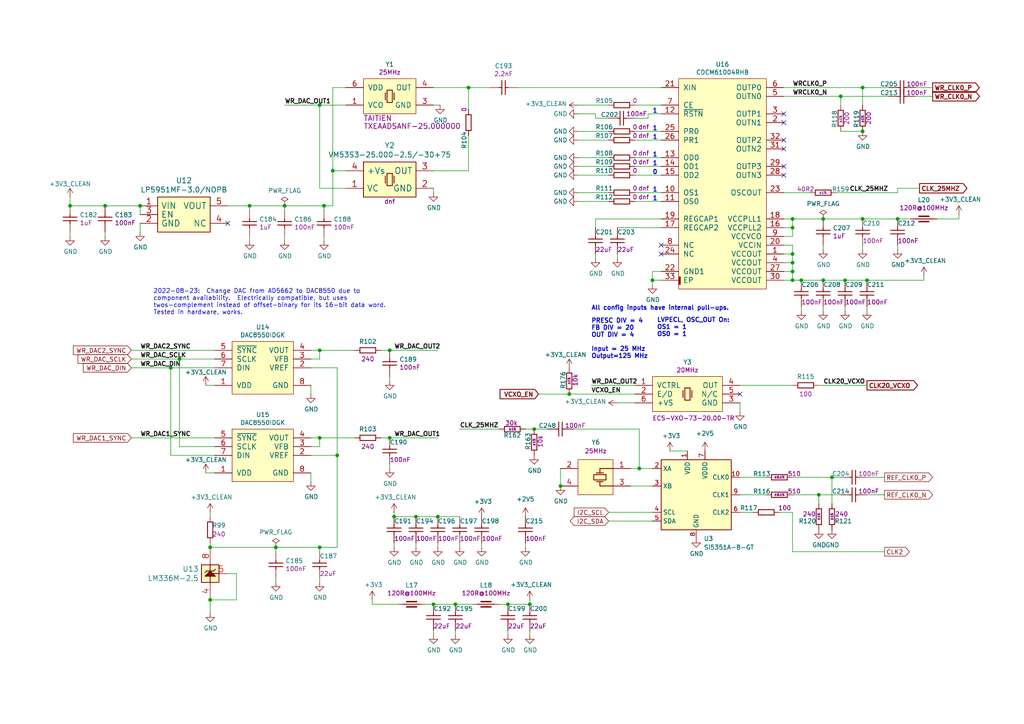
<source format=kicad_sch>
(kicad_sch (version 20250114) (generator "eeschema") (generator_version "9.0")
  (paper "A4")
  (title_block (date "2025-04-18") (rev "${rev}") (company "${name}") (comment 1 "${author}"))
  (lib_symbols
    (symbol "Analog_&_Interface:DAC8550IDGK" (pin_names (offset 1.27))
      (property "Reference" "IC" (at 8.89 1.27 0))
      (symbol "DAC8550IDGK_0_1"
        (pin input line (at -5.08 -2.54 0) (length 5.08) (name "~{SYNC}") (number "5"))
        (pin input line (at -5.08 -5.08 0) (length 5.08) (name "SCLK") (number "6"))
        (pin input line (at -5.08 -7.62 0) (length 5.08) (name "DIN") (number "7"))
        (pin power_in line (at -5.08 -12.7 0) (length 5.08) (name "VDD") (number "1"))
        (pin output line (at 22.86 -2.54 180) (length 5.08) (name "VOUT") (number "4"))
        (pin input line (at 22.86 -5.08 180) (length 5.08) (name "VFB") (number "3"))
        (pin input line (at 22.86 -7.62 180) (length 5.08) (name "VREF") (number "2"))
        (pin power_in line (at 22.86 -12.7 180) (length 5.08) (name "GND") (number "8"))
      )
    )
    (symbol "Capacitors SMD:CC0402_100NF_50V_10%_X7R" (pin_names (offset 1.27))
      (property "Reference" "C" (at 3.81 3.048 0))
      (property "Val" "100nF" (at 3.81 -3.048 0))
      (symbol "CC0402_100NF_50V_10%_X7R_0_1"
        (pin passive line (at 0 0 0) (length 2.54) (name "1") (number "1"))
        (pin passive line (at 7.62 0 180) (length 2.54) (name "2") (number "2"))
      )
    )
    (symbol "Capacitors_SMD:CC0201_100NF_6.3V_10%_X5R" (pin_names (offset 1.27))
      (property "Reference" "C" (at 3.81 3.048 0))
      (property "Val" "100nF" (at 3.81 -3.048 0))
      (symbol "CC0201_100NF_6.3V_10%_X5R_0_1"
        (pin passive line (at 0 0 0) (length 2.54) (name "1") (number "1"))
        (pin passive line (at 7.62 0 180) (length 2.54) (name "2") (number "2"))
      )
    )
    (symbol "Capacitors_SMD:CC0402_1UF_16V_10%_X5R" (pin_names (offset 1.27))
      (property "Reference" "C" (at 3.81 3.048 0))
      (property "Val" "1uF" (at 3.81 -3.048 0))
      (symbol "CC0402_1UF_16V_10%_X5R_0_1"
        (pin passive line (at 0 0 0) (length 2.54) (name "1") (number "1"))
        (pin passive line (at 7.62 0 180) (length 2.54) (name "2") (number "2"))
      )
    )
    (symbol "Capacitors_SMD:CC0402_2.2NF_50V_10%_X7R" (pin_names (offset 1.27))
      (property "Reference" "C" (at 3.81 3.048 0))
      (property "Val" "2.2nF" (at 3.81 -3.048 0))
      (symbol "CC0402_2.2NF_50V_10%_X7R_0_1"
        (pin passive line (at 0 0 0) (length 2.54) (name "1") (number "1"))
        (pin passive line (at 7.62 0 180) (length 2.54) (name "2") (number "2"))
      )
    )
    (symbol "Capacitors_SMD:CC0603_22UF_6.3V_20%_X5R" (pin_names (offset 1.27))
      (property "Reference" "C" (at 3.81 3.048 0))
      (property "Val" "22uF" (at 3.81 -3.048 0))
      (symbol "CC0603_22UF_6.3V_20%_X5R_0_1"
        (pin passive line (at 0 0 0) (length 2.54) (name "1") (number "1"))
        (pin passive line (at 7.62 0 180) (length 2.54) (name "2") (number "2"))
      )
    )
    (symbol "Crystals & Oscillators:XTAL_25MHZ_TXC_8Y-25.000MAAJ-T" (pin_names (offset 1.27))
      (property "Reference" "Q" (at 5.08 1.27 0))
      (property "Val" "25MHz" (at 5.08 -11.43 0))
      (symbol "XTAL_25MHZ_TXC_8Y-25.000MAAJ-T_0_1"
        (pin passive line (at -5.08 -2.54 0) (length 5.08) (name "X") (number "1"))
        (pin passive line (at -5.08 -7.62 0) (length 5.08) (name "X") (number "3"))
        (pin power_in line (at 15.24 -2.54 180) (length 5.08) (name "GND") (number "2"))
        (pin power_in line (at 15.24 -7.62 180) (length 5.08) (name "GND") (number "4"))
      )
    )
    (symbol "Crystals_&_Oscillators:OSC_20MHZ_IQD_LFVCXO026156" (pin_names (offset 1.27))
      (property "Reference" "OSC" (at 10.16 1.27 0))
      (property "Val" "20MHz" (at 10.16 -11.43 0))
      (symbol "OSC_20MHZ_IQD_LFVCXO026156_0_1"
        (pin input line (at -5.08 -2.54 0) (length 5.08) (name "VCTRL") (number "1"))
        (pin input line (at -5.08 -5.08 0) (length 5.08) (name "E/D") (number "2"))
        (pin power_in line (at -5.08 -7.62 0) (length 5.08) (name "+VS") (number "6"))
        (pin output line (at 25.4 -2.54 180) (length 5.08) (name "OUT") (number "4"))
        (pin passive line (at 25.4 -5.08 180) (length 5.08) (name "N/C") (number "5"))
        (pin power_in line (at 25.4 -7.62 180) (length 5.08) (name "GND") (number "3"))
      )
    )
    (symbol "Crystals_&_Oscillators:OSC_25MHZ_RAKON_IVT3205CR" (pin_names (offset 1.27))
      (property "Reference" "OSC" (at 7.62 1.27 0))
      (property "Val" "25MHz" (at 7.62 -11.43 0))
      (symbol "OSC_25MHZ_RAKON_IVT3205CR_0_1"
        (pin power_in line (at -5.08 -2.54 0) (length 5.08) (name "VDD") (number "6"))
        (pin input line (at -5.08 -7.62 0) (length 5.08) (name "VCO") (number "1"))
        (pin output line (at 20.32 -2.54 180) (length 5.08) (name "OUT") (number "4"))
        (pin power_in line (at 20.32 -7.62 180) (length 5.08) (name "GND") (number "3"))
      )
    )
    (symbol "Inductors_SMD:IND0603_MURATA_BLM18SG121TN1D" (pin_names (offset 1.27))
      (property "Reference" "L" (at 3.81 1.778 0))
      (property "Val" "120R@100MHz" (at 3.81 -1.778 0))
      (symbol "IND0603_MURATA_BLM18SG121TN1D_0_1"
        (pin passive line (at 0 0 0) (length 1.27) (name "1") (number "1"))
        (pin passive line (at 7.62 0 180) (length 1.27) (name "2") (number "2"))
      )
      (symbol "IND0603_MURATA_BLM18SG121TN1D_0_2"
        (pin passive line (at 0 0 0) (length 1.524) (name "1") (number "1"))
        (pin passive line (at 7.62 0 180) (length 1.524) (name "2") (number "2"))
      )
    )
    (symbol "Logic:CDCM61004RHB" (pin_names (offset 1.27))
      (property "Reference" "IC" (at 12.7 1.27 0))
      (symbol "CDCM61004RHB_0_1"
        (pin input line (at -5.08 -2.54 0) (length 5.08) (name "XIN") (number "21"))
        (pin input line (at -5.08 -7.62 0) (length 5.08) (name "CE") (number "7"))
        (pin input line (at -5.08 -10.16 0) (length 5.08) (name "~{RSTN}") (number "12"))
        (pin input line (at -5.08 -15.24 0) (length 5.08) (name "PR0") (number "25"))
        (pin input line (at -5.08 -17.78 0) (length 5.08) (name "PR1") (number "26"))
        (pin input line (at -5.08 -22.86 0) (length 5.08) (name "OD0") (number "13"))
        (pin input line (at -5.08 -25.4 0) (length 5.08) (name "OD1") (number "14"))
        (pin input line (at -5.08 -27.94 0) (length 5.08) (name "OD2") (number "15"))
        (pin input line (at -5.08 -33.02 0) (length 5.08) (name "OS1") (number "10"))
        (pin input line (at -5.08 -35.56 0) (length 5.08) (name "OS0") (number "11"))
        (pin output line (at -5.08 -40.64 0) (length 5.08) (name "REGCAP1") (number "19"))
        (pin output line (at -5.08 -43.18 0) (length 5.08) (name "REGCAP2") (number "17"))
        (pin passive line (at -5.08 -48.26 0) (length 5.08) (name "NC") (number "8"))
        (pin passive line (at -5.08 -50.8 0) (length 5.08) (name "NC") (number "24"))
        (pin power_in line (at -5.08 -55.88 0) (length 5.08) (name "GND1") (number "22"))
        (pin power_in line (at -5.08 -58.42 0) (length 5.08) (name "EP") (number "33"))
        (pin output line (at 30.48 -2.54 180) (length 5.08) (name "OUTP0") (number "6"))
        (pin output line (at 30.48 -5.08 180) (length 5.08) (name "OUTN0") (number "5"))
        (pin output line (at 30.48 -10.16 180) (length 5.08) (name "OUTP1") (number "3"))
        (pin output line (at 30.48 -12.7 180) (length 5.08) (name "OUTN1") (number "2"))
        (pin output line (at 30.48 -17.78 180) (length 5.08) (name "OUTP2") (number "32"))
        (pin output line (at 30.48 -20.32 180) (length 5.08) (name "OUTN2") (number "31"))
        (pin output line (at 30.48 -25.4 180) (length 5.08) (name "OUTP3") (number "29"))
        (pin output line (at 30.48 -27.94 180) (length 5.08) (name "OUTN3") (number "28"))
        (pin output line (at 30.48 -33.02 180) (length 5.08) (name "OSCOUT") (number "23"))
        (pin power_in line (at 30.48 -40.64 180) (length 5.08) (name "VCCPLL1") (number "18"))
        (pin power_in line (at 30.48 -43.18 180) (length 5.08) (name "VCCPLL2") (number "16"))
        (pin power_in line (at 30.48 -45.72 180) (length 5.08) (name "VCCVCO") (number "9"))
        (pin power_in line (at 30.48 -48.26 180) (length 5.08) (name "VCCIN") (number "20"))
        (pin power_out line (at 30.48 -50.8 180) (length 5.08) (name "VCCOUT") (number "1"))
        (pin passive line (at 30.48 -53.34 180) (length 5.08) (name "VCCOUT") (number "4"))
        (pin passive line (at 30.48 -55.88 180) (length 5.08) (name "VCCOUT") (number "27"))
        (pin passive line (at 30.48 -58.42 180) (length 5.08) (name "VCCOUT") (number "30"))
      )
    )
    (symbol "Oscillator:Si5351A-B-GT"
      (property "Reference" "U" (at -8.89 11.43 0))
      (property "Value" "Si5351A-B-GT" (at -12.7 -12.7 0))
      (symbol "Si5351A-B-GT_1_1"
        (pin input line (at -12.7 7.62 0) (length 2.54) (name "XA") (number "2"))
        (pin input line (at -12.7 2.54 0) (length 2.54) (name "XB") (number "3"))
        (pin input line (at -12.7 -5.08 0) (length 2.54) (name "SCL") (number "4"))
        (pin bidirectional line (at -12.7 -7.62 0) (length 2.54) (name "SDA") (number "5"))
        (pin power_in line (at -2.54 12.7 270) (length 2.54) (name "VDD") (number "1"))
        (pin power_in line (at 0 -12.7 90) (length 2.54) (name "GND") (number "8"))
        (pin power_in line (at 2.54 12.7 270) (length 2.54) (name "VDDO") (number "7"))
        (pin output line (at 12.7 5.08 180) (length 2.54) (name "CLK0") (number "10"))
        (pin output line (at 12.7 0 180) (length 2.54) (name "CLK1") (number "9"))
        (pin output line (at 12.7 -5.08 180) (length 2.54) (name "CLK2") (number "6"))
      )
    )
    (symbol "Resistors SMD:R0402_10K_1%_0.0625W_100PPM" (pin_names (offset 1.27))
      (property "Reference" "R" (at 3.81 1.778 0))
      (property "Tolerance" "±1%" (at 3.81 0 0))
      (property "Val" "10k" (at 3.81 -1.778 0))
      (symbol "R0402_10K_1%_0.0625W_100PPM_0_1"
        (pin passive line (at 0 0 0) (length 1.524) (name "1") (number "1"))
        (pin passive line (at 7.62 0 180) (length 1.524) (name "2") (number "2"))
      )
    )
    (symbol "Resistors SMD:R0402_200R_1%_0.0625W_100PPM" (pin_names (offset 1.27))
      (property "Reference" "R" (at 3.81 1.778 0))
      (property "Tolerance" "±1%" (at 3.81 0 0))
      (property "Val" "200" (at 3.81 -1.778 0))
      (symbol "R0402_200R_1%_0.0625W_100PPM_0_1"
        (pin passive line (at 0 0 0) (length 1.524) (name "1") (number "1"))
        (pin passive line (at 7.62 0 180) (length 1.524) (name "2") (number "2"))
      )
    )
    (symbol "Resistors SMD:R0402_240R_1%_0.0625W_100PPM" (pin_names (offset 1.27))
      (property "Reference" "R" (at 3.81 1.778 0))
      (property "Tolerance" "±1%" (at 3.81 0 0))
      (property "Val" "240" (at 3.81 -1.778 0))
      (symbol "R0402_240R_1%_0.0625W_100PPM_0_1"
        (pin passive line (at 0 0 0) (length 1.524) (name "1") (number "1"))
        (pin passive line (at 7.62 0 180) (length 1.524) (name "2") (number "2"))
      )
    )
    (symbol "Resistors SMD:R0402_30K_1%_0.0625W_100PPM" (pin_names (offset 1.27))
      (property "Reference" "R" (at 3.81 1.778 0))
      (property "Tolerance" "±1%" (at 3.81 0 0))
      (property "Val" "30k" (at 3.81 -1.778 0))
      (symbol "R0402_30K_1%_0.0625W_100PPM_0_1"
        (pin passive line (at 0 0 0) (length 1.524) (name "1") (number "1"))
        (pin passive line (at 7.62 0 180) (length 1.524) (name "2") (number "2"))
      )
    )
    (symbol "Resistors SMD:R0402_40R2_1%_0.0625W_100PPM" (pin_names (offset 1.27))
      (property "Reference" "R" (at 3.81 1.778 0))
      (property "Tolerance" "±1%" (at 3.81 0 0))
      (property "Val" "40R2" (at 3.81 -1.778 0))
      (symbol "R0402_40R2_1%_0.0625W_100PPM_0_1"
        (pin passive line (at 0 0 0) (length 1.524) (name "1") (number "1"))
        (pin passive line (at 7.62 0 180) (length 1.524) (name "2") (number "2"))
      )
    )
    (symbol "Resistors SMD:R0402_510R_0.1%_0.0625W_10PPM" (pin_names (offset 1.27))
      (property "Reference" "R" (at 3.81 1.778 0))
      (property "Tolerance" "±0.1%" (at 3.81 0 0))
      (property "Val" "510" (at 3.81 -1.778 0))
      (symbol "R0402_510R_0.1%_0.0625W_10PPM_0_1"
        (pin passive line (at 0 0 0) (length 1.524) (name "1") (number "1"))
        (pin passive line (at 7.62 0 180) (length 1.524) (name "2") (number "2"))
      )
    )
    (symbol "Resistors_SMD:R0402_0R_JUMPER" (pin_names (offset 1.27))
      (property "Reference" "R" (at 3.81 1.778 0))
      (property "Val" "0" (at 3.81 -1.778 0))
      (symbol "R0402_0R_JUMPER_0_1"
        (pin passive line (at 0 0 0) (length 1.524) (name "1") (number "1"))
        (pin passive line (at 7.62 0 180) (length 1.524) (name "2") (number "2"))
      )
    )
    (symbol "Resistors_SMD:R0402_100R_1%_0.1W_100PPM" (pin_names (offset 1.27))
      (property "Reference" "R" (at 3.81 1.778 0))
      (property "Val" "100" (at 3.81 -1.778 0))
      (symbol "R0402_100R_1%_0.1W_100PPM_0_1"
        (pin passive line (at 0 0 0) (length 1.524) (name "1") (number "1"))
        (pin passive line (at 7.62 0 180) (length 1.524) (name "2") (number "2"))
      )
    )
    (symbol "Resistors_SMD:R0402_240R_1%_0.0625W_100PPM" (pin_names (offset 1.27))
      (property "Reference" "R" (at 3.81 1.778 0))
      (property "Val" "240" (at 3.81 -1.778 0))
      (symbol "R0402_240R_1%_0.0625W_100PPM_0_1"
        (pin passive line (at 0 0 0) (length 1.524) (name "1") (number "1"))
        (pin passive line (at 7.62 0 180) (length 1.524) (name "2") (number "2"))
      )
    )
    (symbol "marble_misc:+3V3_CLEAN" (power) (pin_names (offset 0))
      (property "Value" "+3V3_CLEAN" (at 0 3.556 0))
      (symbol "+3V3_CLEAN_1_1"
        (pin power_in line (at 0 0 90) (length 0) (hide yes) (name "+3V3_CLEAN") (number "1"))
      )
    )
    (symbol "marble_misc:LM336M-2.5-clocks-SchDoc-cache" (pin_names (offset 1.016))
      (property "Reference" "IC" (at -2.54 3.81 0))
      (property "Value" "LM336M-2.5-clocks-SchDoc-cache" (at -19.05 1.27 90))
      (symbol "LM336M-2.5-clocks-SchDoc-cache_0_1"
        (pin power_in line (at -5.08 -2.54 0) (length 5.08) (name "A") (number "4"))
        (pin power_in line (at 2.54 -7.62 90) (length 3.81) (name "Adj") (number "5"))
        (pin power_in line (at 10.16 -2.54 180) (length 5.08) (name "C") (number "8"))
      )
    )
    (symbol "marble_misc:LP5951-clocks-SchDoc-cache" (pin_names (offset 1.016))
      (property "Reference" "IC" (at 7.62 1.27 0))
      (property "Value" "LP5951-clocks-SchDoc-cache" (at 7.62 -11.43 0))
      (symbol "LP5951-clocks-SchDoc-cache_0_1"
        (pin power_in line (at -5.08 -2.54 0) (length 5.08) (name "VIN") (number "1"))
        (pin input line (at -5.08 -5.08 0) (length 5.08) (name "EN") (number "3"))
        (pin power_in line (at -5.08 -7.62 0) (length 5.08) (name "GND") (number "2"))
        (pin power_in line (at 20.32 -2.54 180) (length 5.08) (name "VOUT") (number "5"))
        (pin passive line (at 20.32 -7.62 180) (length 5.08) (name "NC") (number "4"))
      )
    )
    (symbol "marble_misc:Oscillator_1VC_2GND_3OUT_4+Vs-clocks-SchDoc-cache" (pin_names (offset 1.016))
      (property "Reference" "OSC" (at 5.08 1.27 0))
      (property "Value" "Oscillator_1VC_2GND_3OUT_4+Vs-clocks-SchDoc-cache" (at 7.62 -11.43 0))
      (symbol "Oscillator_1VC_2GND_3OUT_4+Vs-clocks-SchDoc-cache_0_1"
        (pin power_in line (at -5.08 -2.54 0) (length 5.08) (name "+Vs") (number "4"))
        (pin input line (at -5.08 -7.62 0) (length 5.08) (name "VC") (number "1"))
        (pin output line (at 20.32 -2.54 180) (length 5.08) (name "OUT") (number "3"))
        (pin power_in line (at 20.32 -7.62 180) (length 5.08) (name "GND") (number "2"))
      )
    )
    (symbol "power:+1V0" (power) (pin_numbers (hide yes)) (pin_names (offset 0) (hide yes))
      (property "Value" "+1V0" (at 0 3.556 0))
      (symbol "+1V0_1_1"
        (pin power_in line (at 0 0 90) (length 0) (name "~") (number "1"))
      )
    )
    (symbol "power:+3V3" (power) (pin_names (offset 0))
      (property "Value" "+3V3" (at 0 3.556 0))
      (symbol "+3V3_1_1"
        (pin power_in line (at 0 0 90) (length 0) (hide yes) (name "+3V3") (number "1"))
      )
    )
    (symbol "power:GND" (power) (pin_names (offset 0))
      (property "Value" "GND" (at 0 -3.81 0))
      (symbol "GND_1_1"
        (pin power_in line (at 0 0 270) (length 0) (hide yes) (name "GND") (number "1"))
      )
    )
    (symbol "power:PWR_FLAG" (power) (pin_numbers (hide yes)) (pin_names (offset 0) (hide yes))
      (property "Value" "PWR_FLAG" (at 0 3.81 0))
      (symbol "PWR_FLAG_0_0"
        (pin power_out line (at 0 0 90) (length 0) (name "pwr") (number "1"))
      )
    )
  )
  (text "1" (at 189.23 55.88 0) (effects (font (size 1.27 1.27) (thickness 0.254) (bold yes)) (justify left bottom)))
  (text "1" (at 189.23 58.42 0) (effects (font (size 1.27 1.27) (thickness 0.254) (bold yes)) (justify left bottom)))
  (text "PRESC DIV = 4\nFB DIV = 20\nOUT DIV = 4\n\nInput = 25 MHz\nOutput=125 MHz" (at 171.45 104.14 0) (effects (font (size 1.27 1.27) (thickness 0.254) (bold yes)) (justify left bottom)))
  (text "0" (at 189.23 50.8 0) (effects (font (size 1.27 1.27) (thickness 0.254) (bold yes)) (justify left bottom)))
  (text "2022-08-23:  Change DAC from AD5662 to DAC8550 due to\ncomponent availability.  Electrically compatible, but uses\ntwos-complement instead of offset-binary for its 16-bit data word.\nTested in hardware, works." (at 44.45 91.44 0) (effects (font (size 1.27 1.27)) (justify left bottom)))
  (text "LVPECL, OSC_OUT On:\nOS1 = 1\nOS0 = 1" (at 190.5 97.79 0) (effects (font (size 1.27 1.27) (thickness 0.254) (bold yes)) (justify left bottom)))
  (text "All config inputs have internal pull-ups." (at 171.45 90.17 0) (effects (font (size 1.27 1.27) (thickness 0.254) (bold yes)) (justify left bottom)))
  (text "1" (at 189.23 45.72 0) (effects (font (size 1.27 1.27) (thickness 0.254) (bold yes)) (justify left bottom)))
  (text "1" (at 189.23 38.1 0) (effects (font (size 1.27 1.27) (thickness 0.254) (bold yes)) (justify left bottom)))
  (text "1" (at 189.23 40.64 0) (effects (font (size 1.27 1.27) (thickness 0.254) (bold yes)) (justify left bottom)))
  (text "1" (at 189.23 33.02 0) (effects (font (size 1.27 1.27) (thickness 0.254) (bold yes)) (justify left bottom)))
  (text "1" (at 189.23 48.26 0) (effects (font (size 1.27 1.27) (thickness 0.254) (bold yes)) (justify left bottom)))
  (junction (at 52.07 104.14))
  (junction (at 260.35 63.5))
  (junction (at 153.67 175.26))
  (junction (at 113.03 101.6))
  (junction (at 135.89 25.4))
  (junction (at 147.32 175.26))
  (junction (at 60.96 158.75))
  (junction (at 92.71 101.6))
  (junction (at 229.87 73.66))
  (junction (at 229.87 78.74))
  (junction (at 125.73 175.26))
  (junction (at 114.3 149.86))
  (junction (at 40.64 59.69))
  (junction (at 96.52 49.53))
  (junction (at 30.48 59.69))
  (junction (at 251.46 81.28))
  (junction (at 245.11 81.28))
  (junction (at 93.98 59.69))
  (junction (at 20.32 59.69))
  (junction (at 127 149.86))
  (junction (at 241.3 138.43))
  (junction (at 120.65 149.86))
  (junction (at 189.23 81.28))
  (junction (at 92.71 158.75))
  (junction (at 72.39 59.69))
  (junction (at 238.76 63.5))
  (junction (at 250.19 38.1))
  (junction (at 229.87 66.04))
  (junction (at 113.03 127))
  (junction (at 132.08 175.26))
  (junction (at 250.19 25.4))
  (junction (at 229.87 76.2))
  (junction (at 92.71 127))
  (junction (at 185.42 135.89))
  (junction (at 80.01 158.75))
  (junction (at 229.87 81.28))
  (junction (at 60.96 173.99))
  (junction (at 162.56 140.97))
  (junction (at 229.87 63.5))
  (junction (at 92.71 30.48))
  (junction (at 49.53 106.68))
  (junction (at 82.55 59.69))
  (junction (at 237.49 143.51))
  (junction (at 250.19 63.5))
  (junction (at 238.76 81.28))
  (junction (at 154.94 124.46))
  (junction (at 165.1 114.3))
  (junction (at 232.41 81.28))
  (junction (at 243.84 27.94))
  (junction (at 97.79 132.08))
  (no_connect (at 191.77 71.12))
  (no_connect (at 227.33 40.64))
  (no_connect (at 191.77 73.66))
  (no_connect (at 66.04 64.77))
  (no_connect (at 214.63 114.3))
  (no_connect (at 227.33 33.02))
  (no_connect (at 227.33 50.8))
  (no_connect (at 227.33 35.56))
  (no_connect (at 227.33 48.26))
  (no_connect (at 227.33 43.18))
  (wire (pts (xy 93.98 60.96) (xy 93.98 59.69)))
  (wire (pts (xy 229.87 143.51) (xy 237.49 143.51)))
  (wire (pts (xy 113.03 101.6) (xy 127 101.6)))
  (wire (pts (xy 243.84 27.94) (xy 227.33 27.94)))
  (wire (pts (xy 171.45 111.76) (xy 184.15 111.76)))
  (wire (pts (xy 229.87 63.5) (xy 229.87 66.04)))
  (wire (pts (xy 270.51 27.94) (xy 265.43 27.94)))
  (wire (pts (xy 60.96 173.99) (xy 60.96 177.8)))
  (wire (pts (xy 38.1 106.68) (xy 49.53 106.68)))
  (wire (pts (xy 100.33 30.48) (xy 92.71 30.48)))
  (wire (pts (xy 176.53 148.59) (xy 189.23 148.59)))
  (wire (pts (xy 179.07 66.04) (xy 191.77 66.04)))
  (wire (pts (xy 162.56 135.89) (xy 162.56 140.97)))
  (wire (pts (xy 154.94 124.46) (xy 158.75 124.46)))
  (wire (pts (xy 59.69 111.76) (xy 62.23 111.76)))
  (wire (pts (xy 227.33 63.5) (xy 229.87 63.5)))
  (wire (pts (xy 92.71 54.61) (xy 100.33 54.61)))
  (wire (pts (xy 184.15 58.42) (xy 191.77 58.42)))
  (wire (pts (xy 72.39 59.69) (xy 66.04 59.69)))
  (wire (pts (xy 30.48 59.69) (xy 40.64 59.69)))
  (wire (pts (xy 167.64 30.48) (xy 176.53 30.48)))
  (wire (pts (xy 113.03 127) (xy 127 127)))
  (wire (pts (xy 110.49 101.6) (xy 113.03 101.6)))
  (wire (pts (xy 184.15 45.72) (xy 191.77 45.72)))
  (wire (pts (xy 80.01 158.75) (xy 92.71 158.75)))
  (wire (pts (xy 147.32 182.88) (xy 147.32 184.15)))
  (wire (pts (xy 257.81 27.94) (xy 243.84 27.94)))
  (wire (pts (xy 229.87 160.02) (xy 256.54 160.02)))
  (wire (pts (xy 214.63 138.43) (xy 222.25 138.43)))
  (wire (pts (xy 229.87 148.59) (xy 226.06 148.59)))
  (wire (pts (xy 227.33 78.74) (xy 229.87 78.74)))
  (wire (pts (xy 241.3 138.43) (xy 243.84 138.43)))
  (wire (pts (xy 20.32 67.31) (xy 20.32 68.58)))
  (wire (pts (xy 125.73 54.61) (xy 125.73 55.88)))
  (wire (pts (xy 92.71 127) (xy 102.87 127)))
  (wire (pts (xy 62.23 132.08) (xy 49.53 132.08)))
  (wire (pts (xy 191.77 81.28) (xy 189.23 81.28)))
  (wire (pts (xy 92.71 167.64) (xy 92.71 168.91)))
  (wire (pts (xy 92.71 127) (xy 90.17 127)))
  (wire (pts (xy 182.88 140.97) (xy 189.23 140.97)))
  (wire (pts (xy 68.58 166.37) (xy 66.04 166.37)))
  (wire (pts (xy 38.1 101.6) (xy 62.23 101.6)))
  (wire (pts (xy 80.01 167.64) (xy 80.01 168.91)))
  (wire (pts (xy 251.46 143.51) (xy 256.54 143.51)))
  (wire (pts (xy 90.17 137.16) (xy 90.17 139.7)))
  (wire (pts (xy 229.87 81.28) (xy 232.41 81.28)))
  (wire (pts (xy 227.33 76.2) (xy 229.87 76.2)))
  (wire (pts (xy 90.17 129.54) (xy 92.71 129.54)))
  (wire (pts (xy 229.87 68.58) (xy 227.33 68.58)))
  (wire (pts (xy 90.17 132.08) (xy 97.79 132.08)))
  (wire (pts (xy 189.23 78.74) (xy 189.23 81.28)))
  (wire (pts (xy 229.87 71.12) (xy 229.87 73.66)))
  (wire (pts (xy 107.95 175.26) (xy 107.95 173.99)))
  (wire (pts (xy 238.76 81.28) (xy 245.11 81.28)))
  (wire (pts (xy 191.77 63.5) (xy 172.72 63.5)))
  (wire (pts (xy 241.3 138.43) (xy 241.3 146.05)))
  (wire (pts (xy 52.07 104.14) (xy 62.23 104.14)))
  (wire (pts (xy 60.96 173.99) (xy 68.58 173.99)))
  (wire (pts (xy 114.3 149.86) (xy 120.65 149.86)))
  (wire (pts (xy 185.42 124.46) (xy 185.42 135.89)))
  (wire (pts (xy 125.73 25.4) (xy 135.89 25.4)))
  (wire (pts (xy 92.71 158.75) (xy 97.79 158.75)))
  (wire (pts (xy 243.84 27.94) (xy 243.84 30.48)))
  (wire (pts (xy 250.19 63.5) (xy 260.35 63.5)))
  (wire (pts (xy 144.78 175.26) (xy 147.32 175.26)))
  (wire (pts (xy 251.46 138.43) (xy 256.54 138.43)))
  (wire (pts (xy 135.89 39.37) (xy 135.89 49.53)))
  (wire (pts (xy 149.86 25.4) (xy 191.77 25.4)))
  (wire (pts (xy 184.15 38.1) (xy 191.77 38.1)))
  (wire (pts (xy 172.72 73.66) (xy 172.72 74.93)))
  (wire (pts (xy 227.33 55.88) (xy 234.95 55.88)))
  (wire (pts (xy 227.33 71.12) (xy 229.87 71.12)))
  (wire (pts (xy 214.63 143.51) (xy 222.25 143.51)))
  (wire (pts (xy 114.3 157.48) (xy 114.3 158.75)))
  (wire (pts (xy 20.32 59.69) (xy 30.48 59.69)))
  (wire (pts (xy 172.72 33.02) (xy 167.64 33.02)))
  (wire (pts (xy 243.84 38.1) (xy 250.19 38.1)))
  (wire (pts (xy 92.71 101.6) (xy 102.87 101.6)))
  (wire (pts (xy 60.96 157.48) (xy 60.96 158.75)))
  (wire (pts (xy 184.15 50.8) (xy 191.77 50.8)))
  (wire (pts (xy 179.07 116.84) (xy 184.15 116.84)))
  (wire (pts (xy 237.49 111.76) (xy 251.46 111.76)))
  (wire (pts (xy 113.03 134.62) (xy 113.03 135.89)))
  (wire (pts (xy 120.65 157.48) (xy 120.65 158.75)))
  (wire (pts (xy 152.4 157.48) (xy 152.4 158.75)))
  (wire (pts (xy 167.64 45.72) (xy 176.53 45.72)))
  (wire (pts (xy 237.49 143.51) (xy 237.49 146.05)))
  (wire (pts (xy 92.71 30.48) (xy 92.71 54.61)))
  (wire (pts (xy 229.87 81.28) (xy 227.33 81.28)))
  (wire (pts (xy 93.98 68.58) (xy 93.98 69.85)))
  (wire (pts (xy 123.19 175.26) (xy 125.73 175.26)))
  (wire (pts (xy 92.71 160.02) (xy 92.71 158.75)))
  (wire (pts (xy 120.65 149.86) (xy 127 149.86)))
  (wire (pts (xy 80.01 160.02) (xy 80.01 158.75)))
  (wire (pts (xy 229.87 66.04) (xy 229.87 68.58)))
  (wire (pts (xy 167.64 40.64) (xy 176.53 40.64)))
  (wire (pts (xy 167.64 55.88) (xy 176.53 55.88)))
  (wire (pts (xy 114.3 148.59) (xy 114.3 149.86)))
  (wire (pts (xy 214.63 111.76) (xy 229.87 111.76)))
  (wire (pts (xy 133.35 124.46) (xy 144.78 124.46)))
  (wire (pts (xy 107.95 175.26) (xy 115.57 175.26)))
  (wire (pts (xy 156.21 114.3) (xy 165.1 114.3)))
  (wire (pts (xy 132.08 182.88) (xy 132.08 184.15)))
  (wire (pts (xy 267.97 80.01) (xy 267.97 81.28)))
  (wire (pts (xy 49.53 132.08) (xy 49.53 106.68)))
  (wire (pts (xy 93.98 59.69) (xy 82.55 59.69)))
  (wire (pts (xy 72.39 60.96) (xy 72.39 59.69)))
  (wire (pts (xy 229.87 73.66) (xy 229.87 76.2)))
  (wire (pts (xy 250.19 25.4) (xy 227.33 25.4)))
  (wire (pts (xy 238.76 63.5) (xy 250.19 63.5)))
  (wire (pts (xy 135.89 49.53) (xy 125.73 49.53)))
  (wire (pts (xy 229.87 148.59) (xy 229.87 160.02)))
  (wire (pts (xy 237.49 143.51) (xy 243.84 143.51)))
  (wire (pts (xy 167.64 38.1) (xy 176.53 38.1)))
  (wire (pts (xy 251.46 81.28) (xy 267.97 81.28)))
  (wire (pts (xy 92.71 104.14) (xy 92.71 101.6)))
  (wire (pts (xy 92.71 101.6) (xy 90.17 101.6)))
  (wire (pts (xy 270.51 25.4) (xy 265.43 25.4)))
  (wire (pts (xy 184.15 30.48) (xy 191.77 30.48)))
  (wire (pts (xy 191.77 78.74) (xy 189.23 78.74)))
  (wire (pts (xy 127 157.48) (xy 127 158.75)))
  (wire (pts (xy 167.64 50.8) (xy 176.53 50.8)))
  (wire (pts (xy 187.96 33.02) (xy 187.96 34.29)))
  (wire (pts (xy 189.23 81.28) (xy 189.23 82.55)))
  (wire (pts (xy 176.53 151.13) (xy 189.23 151.13)))
  (wire (pts (xy 100.33 25.4) (xy 96.52 25.4)))
  (wire (pts (xy 232.41 88.9) (xy 232.41 90.17)))
  (wire (pts (xy 185.42 135.89) (xy 189.23 135.89)))
  (wire (pts (xy 257.81 25.4) (xy 250.19 25.4)))
  (wire (pts (xy 260.35 54.61) (xy 266.7 54.61)))
  (wire (pts (xy 52.07 129.54) (xy 52.07 104.14)))
  (wire (pts (xy 179.07 73.66) (xy 179.07 74.93)))
  (wire (pts (xy 147.32 175.26) (xy 153.67 175.26)))
  (wire (pts (xy 245.11 88.9) (xy 245.11 90.17)))
  (wire (pts (xy 133.35 157.48) (xy 133.35 158.75)))
  (wire (pts (xy 68.58 173.99) (xy 68.58 166.37)))
  (wire (pts (xy 92.71 129.54) (xy 92.71 127)))
  (wire (pts (xy 245.11 81.28) (xy 251.46 81.28)))
  (wire (pts (xy 271.78 63.5) (xy 278.13 63.5)))
  (wire (pts (xy 182.88 135.89) (xy 185.42 135.89)))
  (wire (pts (xy 125.73 182.88) (xy 125.73 184.15)))
  (wire (pts (xy 191.77 33.02) (xy 187.96 33.02)))
  (wire (pts (xy 135.89 31.75) (xy 135.89 25.4)))
  (wire (pts (xy 72.39 59.69) (xy 82.55 59.69)))
  (wire (pts (xy 82.55 68.58) (xy 82.55 69.85)))
  (wire (pts (xy 139.7 157.48) (xy 139.7 158.75)))
  (wire (pts (xy 125.73 175.26) (xy 132.08 175.26)))
  (wire (pts (xy 60.96 148.59) (xy 60.96 149.86)))
  (wire (pts (xy 229.87 138.43) (xy 241.3 138.43)))
  (wire (pts (xy 90.17 104.14) (xy 92.71 104.14)))
  (wire (pts (xy 166.37 124.46) (xy 185.42 124.46)))
  (wire (pts (xy 135.89 25.4) (xy 142.24 25.4)))
  (wire (pts (xy 60.96 158.75) (xy 80.01 158.75)))
  (wire (pts (xy 90.17 106.68) (xy 97.79 106.68)))
  (wire (pts (xy 62.23 129.54) (xy 52.07 129.54)))
  (wire (pts (xy 38.1 127) (xy 62.23 127)))
  (wire (pts (xy 132.08 175.26) (xy 137.16 175.26)))
  (wire (pts (xy 152.4 124.46) (xy 154.94 124.46)))
  (wire (pts (xy 165.1 114.3) (xy 184.15 114.3)))
  (wire (pts (xy 153.67 182.88) (xy 153.67 184.15)))
  (wire (pts (xy 82.55 60.96) (xy 82.55 59.69)))
  (wire (pts (xy 229.87 73.66) (xy 227.33 73.66)))
  (wire (pts (xy 110.49 127) (xy 113.03 127)))
  (wire (pts (xy 260.35 71.12) (xy 260.35 72.39)))
  (wire (pts (xy 97.79 132.08) (xy 97.79 158.75)))
  (wire (pts (xy 96.52 25.4) (xy 96.52 49.53)))
  (wire (pts (xy 96.52 59.69) (xy 93.98 59.69)))
  (wire (pts (xy 238.76 71.12) (xy 238.76 72.39)))
  (wire (pts (xy 194.31 130.81) (xy 199.39 130.81)))
  (wire (pts (xy 113.03 109.22) (xy 113.03 110.49)))
  (wire (pts (xy 153.67 173.99) (xy 153.67 175.26)))
  (wire (pts (xy 250.19 71.12) (xy 250.19 72.39)))
  (wire (pts (xy 72.39 68.58) (xy 72.39 69.85)))
  (wire (pts (xy 100.33 49.53) (xy 96.52 49.53)))
  (wire (pts (xy 127 149.86) (xy 133.35 149.86)))
  (wire (pts (xy 40.64 64.77) (xy 40.64 67.31)))
  (wire (pts (xy 59.69 137.16) (xy 62.23 137.16)))
  (wire (pts (xy 167.64 48.26) (xy 176.53 48.26)))
  (wire (pts (xy 127.635 30.48) (xy 125.73 30.48)))
  (wire (pts (xy 229.87 76.2) (xy 229.87 78.74)))
  (wire (pts (xy 172.72 34.29) (xy 172.72 33.02)))
  (wire (pts (xy 260.35 55.88) (xy 260.35 54.61)))
  (wire (pts (xy 97.79 106.68) (xy 97.79 132.08)))
  (wire (pts (xy 184.15 48.26) (xy 191.77 48.26)))
  (wire (pts (xy 96.52 49.53) (xy 96.52 59.69)))
  (wire (pts (xy 214.63 148.59) (xy 218.44 148.59)))
  (wire (pts (xy 251.46 88.9) (xy 251.46 90.17)))
  (wire (pts (xy 232.41 81.28) (xy 238.76 81.28)))
  (wire (pts (xy 229.87 66.04) (xy 227.33 66.04)))
  (wire (pts (xy 184.15 40.64) (xy 191.77 40.64)))
  (wire (pts (xy 278.13 63.5) (xy 278.13 62.23)))
  (wire (pts (xy 176.53 34.29) (xy 172.72 34.29)))
  (wire (pts (xy 229.87 78.74) (xy 229.87 81.28)))
  (wire (pts (xy 187.96 34.29) (xy 184.15 34.29)))
  (wire (pts (xy 242.57 55.88) (xy 260.35 55.88)))
  (wire (pts (xy 90.17 111.76) (xy 90.17 114.3)))
  (wire (pts (xy 82.55 30.48) (xy 92.71 30.48)))
  (wire (pts (xy 20.32 57.15) (xy 20.32 59.69)))
  (wire (pts (xy 184.15 55.88) (xy 191.77 55.88)))
  (wire (pts (xy 30.48 67.31) (xy 30.48 68.58)))
  (wire (pts (xy 238.76 88.9) (xy 238.76 90.17)))
  (wire (pts (xy 229.87 63.5) (xy 238.76 63.5)))
  (wire (pts (xy 260.35 63.5) (xy 264.16 63.5)))
  (wire (pts (xy 172.72 63.5) (xy 172.72 66.04)))
  (wire (pts (xy 40.64 62.23) (xy 40.64 59.69)))
  (wire (pts (xy 167.64 58.42) (xy 176.53 58.42)))
  (wire (pts (xy 214.63 116.84) (xy 214.63 119.38)))
  (wire (pts (xy 250.19 25.4) (xy 250.19 30.48)))
  (wire (pts (xy 49.53 106.68) (xy 62.23 106.68)))
  (wire (pts (xy 38.1 104.14) (xy 52.07 104.14)))
  (label "CLK20_VCXO" (at 238.76 111.76 0) (effects (font (thickness 0.254) (bold yes))))
  (label "CLK_25MHZ" (at 133.35 124.46 0) (effects (font (thickness 0.254) (bold yes))))
  (label "WRCLK0_N" (at 229.87 27.94 0) (effects (font (thickness 0.254) (bold yes))))
  (label "WR_DAC_SCLK" (at 40.64 104.14 0) (effects (font (thickness 0.254) (bold yes))))
  (label "WR_DAC2_SYNC" (at 40.64 101.6 0) (effects (font (thickness 0.254) (bold yes))))
  (label "CLK_25MHZ" (at 246.38 55.88 0) (effects (font (thickness 0.254) (bold yes))))
  (label "WR_DAC1_SYNC" (at 40.64 127 0) (effects (font (thickness 0.254) (bold yes))))
  (label "VCXO_EN" (at 171.45 114.3 0) (effects (font (thickness 0.254) (bold yes))))
  (label "WRCLK0_P" (at 229.87 25.4 0) (effects (font (thickness 0.254) (bold yes))))
  (label "WR_DAC_OUT1" (at 82.55 30.48 0) (effects (font (thickness 0.254) (bold yes))))
  (label "WR_DAC_OUT2" (at 171.45 111.76 0) (effects (font (thickness 0.254) (bold yes))))
  (label "WR_DAC_DIN" (at 40.64 106.68 0) (effects (font (thickness 0.254) (bold yes))))
  (label "WR_DAC_OUT1" (at 114.3 127 0) (effects (font (thickness 0.254) (bold yes))))
  (label "WR_DAC_OUT2" (at 114.3 101.6 0) (effects (font (thickness 0.254) (bold yes))))
  (global_label "I2C_SDA" (shape bidirectional) (at 176.53 151.13 180) (property "Intersheetrefs" "${INTERSHEET_REFS}" (effects (hide yes))))
  (global_label "REF_CLK0_P" (shape output) (at 256.54 138.43 0) (property "Intersheetrefs" "${INTERSHEET_REFS}" (effects (hide yes))))
  (global_label "WR_CLK0_N" (shape output) (at 270.51 27.94 0) (effects (font (thickness 0.254) (bold yes))) (property "Intersheetrefs" "${INTERSHEET_REFS}" (effects (hide yes))))
  (global_label "WR_CLK0_P" (shape output) (at 270.51 25.4 0) (effects (font (thickness 0.254) (bold yes))) (property "Intersheetrefs" "${INTERSHEET_REFS}" (effects (hide yes))))
  (global_label "REF_CLK0_N" (shape output) (at 256.54 143.51 0) (property "Intersheetrefs" "${INTERSHEET_REFS}" (effects (hide yes))))
  (global_label "CLK20_VCXO" (shape output) (at 251.46 111.76 0) (effects (font (thickness 0.254) (bold yes))) (property "Intersheetrefs" "${INTERSHEET_REFS}" (effects (hide yes))))
  (global_label "I2C_SCL" (shape input) (at 176.53 148.59 180) (property "Intersheetrefs" "${INTERSHEET_REFS}" (effects (hide yes))))
  (global_label "VCXO_EN" (shape input) (at 156.21 114.3 180) (effects (font (thickness 0.254) (bold yes))) (property "Intersheetrefs" "${INTERSHEET_REFS}" (effects (hide yes))))
  (global_label "WR_DAC1_SYNC" (shape input) (at 38.1 127 180) (effects (font (thickness 0.1588))) (property "Intersheetrefs" "${INTERSHEET_REFS}" (effects (hide yes))))
  (global_label "WR_DAC_DIN" (shape input) (at 38.1 106.68 180) (effects (font (thickness 0.1588))) (property "Intersheetrefs" "${INTERSHEET_REFS}" (effects (hide yes))))
  (global_label "CLK_25MHZ" (shape output) (at 266.7 54.61 0) (effects (font (thickness 0.254) (bold yes))) (property "Intersheetrefs" "${INTERSHEET_REFS}" (effects (hide yes))))
  (global_label "WR_DAC2_SYNC" (shape input) (at 38.1 101.6 180) (effects (font (thickness 0.1588))) (property "Intersheetrefs" "${INTERSHEET_REFS}" (effects (hide yes))))
  (global_label "CLK2" (shape output) (at 256.54 160.02 0) (property "Intersheetrefs" "${INTERSHEET_REFS}" (effects (hide yes))))
  (global_label "WR_DAC_SCLK" (shape input) (at 38.1 104.14 180) (effects (font (thickness 0.1588))) (property "Intersheetrefs" "${INTERSHEET_REFS}" (effects (hide yes))))
  (symbol (lib_id "Capacitors SMD:CC0402_100NF_50V_10%_X7R") (at 265.43 25.4 0) (mirror y) (unit 1)
    (property "Reference" "C205" (at 255.27 24.384 0) (effects (justify right)))
    (property "Value" "CC0402_100NF_50V_10%_X7R" (effects (hide yes)))
    (property "Footprint" "Capacitors SMD:CAPC1005X55N" (effects (hide yes)))
    (property "Datasheet" "\\\\cern.ch\\dfs\\Applications\\Altium\\Datasheets\\CC0402_MURATA_GRM155R71H104KE14D.pdf" (effects (hide yes)))
    (property "Description" "SMD Multilayer Chip Ceramic Capacitor" (effects (hide yes)))
    (property "Val" "100nF" (at 262.89 24.384 0) (effects (justify right)))
    (property "Part Number" "CC0402_100NF_50V_10%_X7R" (effects (hide yes)))
    (property "Library Ref" "Capacitor - non polarized" (effects (hide yes)))
    (property "Library Path" "SchLib\\Capacitors.SchLib" (effects (hide yes)))
    (property "Comment" "100nF" (effects (hide yes)))
    (property "Component Kind" "Standard" (effects (hide yes)))
    (property "Component Type" "Standard" (effects (hide yes)))
    (property "Pin Count" "2" (effects (hide yes)))
    (property "Footprint Path" "PcbLib\\Capacitors SMD.PcbLib" (effects (hide yes)))
    (property "Footprint Ref" "CAPC1005X55N" (effects (hide yes)))
    (property "PackageDescription" " " (effects (hide yes)))
    (property "Status" "None" (effects (hide yes)))
    (property "Status Comment" " " (effects (hide yes)))
    (property "Voltage" "50V" (effects (hide yes)))
    (property "TC" "X7R" (effects (hide yes)))
    (property "Tolerance" "±10%" (effects (hide yes)))
    (property "Part Description" "SMD Multilayer Chip Ceramic Capacitor" (effects (hide yes)))
    (property "Manufacturer" "GENERIC" (effects (hide yes)))
    (property "Manufacturer Part Number" "CC0402_100NF_50V_10%_X7R" (effects (hide yes)))
    (property "Case" "0402" (effects (hide yes)))
    (property "Mounted" "Yes" (effects (hide yes)))
    (property "Socket" "No" (effects (hide yes)))
    (property "SMD" "Yes" (effects (hide yes)))
    (property "PressFit" " " (effects (hide yes)))
    (property "Sense" "No" (effects (hide yes)))
    (property "Sense Comment" " " (effects (hide yes)))
    (property "ComponentHeight" " " (effects (hide yes)))
    (property "Manufacturer1 Example" "MURATA" (effects (hide yes)))
    (property "Manufacturer1 Part Number" "GRM155R71H104KE14D" (effects (hide yes)))
    (property "Manufacturer1 ComponentHeight" "0.55mm" (effects (hide yes)))
    (property "HelpURL" "\\\\cern.ch\\dfs\\Applications\\Altium\\Datasheets\\CC0402_MURATA_GRM155R71H104KE14D.pdf" (effects (hide yes)))
    (property "Author" "CERN DEM MR" (effects (hide yes)))
    (property "CreateDate" "06/30/17 00:00:00" (effects (hide yes)))
    (property "LatestRevisionDate" "06/30/17 00:00:00" (effects (hide yes)))
    (property "Database Table Name" "Capacitors" (effects (hide yes)))
    (property "Library Name" "Capacitors SMD" (effects (hide yes)))
    (property "Footprint Library" "Capacitors SMD" (effects (hide yes)))
    (property "License" "CC-BY-SA 4.0" (effects (hide yes)))
  )
  (symbol (lib_id "power:GND") (at 30.48 68.58 0) (unit 1)
    (property "Reference" "#PWR0199" (effects (hide yes)))
    (property "Value" "GND" (at 30.607 72.9742 0))
  )
  (symbol (lib_id "power:GND") (at 237.49 153.67 0) (unit 1)
    (property "Reference" "#PWR0246" (effects (hide yes)))
    (property "Value" "GND" (at 237.617 158.0642 0))
  )
  (symbol (lib_id "power:GND") (at 139.7 158.75 0) (unit 1)
    (property "Reference" "#PWR0225" (effects (hide yes)))
    (property "Value" "GND" (at 139.827 163.1442 0))
  )
  (symbol (lib_id "power:GND") (at 238.76 72.39 0) (unit 1)
    (property "Reference" "#PWR0248" (effects (hide yes)))
    (property "Value" "GND" (at 238.887 76.7842 0))
  )
  (symbol (lib_id "Resistors_SMD:R0402_0R_JUMPER") (at 176.53 45.72 0) (unit 1)
    (property "Reference" "R108" (at 175.26 44.45 0))
    (property "Value" "R0402_0R_JUMPER" (effects (hide yes)))
    (property "Footprint" "RESC1005X40N" (effects (hide yes)))
    (property "Datasheet" "\\\\cern.ch\\dfs\\Applications\\Altium\\Datasheets\\R0402_Phycomp_RC0402.pdf" (effects (hide yes)))
    (property "~" "0" (at 184.15 44.45 0))
    (property "Part Number" "R0402_0R_JUMPER" (effects (hide yes)))
    (property "Library Ref" "Resistor" (effects (hide yes)))
    (property "Library Path" "SchLib\\Resistors.SchLib" (effects (hide yes)))
    (property "Comment" "=Value" (effects (hide yes)))
    (property "Component Kind" "Standard" (effects (hide yes)))
    (property "Component Type" "Standard" (effects (hide yes)))
    (property "PackageDescription" " " (effects (hide yes)))
    (property "Pin Count" "2" (effects (hide yes)))
    (property "Footprint Path" "PcbLib\\Resistors SMD.PcbLib" (effects (hide yes)))
    (property "Footprint Ref" "RESC1005X40N" (effects (hide yes)))
    (property "Val" "0" (effects (hide yes)))
    (property "Status" "Not Recommended" (effects (hide yes)))
    (property "Power" " " (effects (hide yes)))
    (property "TC" " " (effects (hide yes)))
    (property "Voltage" " " (effects (hide yes)))
    (property "Tolerance" " " (effects (hide yes)))
    (property "Part Description" "1A (0.05R Max DC Resistance) Zero Ohm Jumper" (effects (hide yes)))
    (property "Manufacturer" "GENERIC" (effects (hide yes)))
    (property "Manufacturer Part Number" "R0402_0R_JUMPER" (effects (hide yes)))
    (property "Case" "0402" (effects (hide yes)))
    (property "PressFit" "No" (effects (hide yes)))
    (property "Mounted" "Yes" (effects (hide yes)))
    (property "Sense Comment" " " (effects (hide yes)))
    (property "Sense" "No" (effects (hide yes)))
    (property "Status Comment" " " (effects (hide yes)))
    (property "Socket" "No" (effects (hide yes)))
    (property "SMD" "Yes" (effects (hide yes)))
    (property "ComponentHeight" " " (effects (hide yes)))
    (property "Manufacturer1 Example" "YAGEO PHYCOMP" (effects (hide yes)))
    (property "Manufacturer1 Part Number" "232270591001L" (effects (hide yes)))
    (property "Manufacturer1 ComponentHeight" "0.4mm" (effects (hide yes)))
    (property "CreateDate" "12/03/07 00:00:00" (effects (hide yes)))
    (property "LatestRevisionDate" "10/17/12 00:00:00" (effects (hide yes)))
    (property "Library Name" "Resistors SMD" (effects (hide yes)))
    (property "License" "This work is licensed under the Creative Commons CC-BY-SA 4.0 License. To the extent that circuit schematics that use Licensed Material can be considered to be ‘Adapted Material’, then the copyright holder waives article 3.b of the license with respect to these schematics." (effects (hide yes)))
    (property "config" "dnf" (at 186.69 44.45 0))
  )
  (symbol (lib_id "power:GND") (at 241.3 153.67 0) (unit 1)
    (property "Reference" "#PWR0256" (effects (hide yes)))
    (property "Value" "GND" (at 241.427 158.0642 0))
  )
  (symbol (lib_id "Capacitors SMD:CC0402_100NF_50V_10%_X7R") (at 251.46 143.51 0) (mirror y) (unit 1)
    (property "Reference" "C214" (at 241.3 142.494 0) (effects (justify right)))
    (property "Value" "CC0402_100NF_50V_10%_X7R" (effects (hide yes)))
    (property "Footprint" "Capacitors SMD:CAPC1005X55N" (effects (hide yes)))
    (property "Datasheet" "\\\\cern.ch\\dfs\\Applications\\Altium\\Datasheets\\CC0402_MURATA_GRM155R71H104KE14D.pdf" (effects (hide yes)))
    (property "Description" "SMD Multilayer Chip Ceramic Capacitor" (effects (hide yes)))
    (property "Val" "100nF" (at 248.92 142.494 0) (effects (justify right)))
    (property "Part Number" "CC0402_100NF_50V_10%_X7R" (effects (hide yes)))
    (property "Library Ref" "Capacitor - non polarized" (effects (hide yes)))
    (property "Library Path" "SchLib\\Capacitors.SchLib" (effects (hide yes)))
    (property "Comment" "100nF" (effects (hide yes)))
    (property "Component Kind" "Standard" (effects (hide yes)))
    (property "Component Type" "Standard" (effects (hide yes)))
    (property "Pin Count" "2" (effects (hide yes)))
    (property "Footprint Path" "PcbLib\\Capacitors SMD.PcbLib" (effects (hide yes)))
    (property "Footprint Ref" "CAPC1005X55N" (effects (hide yes)))
    (property "PackageDescription" " " (effects (hide yes)))
    (property "Status" "None" (effects (hide yes)))
    (property "Status Comment" " " (effects (hide yes)))
    (property "Voltage" "50V" (effects (hide yes)))
    (property "TC" "X7R" (effects (hide yes)))
    (property "Tolerance" "±10%" (effects (hide yes)))
    (property "Part Description" "SMD Multilayer Chip Ceramic Capacitor" (effects (hide yes)))
    (property "Manufacturer" "GENERIC" (effects (hide yes)))
    (property "Manufacturer Part Number" "CC0402_100NF_50V_10%_X7R" (effects (hide yes)))
    (property "Case" "0402" (effects (hide yes)))
    (property "Mounted" "Yes" (effects (hide yes)))
    (property "Socket" "No" (effects (hide yes)))
    (property "SMD" "Yes" (effects (hide yes)))
    (property "PressFit" " " (effects (hide yes)))
    (property "Sense" "No" (effects (hide yes)))
    (property "Sense Comment" " " (effects (hide yes)))
    (property "ComponentHeight" " " (effects (hide yes)))
    (property "Manufacturer1 Example" "MURATA" (effects (hide yes)))
    (property "Manufacturer1 Part Number" "GRM155R71H104KE14D" (effects (hide yes)))
    (property "Manufacturer1 ComponentHeight" "0.55mm" (effects (hide yes)))
    (property "HelpURL" "\\\\cern.ch\\dfs\\Applications\\Altium\\Datasheets\\CC0402_MURATA_GRM155R71H104KE14D.pdf" (effects (hide yes)))
    (property "Author" "CERN DEM MR" (effects (hide yes)))
    (property "CreateDate" "06/30/17 00:00:00" (effects (hide yes)))
    (property "LatestRevisionDate" "06/30/17 00:00:00" (effects (hide yes)))
    (property "Database Table Name" "Capacitors" (effects (hide yes)))
    (property "Library Name" "Capacitors SMD" (effects (hide yes)))
    (property "Footprint Library" "Capacitors SMD" (effects (hide yes)))
    (property "License" "CC-BY-SA 4.0" (effects (hide yes)))
  )
  (symbol (lib_id "marble_misc:LM336M-2.5-clocks-SchDoc-cache") (at 58.42 168.91 90) (unit 1)
    (property "Reference" "U13" (at 57.658 165.0238 90) (effects (font (size 1.524 1.524)) (justify left)))
    (property "Value" "LM336M-2.5" (at 57.658 167.7162 90) (effects (font (size 1.524 1.524)) (justify left)))
    (property "Footprint" "ICs And Semiconductors SMD:SOIC127P600X175-8N" (effects (hide yes)))
    (property "Manufacturer Part Number" "LM336M-2.5" (effects (hide yes)))
    (property "Manufacturer" "TEXAS INSTRUMENTS" (effects (hide yes)))
  )
  (symbol (lib_id "Capacitors SMD:CC0402_100NF_50V_10%_X7R") (at 251.46 138.43 0) (mirror y) (unit 1)
    (property "Reference" "C204" (at 241.3 137.414 0) (effects (justify right)))
    (property "Value" "CC0402_100NF_50V_10%_X7R" (effects (hide yes)))
    (property "Footprint" "Capacitors SMD:CAPC1005X55N" (effects (hide yes)))
    (property "Datasheet" "\\\\cern.ch\\dfs\\Applications\\Altium\\Datasheets\\CC0402_MURATA_GRM155R71H104KE14D.pdf" (effects (hide yes)))
    (property "Description" "SMD Multilayer Chip Ceramic Capacitor" (effects (hide yes)))
    (property "Val" "100nF" (at 248.92 137.414 0) (effects (justify right)))
    (property "Part Number" "CC0402_100NF_50V_10%_X7R" (effects (hide yes)))
    (property "Library Ref" "Capacitor - non polarized" (effects (hide yes)))
    (property "Library Path" "SchLib\\Capacitors.SchLib" (effects (hide yes)))
    (property "Comment" "100nF" (effects (hide yes)))
    (property "Component Kind" "Standard" (effects (hide yes)))
    (property "Component Type" "Standard" (effects (hide yes)))
    (property "Pin Count" "2" (effects (hide yes)))
    (property "Footprint Path" "PcbLib\\Capacitors SMD.PcbLib" (effects (hide yes)))
    (property "Footprint Ref" "CAPC1005X55N" (effects (hide yes)))
    (property "PackageDescription" " " (effects (hide yes)))
    (property "Status" "None" (effects (hide yes)))
    (property "Status Comment" " " (effects (hide yes)))
    (property "Voltage" "50V" (effects (hide yes)))
    (property "TC" "X7R" (effects (hide yes)))
    (property "Tolerance" "±10%" (effects (hide yes)))
    (property "Part Description" "SMD Multilayer Chip Ceramic Capacitor" (effects (hide yes)))
    (property "Manufacturer" "GENERIC" (effects (hide yes)))
    (property "Manufacturer Part Number" "CC0402_100NF_50V_10%_X7R" (effects (hide yes)))
    (property "Case" "0402" (effects (hide yes)))
    (property "Mounted" "Yes" (effects (hide yes)))
    (property "Socket" "No" (effects (hide yes)))
    (property "SMD" "Yes" (effects (hide yes)))
    (property "PressFit" " " (effects (hide yes)))
    (property "Sense" "No" (effects (hide yes)))
    (property "Sense Comment" " " (effects (hide yes)))
    (property "ComponentHeight" " " (effects (hide yes)))
    (property "Manufacturer1 Example" "MURATA" (effects (hide yes)))
    (property "Manufacturer1 Part Number" "GRM155R71H104KE14D" (effects (hide yes)))
    (property "Manufacturer1 ComponentHeight" "0.55mm" (effects (hide yes)))
    (property "HelpURL" "\\\\cern.ch\\dfs\\Applications\\Altium\\Datasheets\\CC0402_MURATA_GRM155R71H104KE14D.pdf" (effects (hide yes)))
    (property "Author" "CERN DEM MR" (effects (hide yes)))
    (property "CreateDate" "06/30/17 00:00:00" (effects (hide yes)))
    (property "LatestRevisionDate" "06/30/17 00:00:00" (effects (hide yes)))
    (property "Database Table Name" "Capacitors" (effects (hide yes)))
    (property "Library Name" "Capacitors SMD" (effects (hide yes)))
    (property "Footprint Library" "Capacitors SMD" (effects (hide yes)))
    (property "License" "CC-BY-SA 4.0" (effects (hide yes)))
  )
  (symbol (lib_id "power:GND") (at 167.64 38.1 270) (unit 1)
    (property "Reference" "#PWR0229" (effects (hide yes)))
    (property "Value" "GND" (at 162.56 38.1 90))
  )
  (symbol (lib_id "marble_misc:+3V3_CLEAN") (at 165.1 106.68 0) (unit 1)
    (property "Reference" "#PWR0342" (effects (hide yes)))
    (property "Value" "+3V3_CLEAN" (at 157.988 102.87 0) (effects (justify left)))
  )
  (symbol (lib_id "Capacitors_SMD:CC0201_100NF_6.3V_10%_X5R") (at 80.01 160.02 270) (unit 1)
    (property "Reference" "C185" (at 82.804 162.6616 90) (effects (justify left)))
    (property "Value" "CC0201_100NF_6.3V_10%_X5R" (effects (hide yes)))
    (property "Footprint" "Capacitors SMD:CAPC0603X33N" (effects (hide yes)))
    (property "Datasheet" "\\\\cern.ch\\dfs\\Applications\\Altium\\Datasheets\\CC0201_X5R_AVX.pdf" (effects (hide yes)))
    (property "~" "100nF" (at 82.804 164.973 90) (effects (justify left)))
    (property "Part Number" "CC0201_100NF_6.3V_10%_X5R" (effects (hide yes)))
    (property "Library Ref" "Capacitor - non polarized" (effects (hide yes)))
    (property "Library Path" "SchLib\\Capacitors.SchLib" (effects (hide yes)))
    (property "Comment" "=Value" (effects (hide yes)))
    (property "Component Kind" "Standard" (effects (hide yes)))
    (property "Component Type" "Standard" (effects (hide yes)))
    (property "Pin Count" "2" (effects (hide yes)))
    (property "Footprint Path" "PcbLib\\Capacitors SMD.PcbLib" (effects (hide yes)))
    (property "Footprint Ref" "CAPC0603X33N" (effects (hide yes)))
    (property "PackageDescription" " " (effects (hide yes)))
    (property "Val" "100nF" (effects (hide yes)))
    (property "Status" "Not Recommended" (effects (hide yes)))
    (property "Status Comment" " " (effects (hide yes)))
    (property "Voltage" "6.3V" (effects (hide yes)))
    (property "TC" "X5R" (effects (hide yes)))
    (property "Tolerance" "±10%" (effects (hide yes)))
    (property "Part Description" "SMD Multilayer Chip Ceramic Capacitor" (effects (hide yes)))
    (property "Manufacturer" "GENERIC" (effects (hide yes)))
    (property "Manufacturer Part Number" "CC0201_100NF_6.3V_10%_X5R" (effects (hide yes)))
    (property "Case" "0201" (effects (hide yes)))
    (property "Mounted" "Yes" (effects (hide yes)))
    (property "Socket" "No" (effects (hide yes)))
    (property "SMD" "Yes" (effects (hide yes)))
    (property "PressFit" " " (effects (hide yes)))
    (property "Sense" "No" (effects (hide yes)))
    (property "Sense Comment" " " (effects (hide yes)))
    (property "ComponentHeight" " " (effects (hide yes)))
    (property "Manufacturer1 Example" "AVX" (effects (hide yes)))
    (property "Manufacturer1 Part Number" "02016D104KAT2A" (effects (hide yes)))
    (property "Manufacturer1 ComponentHeight" "0.33mm" (effects (hide yes)))
    (property "CreateDate" "12/03/07 00:00:00" (effects (hide yes)))
    (property "LatestRevisionDate" "12/03/07 00:00:00" (effects (hide yes)))
    (property "Library Name" "Capacitors SMD" (effects (hide yes)))
    (property "License" "This work is licensed under the Creative Commons CC-BY-SA 4.0 License. To the extent that circuit schematics that use Licensed Material can be considered to be ‘Adapted Material’, then the copyright holder waives article 3.b of the license with respect to these schematics." (effects (hide yes)))
  )
  (symbol (lib_id "Capacitors_SMD:CC0201_100NF_6.3V_10%_X5R") (at 120.65 149.86 270) (unit 1)
    (property "Reference" "C194" (at 120.65 151.13 90) (effects (justify left)))
    (property "Value" "CC0201_100NF_6.3V_10%_X5R" (effects (hide yes)))
    (property "Footprint" "Capacitors SMD:CAPC0603X33N" (effects (hide yes)))
    (property "Datasheet" "\\\\cern.ch\\dfs\\Applications\\Altium\\Datasheets\\CC0201_X5R_AVX.pdf" (effects (hide yes)))
    (property "~" "100nF" (at 120.65 156.21 90) (effects (justify left)))
    (property "Part Number" "CC0201_100NF_6.3V_10%_X5R" (effects (hide yes)))
    (property "Library Ref" "Capacitor - non polarized" (effects (hide yes)))
    (property "Library Path" "SchLib\\Capacitors.SchLib" (effects (hide yes)))
    (property "Comment" "=Value" (effects (hide yes)))
    (property "Component Kind" "Standard" (effects (hide yes)))
    (property "Component Type" "Standard" (effects (hide yes)))
    (property "Pin Count" "2" (effects (hide yes)))
    (property "Footprint Path" "PcbLib\\Capacitors SMD.PcbLib" (effects (hide yes)))
    (property "Footprint Ref" "CAPC0603X33N" (effects (hide yes)))
    (property "PackageDescription" " " (effects (hide yes)))
    (property "Val" "100nF" (effects (hide yes)))
    (property "Status" "Not Recommended" (effects (hide yes)))
    (property "Status Comment" " " (effects (hide yes)))
    (property "Voltage" "6.3V" (effects (hide yes)))
    (property "TC" "X5R" (effects (hide yes)))
    (property "Tolerance" "±10%" (effects (hide yes)))
    (property "Part Description" "SMD Multilayer Chip Ceramic Capacitor" (effects (hide yes)))
    (property "Manufacturer" "GENERIC" (effects (hide yes)))
    (property "Manufacturer Part Number" "CC0201_100NF_6.3V_10%_X5R" (effects (hide yes)))
    (property "Case" "0201" (effects (hide yes)))
    (property "Mounted" "Yes" (effects (hide yes)))
    (property "Socket" "No" (effects (hide yes)))
    (property "SMD" "Yes" (effects (hide yes)))
    (property "PressFit" " " (effects (hide yes)))
    (property "Sense" "No" (effects (hide yes)))
    (property "Sense Comment" " " (effects (hide yes)))
    (property "ComponentHeight" " " (effects (hide yes)))
    (property "Manufacturer1 Example" "AVX" (effects (hide yes)))
    (property "Manufacturer1 Part Number" "02016D104KAT2A" (effects (hide yes)))
    (property "Manufacturer1 ComponentHeight" "0.33mm" (effects (hide yes)))
    (property "CreateDate" "12/03/07 00:00:00" (effects (hide yes)))
    (property "LatestRevisionDate" "12/03/07 00:00:00" (effects (hide yes)))
    (property "Library Name" "Capacitors SMD" (effects (hide yes)))
    (property "License" "This work is licensed under the Creative Commons CC-BY-SA 4.0 License. To the extent that circuit schematics that use Licensed Material can be considered to be ‘Adapted Material’, then the copyright holder waives article 3.b of the license with respect to these schematics." (effects (hide yes)))
  )
  (symbol (lib_id "Capacitors_SMD:CC0603_22UF_6.3V_20%_X5R") (at 125.73 175.26 270) (unit 1)
    (property "Reference" "C192" (at 125.73 176.53 90) (effects (justify left)))
    (property "Value" "CC0603_22UF_6.3V_20%_X5R" (effects (hide yes)))
    (property "Footprint" "CAPC1709X100N" (effects (hide yes)))
    (property "Datasheet" "\\\\cern.ch\\dfs\\Applications\\Altium\\Datasheets\\CC0603_X5R_TDK_C.pdf" (effects (hide yes)))
    (property "~" "22uF" (at 125.73 181.61 90) (effects (justify left)))
    (property "Part Number" "CC0603_22UF_6.3V_20%_X5R" (effects (hide yes)))
    (property "Library Ref" "Capacitor - non polarized" (effects (hide yes)))
    (property "Library Path" "SchLib\\Capacitors.SchLib" (effects (hide yes)))
    (property "Comment" "=Value" (effects (hide yes)))
    (property "Component Kind" "Standard" (effects (hide yes)))
    (property "Component Type" "Standard" (effects (hide yes)))
    (property "Pin Count" "2" (effects (hide yes)))
    (property "Footprint Path" "PcbLib\\Capacitors SMD.PcbLib" (effects (hide yes)))
    (property "Footprint Ref" "CAPC1709X100N" (effects (hide yes)))
    (property "PackageDescription" " " (effects (hide yes)))
    (property "Val" "22uF" (effects (hide yes)))
    (property "Status" "None" (effects (hide yes)))
    (property "Status Comment" " " (effects (hide yes)))
    (property "Voltage" "6.3V" (effects (hide yes)))
    (property "TC" "X5R" (effects (hide yes)))
    (property "Tolerance" "±20%" (effects (hide yes)))
    (property "Part Description" "SMD Multilayer Chip Ceramic Capacitor" (effects (hide yes)))
    (property "Manufacturer" "GENERIC" (effects (hide yes)))
    (property "Manufacturer Part Number" "CC0603_22UF_6.3V_20%_X5R" (effects (hide yes)))
    (property "Case" "0603" (effects (hide yes)))
    (property "Mounted" "Yes" (effects (hide yes)))
    (property "Socket" "No" (effects (hide yes)))
    (property "SMD" "Yes" (effects (hide yes)))
    (property "PressFit" " " (effects (hide yes)))
    (property "Sense" "No" (effects (hide yes)))
    (property "Sense Comment" " " (effects (hide yes)))
    (property "ComponentHeight" " " (effects (hide yes)))
    (property "Manufacturer1 Example" "TDK" (effects (hide yes)))
    (property "Manufacturer1 Part Number" "C1608X5R0J226M080AC" (effects (hide yes)))
    (property "Manufacturer1 ComponentHeight" "1mm" (effects (hide yes)))
    (property "CreateDate" "12/16/13 00:00:00" (effects (hide yes)))
    (property "LatestRevisionDate" "09/13/16 00:00:00" (effects (hide yes)))
    (property "Library Name" "Capacitors SMD" (effects (hide yes)))
    (property "License" "This work is licensed under the Creative Commons CC-BY-SA 4.0 License. To the extent that circuit schematics that use Licensed Material can be considered to be ‘Adapted Material’, then the copyright holder waives article 3.b of the license with respect to these schematics." (effects (hide yes)))
  )
  (symbol (lib_id "power:GND") (at 251.46 90.17 0) (unit 1)
    (property "Reference" "#PWR0252" (effects (hide yes)))
    (property "Value" "GND" (at 251.587 94.5642 0))
  )
  (symbol (lib_id "Capacitors_SMD:CC0603_22UF_6.3V_20%_X5R") (at 147.32 175.26 270) (unit 1)
    (property "Reference" "C199" (at 147.32 176.53 90) (effects (justify left)))
    (property "Value" "CC0603_22UF_6.3V_20%_X5R" (effects (hide yes)))
    (property "Footprint" "CAPC1709X100N" (effects (hide yes)))
    (property "Datasheet" "\\\\cern.ch\\dfs\\Applications\\Altium\\Datasheets\\CC0603_X5R_TDK_C.pdf" (effects (hide yes)))
    (property "~" "22uF" (at 147.32 181.61 90) (effects (justify left)))
    (property "Part Number" "CC0603_22UF_6.3V_20%_X5R" (effects (hide yes)))
    (property "Library Ref" "Capacitor - non polarized" (effects (hide yes)))
    (property "Library Path" "SchLib\\Capacitors.SchLib" (effects (hide yes)))
    (property "Comment" "=Value" (effects (hide yes)))
    (property "Component Kind" "Standard" (effects (hide yes)))
    (property "Component Type" "Standard" (effects (hide yes)))
    (property "Pin Count" "2" (effects (hide yes)))
    (property "Footprint Path" "PcbLib\\Capacitors SMD.PcbLib" (effects (hide yes)))
    (property "Footprint Ref" "CAPC1709X100N" (effects (hide yes)))
    (property "PackageDescription" " " (effects (hide yes)))
    (property "Val" "22uF" (effects (hide yes)))
    (property "Status" "None" (effects (hide yes)))
    (property "Status Comment" " " (effects (hide yes)))
    (property "Voltage" "6.3V" (effects (hide yes)))
    (property "TC" "X5R" (effects (hide yes)))
    (property "Tolerance" "±20%" (effects (hide yes)))
    (property "Part Description" "SMD Multilayer Chip Ceramic Capacitor" (effects (hide yes)))
    (property "Manufacturer" "GENERIC" (effects (hide yes)))
    (property "Manufacturer Part Number" "CC0603_22UF_6.3V_20%_X5R" (effects (hide yes)))
    (property "Case" "0603" (effects (hide yes)))
    (property "Mounted" "Yes" (effects (hide yes)))
    (property "Socket" "No" (effects (hide yes)))
    (property "SMD" "Yes" (effects (hide yes)))
    (property "PressFit" " " (effects (hide yes)))
    (property "Sense" "No" (effects (hide yes)))
    (property "Sense Comment" " " (effects (hide yes)))
    (property "ComponentHeight" " " (effects (hide yes)))
    (property "Manufacturer1 Example" "TDK" (effects (hide yes)))
    (property "Manufacturer1 Part Number" "C1608X5R0J226M080AC" (effects (hide yes)))
    (property "Manufacturer1 ComponentHeight" "1mm" (effects (hide yes)))
    (property "CreateDate" "12/16/13 00:00:00" (effects (hide yes)))
    (property "LatestRevisionDate" "09/13/16 00:00:00" (effects (hide yes)))
    (property "Library Name" "Capacitors SMD" (effects (hide yes)))
    (property "License" "This work is licensed under the Creative Commons CC-BY-SA 4.0 License. To the extent that circuit schematics that use Licensed Material can be considered to be ‘Adapted Material’, then the copyright holder waives article 3.b of the license with respect to these schematics." (effects (hide yes)))
  )
  (symbol (lib_id "Resistors_SMD:R0402_240R_1%_0.0625W_100PPM") (at 110.49 101.6 0) (mirror y) (unit 1)
    (property "Reference" "R102" (at 106.68 99.06 0))
    (property "Value" "R0402_240R_1%_0.0625W_100PPM" (effects (hide yes)))
    (property "Footprint" "Resistors SMD:RESC1005X40N" (effects (hide yes)))
    (property "Datasheet" "\\\\cern.ch\\dfs\\Applications\\Altium\\Datasheets\\R0402_Phycomp_RC0402.pdf" (effects (hide yes)))
    (property "~" "240" (at 106.68 104.14 0))
    (property "Part Number" "R0402_240R_1%_0.0625W_100PPM" (effects (hide yes)))
    (property "Library Ref" "Resistor - 1%" (effects (hide yes)))
    (property "Library Path" "SchLib\\Resistors.SchLib" (effects (hide yes)))
    (property "Comment" "240" (effects (hide yes)))
    (property "Component Kind" "Standard" (effects (hide yes)))
    (property "Component Type" "Standard" (effects (hide yes)))
    (property "PackageDescription" " " (effects (hide yes)))
    (property "Pin Count" "2" (effects (hide yes)))
    (property "Footprint Path" "PcbLib\\Resistors SMD.PcbLib" (effects (hide yes)))
    (property "Footprint Ref" "RESC1005X40N" (effects (hide yes)))
    (property "Val" "240" (effects (hide yes)))
    (property "Status" "Not Recommended" (effects (hide yes)))
    (property "Power" "0.0625W" (effects (hide yes)))
    (property "TC" "±100ppm/°C" (effects (hide yes)))
    (property "Voltage" " " (effects (hide yes)))
    (property "Tolerance" "±1%" (effects (hide yes)))
    (property "Part Description" "General Purpose Thick Film Chip Resistor" (effects (hide yes)))
    (property "Manufacturer" "GENERIC" (effects (hide yes)))
    (property "Manufacturer Part Number" "R0402_240R_1%_0.0625W_100PPM" (effects (hide yes)))
    (property "Case" "0402" (effects (hide yes)))
    (property "PressFit" "No" (effects (hide yes)))
    (property "Mounted" "Yes" (effects (hide yes)))
    (property "Sense Comment" " " (effects (hide yes)))
    (property "Sense" "No" (effects (hide yes)))
    (property "Status Comment" " " (effects (hide yes)))
    (property "Socket" "No" (effects (hide yes)))
    (property "SMD" "Yes" (effects (hide yes)))
    (property "ComponentHeight" " " (effects (hide yes)))
    (property "Manufacturer1 Example" "YAGEO PHYCOMP" (effects (hide yes)))
    (property "Manufacturer1 Part Number" "232270672401L" (effects (hide yes)))
    (property "Manufacturer1 ComponentHeight" "0.4mm" (effects (hide yes)))
    (property "CreateDate" "12/03/07 00:00:00" (effects (hide yes)))
    (property "LatestRevisionDate" "10/17/12 00:00:00" (effects (hide yes)))
    (property "Library Name" "Resistors SMD" (effects (hide yes)))
    (property "License" "This work is licensed under the Creative Commons CC-BY-SA 4.0 License. To the extent that circuit schematics that use Licensed Material can be considered to be ‘Adapted Material’, then the copyright holder waives article 3.b of the license with respect to these schematics." (effects (hide yes)))
  )
  (symbol (lib_id "power:GND") (at 172.72 74.93 0) (unit 1)
    (property "Reference" "#PWR0238" (effects (hide yes)))
    (property "Value" "GND" (at 172.847 79.3242 0))
  )
  (symbol (lib_id "Inductors_SMD:IND0603_MURATA_BLM18SG121TN1D") (at 137.16 175.26 0) (unit 1)
    (property "Reference" "L18" (at 140.97 169.7482 0))
    (property "Value" "IND0603_MURATA_BLM18SG121TN1D" (effects (hide yes)))
    (property "Footprint" "INDC1608X65N" (effects (hide yes)))
    (property "Datasheet" "\\\\cern.ch\\dfs\\Applications\\Altium\\Datasheets\\IND0603_MURATA_BLM18S.pdf" (effects (hide yes)))
    (property "~" "120R@100MHz" (at 140.97 172.0596 0))
    (property "Part Number" "IND0603_MURATA_BLM18SG121TN1D" (effects (hide yes)))
    (property "Library Ref" "Inductor" (effects (hide yes)))
    (property "Library Path" "SchLib\\Inductors & Transformers.SchLib" (effects (hide yes)))
    (property "Comment" "=Value" (effects (hide yes)))
    (property "Component Kind" "Standard" (effects (hide yes)))
    (property "Component Type" "Standard" (effects (hide yes)))
    (property "PackageDescription" " " (effects (hide yes)))
    (property "Pin Count" "2" (effects (hide yes)))
    (property "Footprint Path" "PcbLib\\Inductors SMD.PcbLib" (effects (hide yes)))
    (property "Footprint Ref" "INDC1608X65N" (effects (hide yes)))
    (property "Val" "120R@100MHz" (effects (hide yes)))
    (property "Status" "None" (effects (hide yes)))
    (property "Power" "3A" (effects (hide yes)))
    (property "Resistance" "0.025R" (effects (hide yes)))
    (property "Tolerance" "±25%" (effects (hide yes)))
    (property "Part Description" "SMD EMIFIL Suppression Chip Ferrite Bead" (effects (hide yes)))
    (property "Manufacturer" "MURATA" (effects (hide yes)))
    (property "Manufacturer Part Number" "BLM18SG121TN1D" (effects (hide yes)))
    (property "Case" "0603" (effects (hide yes)))
    (property "Mounted" "Yes" (effects (hide yes)))
    (property "Socket" "No" (effects (hide yes)))
    (property "SMD" "Yes" (effects (hide yes)))
    (property "Sense Comment" " " (effects (hide yes)))
    (property "Sense" "No" (effects (hide yes)))
    (property "Status Comment" " " (effects (hide yes)))
    (property "ComponentHeight" "0.65mm" (effects (hide yes)))
    (property "CreateDate" "07/23/14 00:00:00" (effects (hide yes)))
    (property "LatestRevisionDate" "07/23/14 00:00:00" (effects (hide yes)))
    (property "Library Name" "Inductors SMD" (effects (hide yes)))
    (property "License" "This work is licensed under the Creative Commons CC-BY-SA 4.0 License. To the extent that circuit schematics that use Licensed Material can be considered to be ‘Adapted Material’, then the copyright holder waives article 3.b of the license with respect to these schematics." (effects (hide yes)))
  )
  (symbol (lib_id "Capacitors_SMD:CC0402_1UF_16V_10%_X5R") (at 20.32 59.69 270) (unit 1)
    (property "Reference" "C182" (at 23.114 62.3316 90) (effects (justify left)))
    (property "Value" "CC0402_1UF_16V_10%_X5R" (effects (hide yes)))
    (property "Footprint" "Capacitors SMD:CAPC1005X55N" (effects (hide yes)))
    (property "Datasheet" "\\\\cern.ch\\dfs\\Applications\\Altium\\Datasheets\\CC0402_X5R_TDK_C.pdf" (effects (hide yes)))
    (property "~" "1uF" (at 23.114 64.643 90) (effects (justify left)))
    (property "Part Number" "CC0402_1UF_16V_10%_X5R" (effects (hide yes)))
    (property "Library Ref" "Capacitor - non polarized" (effects (hide yes)))
    (property "Library Path" "SchLib\\Capacitors.SchLib" (effects (hide yes)))
    (property "Comment" "1uF" (effects (hide yes)))
    (property "Component Kind" "Standard" (effects (hide yes)))
    (property "Component Type" "Standard" (effects (hide yes)))
    (property "Pin Count" "2" (effects (hide yes)))
    (property "Footprint Path" "PcbLib\\Capacitors SMD.PcbLib" (effects (hide yes)))
    (property "Footprint Ref" "CAPC1005X55N" (effects (hide yes)))
    (property "PackageDescription" " " (effects (hide yes)))
    (property "Val" "1uF" (effects (hide yes)))
    (property "Status" "Preferred" (effects (hide yes)))
    (property "Status Comment" " " (effects (hide yes)))
    (property "Voltage" "16V" (effects (hide yes)))
    (property "TC" "X5R" (effects (hide yes)))
    (property "Tolerance" "±10%" (effects (hide yes)))
    (property "Part Description" "SMD Multilayer Chip Ceramic Capacitor" (effects (hide yes)))
    (property "Manufacturer" "GENERIC" (effects (hide yes)))
    (property "Manufacturer Part Number" "CC0402_1UF_16V_10%_X5R" (effects (hide yes)))
    (property "Case" "0402" (effects (hide yes)))
    (property "Mounted" "Yes" (effects (hide yes)))
    (property "Socket" "No" (effects (hide yes)))
    (property "SMD" "Yes" (effects (hide yes)))
    (property "PressFit" " " (effects (hide yes)))
    (property "Sense" "No" (effects (hide yes)))
    (property "Sense Comment" " " (effects (hide yes)))
    (property "ComponentHeight" " " (effects (hide yes)))
    (property "Manufacturer1 Example" "TDK" (effects (hide yes)))
    (property "Manufacturer1 Part Number" "C1005X5R1C105KT" (effects (hide yes)))
    (property "Manufacturer1 ComponentHeight" "0.55mm" (effects (hide yes)))
    (property "CreateDate" "10/25/12 00:00:00" (effects (hide yes)))
    (property "LatestRevisionDate" "10/25/12 00:00:00" (effects (hide yes)))
    (property "Library Name" "Capacitors.DbLib" (effects (hide yes)))
    (property "License" "This work is licensed under the Creative Commons CC-BY-SA 4.0 License. To the extent that circuit schematics that use Licensed Material can be considered to be ‘Adapted Material’, then the copyright holder waives article 3.b of the license with respect to these schematics." (effects (hide yes)))
  )
  (symbol (lib_id "Resistors_SMD:R0402_0R_JUMPER") (at 176.53 50.8 0) (unit 1)
    (property "Reference" "R110" (at 175.26 49.53 0))
    (property "Value" "R0402_0R_JUMPER" (effects (hide yes)))
    (property "Footprint" "RESC1005X40N" (effects (hide yes)))
    (property "Datasheet" "\\\\cern.ch\\dfs\\Applications\\Altium\\Datasheets\\R0402_Phycomp_RC0402.pdf" (effects (hide yes)))
    (property "~" "0" (at 184.15 49.53 0))
    (property "Part Number" "R0402_0R_JUMPER" (effects (hide yes)))
    (property "Library Ref" "Resistor" (effects (hide yes)))
    (property "Library Path" "SchLib\\Resistors.SchLib" (effects (hide yes)))
    (property "Comment" "=Value" (effects (hide yes)))
    (property "Component Kind" "Standard" (effects (hide yes)))
    (property "Component Type" "Standard" (effects (hide yes)))
    (property "PackageDescription" " " (effects (hide yes)))
    (property "Pin Count" "2" (effects (hide yes)))
    (property "Footprint Path" "PcbLib\\Resistors SMD.PcbLib" (effects (hide yes)))
    (property "Footprint Ref" "RESC1005X40N" (effects (hide yes)))
    (property "Val" "0" (effects (hide yes)))
    (property "Status" "Not Recommended" (effects (hide yes)))
    (property "Power" " " (effects (hide yes)))
    (property "TC" " " (effects (hide yes)))
    (property "Voltage" " " (effects (hide yes)))
    (property "Tolerance" " " (effects (hide yes)))
    (property "Part Description" "1A (0.05R Max DC Resistance) Zero Ohm Jumper" (effects (hide yes)))
    (property "Manufacturer" "GENERIC" (effects (hide yes)))
    (property "Manufacturer Part Number" "R0402_0R_JUMPER" (effects (hide yes)))
    (property "Case" "0402" (effects (hide yes)))
    (property "PressFit" "No" (effects (hide yes)))
    (property "Mounted" "Yes" (effects (hide yes)))
    (property "Sense Comment" " " (effects (hide yes)))
    (property "Sense" "No" (effects (hide yes)))
    (property "Status Comment" " " (effects (hide yes)))
    (property "Socket" "No" (effects (hide yes)))
    (property "SMD" "Yes" (effects (hide yes)))
    (property "ComponentHeight" " " (effects (hide yes)))
    (property "Manufacturer1 Example" "YAGEO PHYCOMP" (effects (hide yes)))
    (property "Manufacturer1 Part Number" "232270591001L" (effects (hide yes)))
    (property "Manufacturer1 ComponentHeight" "0.4mm" (effects (hide yes)))
    (property "CreateDate" "12/03/07 00:00:00" (effects (hide yes)))
    (property "LatestRevisionDate" "10/17/12 00:00:00" (effects (hide yes)))
    (property "Library Name" "Resistors SMD" (effects (hide yes)))
    (property "License" "This work is licensed under the Creative Commons CC-BY-SA 4.0 License. To the extent that circuit schematics that use Licensed Material can be considered to be ‘Adapted Material’, then the copyright holder waives article 3.b of the license with respect to these schematics." (effects (hide yes)))
  )
  (symbol (lib_id "power:+3V3") (at 139.7 149.86 0) (unit 1)
    (property "Reference" "#PWR0337" (effects (hide yes)))
    (property "Value" "+3V3" (at 140.081 145.4658 0))
  )
  (symbol (lib_id "Capacitors_SMD:CC0402_1UF_16V_10%_X5R") (at 72.39 60.96 270) (unit 1)
    (property "Reference" "C184" (at 75.184 63.6016 90) (effects (justify left)))
    (property "Value" "CC0402_1UF_16V_10%_X5R" (effects (hide yes)))
    (property "Footprint" "Capacitors SMD:CAPC1005X55N" (effects (hide yes)))
    (property "Datasheet" "\\\\cern.ch\\dfs\\Applications\\Altium\\Datasheets\\CC0402_X5R_TDK_C.pdf" (effects (hide yes)))
    (property "~" "1uF" (at 75.184 65.913 90) (effects (justify left)))
    (property "Part Number" "CC0402_1UF_16V_10%_X5R" (effects (hide yes)))
    (property "Library Ref" "Capacitor - non polarized" (effects (hide yes)))
    (property "Library Path" "SchLib\\Capacitors.SchLib" (effects (hide yes)))
    (property "Comment" "1uF" (effects (hide yes)))
    (property "Component Kind" "Standard" (effects (hide yes)))
    (property "Component Type" "Standard" (effects (hide yes)))
    (property "Pin Count" "2" (effects (hide yes)))
    (property "Footprint Path" "PcbLib\\Capacitors SMD.PcbLib" (effects (hide yes)))
    (property "Footprint Ref" "CAPC1005X55N" (effects (hide yes)))
    (property "PackageDescription" " " (effects (hide yes)))
    (property "Val" "1uF" (effects (hide yes)))
    (property "Status" "Preferred" (effects (hide yes)))
    (property "Status Comment" " " (effects (hide yes)))
    (property "Voltage" "16V" (effects (hide yes)))
    (property "TC" "X5R" (effects (hide yes)))
    (property "Tolerance" "±10%" (effects (hide yes)))
    (property "Part Description" "SMD Multilayer Chip Ceramic Capacitor" (effects (hide yes)))
    (property "Manufacturer" "GENERIC" (effects (hide yes)))
    (property "Manufacturer Part Number" "CC0402_1UF_16V_10%_X5R" (effects (hide yes)))
    (property "Case" "0402" (effects (hide yes)))
    (property "Mounted" "Yes" (effects (hide yes)))
    (property "Socket" "No" (effects (hide yes)))
    (property "SMD" "Yes" (effects (hide yes)))
    (property "PressFit" " " (effects (hide yes)))
    (property "Sense" "No" (effects (hide yes)))
    (property "Sense Comment" " " (effects (hide yes)))
    (property "ComponentHeight" " " (effects (hide yes)))
    (property "Manufacturer1 Example" "TDK" (effects (hide yes)))
    (property "Manufacturer1 Part Number" "C1005X5R1C105KT" (effects (hide yes)))
    (property "Manufacturer1 ComponentHeight" "0.55mm" (effects (hide yes)))
    (property "CreateDate" "10/25/12 00:00:00" (effects (hide yes)))
    (property "LatestRevisionDate" "10/25/12 00:00:00" (effects (hide yes)))
    (property "Library Name" "Capacitors.DbLib" (effects (hide yes)))
    (property "License" "This work is licensed under the Creative Commons CC-BY-SA 4.0 License. To the extent that circuit schematics that use Licensed Material can be considered to be ‘Adapted Material’, then the copyright holder waives article 3.b of the license with respect to these schematics." (effects (hide yes)))
  )
  (symbol (lib_id "power:GND") (at 72.39 69.85 0) (unit 1)
    (property "Reference" "#PWR0205" (effects (hide yes)))
    (property "Value" "GND" (at 72.517 74.2442 0))
  )
  (symbol (lib_id "Capacitors_SMD:CC0201_100NF_6.3V_10%_X5R") (at 250.19 63.5 270) (unit 1)
    (property "Reference" "C210" (at 250.19 64.77 90) (effects (justify left)))
    (property "Value" "CC0201_100NF_6.3V_10%_X5R" (effects (hide yes)))
    (property "Footprint" "Capacitors SMD:CAPC0603X33N" (effects (hide yes)))
    (property "Datasheet" "\\\\cern.ch\\dfs\\Applications\\Altium\\Datasheets\\CC0201_X5R_AVX.pdf" (effects (hide yes)))
    (property "~" "100nF" (at 250.19 69.85 90) (effects (justify left)))
    (property "Part Number" "CC0201_100NF_6.3V_10%_X5R" (effects (hide yes)))
    (property "Library Ref" "Capacitor - non polarized" (effects (hide yes)))
    (property "Library Path" "SchLib\\Capacitors.SchLib" (effects (hide yes)))
    (property "Comment" "=Value" (effects (hide yes)))
    (property "Component Kind" "Standard" (effects (hide yes)))
    (property "Component Type" "Standard" (effects (hide yes)))
    (property "Pin Count" "2" (effects (hide yes)))
    (property "Footprint Path" "PcbLib\\Capacitors SMD.PcbLib" (effects (hide yes)))
    (property "Footprint Ref" "CAPC0603X33N" (effects (hide yes)))
    (property "PackageDescription" " " (effects (hide yes)))
    (property "Val" "100nF" (effects (hide yes)))
    (property "Status" "Not Recommended" (effects (hide yes)))
    (property "Status Comment" " " (effects (hide yes)))
    (property "Voltage" "6.3V" (effects (hide yes)))
    (property "TC" "X5R" (effects (hide yes)))
    (property "Tolerance" "±10%" (effects (hide yes)))
    (property "Part Description" "SMD Multilayer Chip Ceramic Capacitor" (effects (hide yes)))
    (property "Manufacturer" "GENERIC" (effects (hide yes)))
    (property "Manufacturer Part Number" "CC0201_100NF_6.3V_10%_X5R" (effects (hide yes)))
    (property "Case" "0201" (effects (hide yes)))
    (property "Mounted" "Yes" (effects (hide yes)))
    (property "Socket" "No" (effects (hide yes)))
    (property "SMD" "Yes" (effects (hide yes)))
    (property "PressFit" " " (effects (hide yes)))
    (property "Sense" "No" (effects (hide yes)))
    (property "Sense Comment" " " (effects (hide yes)))
    (property "ComponentHeight" " " (effects (hide yes)))
    (property "Manufacturer1 Example" "AVX" (effects (hide yes)))
    (property "Manufacturer1 Part Number" "02016D104KAT2A" (effects (hide yes)))
    (property "Manufacturer1 ComponentHeight" "0.33mm" (effects (hide yes)))
    (property "CreateDate" "12/03/07 00:00:00" (effects (hide yes)))
    (property "LatestRevisionDate" "12/03/07 00:00:00" (effects (hide yes)))
    (property "Library Name" "Capacitors SMD" (effects (hide yes)))
    (property "License" "This work is licensed under the Creative Commons CC-BY-SA 4.0 License. To the extent that circuit schematics that use Licensed Material can be considered to be ‘Adapted Material’, then the copyright holder waives article 3.b of the license with respect to these schematics." (effects (hide yes)))
  )
  (symbol (lib_id "marble_misc:+3V3_CLEAN") (at 153.67 173.99 0) (unit 1)
    (property "Reference" "#PWR0236" (effects (hide yes)))
    (property "Value" "+3V3_CLEAN" (at 154.051 169.5958 0))
  )
  (symbol (lib_id "Analog_&_Interface:DAC8550IDGK") (at 67.31 124.46 0) (unit 1)
    (property "Reference" "U15" (at 76.2 120.269 0))
    (property "Value" "DAC8550IDGK" (at 76.2 122.5804 0))
    (property "Footprint" "ICs And Semiconductors SMD:SOP65P490X110-8N" (effects (hide yes)))
    (property "Part Number" "DAC8550IDGKT " (effects (hide yes)))
    (property "Library Ref" "DAC8550" (effects (hide yes)))
    (property "Library Path" "SchLib\\Analog & Interface.SchLib" (effects (hide yes)))
    (property "Comment" "=Device" (effects (hide yes)))
    (property "Component Kind" "Standard" (effects (hide yes)))
    (property "Component Type" "Standard" (effects (hide yes)))
    (property "Device" "DAC8550IDGKT " (effects (hide yes)))
    (property "PackageDescription" "SOP, 0.65mm, Pitch; 8 Pin, 3.0mm W X 3.0mm L X 1.10mm H Body, IPC Medium Density" (effects (hide yes)))
    (property "Status" " " (effects (hide yes)))
    (property "Part Description" "2.7V to 5.5V, 250uA, Rail-to-Rail Output 16-Bit nanoDAC" (effects (hide yes)))
    (property "Manufacturer" "ANALOG DEVICES" (effects (hide yes)))
    (property "Manufacturer Part Number" "DAC8550IDGKT" (effects (hide yes)))
    (property "Pin Count" "8" (effects (hide yes)))
    (property "Case" "MSOP8" (effects (hide yes)))
    (property "Mounted" "Yes" (effects (hide yes)))
    (property "Socket" "No" (effects (hide yes)))
    (property "SMD" "Yes" (effects (hide yes)))
    (property "PressFit" "No" (effects (hide yes)))
    (property "Sense" "No" (effects (hide yes)))
    (property "Sense Comment" " " (effects (hide yes)))
    (property "Status Comment" " " (effects (hide yes)))
    (property "ComponentHeight" "1.1mm" (effects (hide yes)))
    (property "Footprint Path" "PcbLib\\ICs And Semiconductors SMD.PcbLib" (effects (hide yes)))
    (property "Footprint Ref" "SOP65P490X110-8N" (effects (hide yes)))
    (property "ComponentLink2Description" " " (effects (hide yes)))
    (property "ComponentLink1Description" " " (effects (hide yes)))
    (property "CreateDate" "01/10/11 00:00:00" (effects (hide yes)))
    (property "LatestRevisionDate" "01/10/11 00:00:00" (effects (hide yes)))
    (property "Library Name" "ICs And Semiconductors SMD" (effects (hide yes)))
    (property "License" "This work is licensed under the Creative Commons CC-BY-SA 4.0 License. To the extent that circuit schematics that use Licensed Material can be considered to be ‘Adapted Material’, then the copyright holder waives article 3.b of the license with respect to these schematics." (effects (hide yes)))
  )
  (symbol (lib_id "power:GND") (at 250.19 38.1 0) (unit 1)
    (property "Reference" "#PWR0244" (effects (hide yes)))
    (property "Value" "GND" (at 250.317 42.4942 0))
  )
  (symbol (lib_id "Crystals & Oscillators:XTAL_25MHZ_TXC_8Y-25.000MAAJ-T") (at 177.8 133.35 0) (mirror y) (unit 1)
    (property "Reference" "Y6" (at 172.7835 128.27 0))
    (property "Value" "XTAL_25MHZ_TXC_8Y-25.000MAAJ-T" (effects (hide yes)))
    (property "Footprint" "ICs And Semiconductors SMD:XTAL_TXC_8Y" (effects (hide yes)))
    (property "Datasheet" "\\\\cern.ch\\dfs\\Applications\\Altium\\Datasheets\\XTAL_TXC_8Y.pdf" (effects (hide yes)))
    (property "Description" "±30ppm, 18pF, -20°C to +70°C  4 Pins, 2x1.6X0.5mm, SMD Seam Sealing Crystal, 8Y Serie" (effects (hide yes)))
    (property "Val" "25MHz" (at 172.7835 130.81 0))
    (property "Part Number" "XTAL_25MHZ_TXC_8Y-25.000MAAJ-T" (effects (hide yes)))
    (property "Library Ref" "Quartz Crystal 1X 2GND 3X 4GND" (effects (hide yes)))
    (property "Library Path" "SchLib\\Crystals & Oscillators.SchLib" (effects (hide yes)))
    (property "Comment" "25MHz" (effects (hide yes)))
    (property "Component Kind" "Standard" (effects (hide yes)))
    (property "Component Type" "Standard" (effects (hide yes)))
    (property "Device" " " (effects (hide yes)))
    (property "PackageDescription" "4 Pins, 2x1.6X0.5mm, SMD Seam Sealing Crystal, 8Y Serie" (effects (hide yes)))
    (property "Status" " " (effects (hide yes)))
    (property "Part Description" "±30ppm, 18pF, -20°C to +70°C  4 Pins, 2x1.6X0.5mm, SMD Seam Sealing Crystal, 8Y Serie" (effects (hide yes)))
    (property "Manufacturer" "TXC CORPORATION" (effects (hide yes)))
    (property "Manufacturer Part Number" "8Y-25.000MAAJ-T" (effects (hide yes)))
    (property "Pin Count" "4" (effects (hide yes)))
    (property "Case" " " (effects (hide yes)))
    (property "Mounted" "Yes" (effects (hide yes)))
    (property "Socket" "No" (effects (hide yes)))
    (property "SMD" "Yes" (effects (hide yes)))
    (property "PressFit" "No" (effects (hide yes)))
    (property "Sense" "No" (effects (hide yes)))
    (property "Bonding" "No" (effects (hide yes)))
    (property "Sense Comment" " " (effects (hide yes)))
    (property "Status Comment" " " (effects (hide yes)))
    (property "ComponentHeight" "13.6mm" (effects (hide yes)))
    (property "Footprint Path" "PcbLib\\ICs And Semiconductors SMD.PcbLib" (effects (hide yes)))
    (property "Footprint Ref" "XTAL_TXC_8Y" (effects (hide yes)))
    (property "HelpURL" "\\\\cern.ch\\dfs\\Applications\\Altium\\Datasheets\\XTAL_TXC_8Y.pdf" (effects (hide yes)))
    (property "ComponentLink1URL" " " (effects (hide yes)))
    (property "ComponentLink1Description" " " (effects (hide yes)))
    (property "ComponentLink2URL" " " (effects (hide yes)))
    (property "ComponentLink2Description" " " (effects (hide yes)))
    (property "Author" "CERN DEM JLC" (effects (hide yes)))
    (property "CreateDate" "03/08/12 00:00:00" (effects (hide yes)))
    (property "LatestRevisionDate" "03/08/12 00:00:00" (effects (hide yes)))
    (property "Database Table Name" "ICs And Semiconductors" (effects (hide yes)))
    (property "Library Name" "Crystals & Oscillators" (effects (hide yes)))
    (property "Footprint Library" "ICs And Semiconductors SMD" (effects (hide yes)))
    (property "License" "CC-BY-SA 4.0" (effects (hide yes)))
  )
  (symbol (lib_id "Resistors SMD:R0402_200R_1%_0.0625W_100PPM") (at 250.19 30.48 270) (unit 1)
    (property "Reference" "R119" (at 248.412 34.544 0))
    (property "Value" "R0402_200R_1%_0.0625W_100PPM" (effects (hide yes)))
    (property "Footprint" "Resistors SMD:RESC1005X40N" (effects (hide yes)))
    (property "Datasheet" "\\\\cern.ch\\dfs\\Applications\\Altium\\Datasheets\\R0402_Phycomp_RC0402.pdf" (effects (hide yes)))
    (property "Description" "General Purpose Thick Film Chip Resistor" (effects (hide yes)))
    (property "Tolerance" "±1%" (at 250.19 34.544 0) (effects (font (size 0.635 0.635))))
    (property "Val" "200" (at 251.968 34.29 0))
    (property "Part Number" "R0402_200R_1%_0.0625W_100PPM" (effects (hide yes)))
    (property "Library Ref" "Resistor - 1%" (effects (hide yes)))
    (property "Library Path" "SchLib\\Resistors.SchLib" (effects (hide yes)))
    (property "Comment" "200" (effects (hide yes)))
    (property "Component Kind" "Standard" (effects (hide yes)))
    (property "Component Type" "Standard" (effects (hide yes)))
    (property "PackageDescription" " " (effects (hide yes)))
    (property "Pin Count" "2" (effects (hide yes)))
    (property "Footprint Path" "PcbLib\\Resistors SMD.PcbLib" (effects (hide yes)))
    (property "Footprint Ref" "RESC1005X40N" (effects (hide yes)))
    (property "Status" "Not Recommended" (effects (hide yes)))
    (property "Power" "0.0625W" (effects (hide yes)))
    (property "TC" "±100ppm/°C" (effects (hide yes)))
    (property "Voltage" " " (effects (hide yes)))
    (property "Part Description" "General Purpose Thick Film Chip Resistor" (effects (hide yes)))
    (property "Manufacturer" "GENERIC" (effects (hide yes)))
    (property "Manufacturer Part Number" "R0402_200R_1%_0.0625W_100PPM" (effects (hide yes)))
    (property "Case" "0402" (effects (hide yes)))
    (property "PressFit" "No" (effects (hide yes)))
    (property "Mounted" "Yes" (effects (hide yes)))
    (property "Sense Comment" " " (effects (hide yes)))
    (property "Sense" "No" (effects (hide yes)))
    (property "Status Comment" " " (effects (hide yes)))
    (property "Socket" "No" (effects (hide yes)))
    (property "SMD" "Yes" (effects (hide yes)))
    (property "ComponentHeight" " " (effects (hide yes)))
    (property "Manufacturer1 Example" "YAGEO PHYCOMP" (effects (hide yes)))
    (property "Manufacturer1 Part Number" "232270672001L" (effects (hide yes)))
    (property "Manufacturer1 ComponentHeight" "0.4mm" (effects (hide yes)))
    (property "HelpURL" "\\\\cern.ch\\dfs\\Applications\\Altium\\Datasheets\\R0402_Phycomp_RC0402.pdf" (effects (hide yes)))
    (property "Author" "CERN DEM JLC" (effects (hide yes)))
    (property "CreateDate" "12/03/07 00:00:00" (effects (hide yes)))
    (property "LatestRevisionDate" "10/17/12 00:00:00" (effects (hide yes)))
    (property "Database Table Name" "Resistors" (effects (hide yes)))
    (property "Library Name" "Resistors SMD" (effects (hide yes)))
    (property "Footprint Library" "Resistors SMD" (effects (hide yes)))
    (property "License" "CC-BY-SA 4.0" (effects (hide yes)))
  )
  (symbol (lib_id "power:GND") (at 133.35 158.75 0) (unit 1)
    (property "Reference" "#PWR0224" (effects (hide yes)))
    (property "Value" "GND" (at 133.477 163.1442 0))
  )
  (symbol (lib_id "Capacitors_SMD:CC0201_100NF_6.3V_10%_X5R") (at 139.7 149.86 270) (unit 1)
    (property "Reference" "C198" (at 139.7 151.13 90) (effects (justify left)))
    (property "Value" "CC0201_100NF_6.3V_10%_X5R" (effects (hide yes)))
    (property "Footprint" "Capacitors SMD:CAPC0603X33N" (effects (hide yes)))
    (property "Datasheet" "\\\\cern.ch\\dfs\\Applications\\Altium\\Datasheets\\CC0201_X5R_AVX.pdf" (effects (hide yes)))
    (property "~" "100nF" (at 139.7 156.21 90) (effects (justify left)))
    (property "Part Number" "CC0201_100NF_6.3V_10%_X5R" (effects (hide yes)))
    (property "Library Ref" "Capacitor - non polarized" (effects (hide yes)))
    (property "Library Path" "SchLib\\Capacitors.SchLib" (effects (hide yes)))
    (property "Comment" "=Value" (effects (hide yes)))
    (property "Component Kind" "Standard" (effects (hide yes)))
    (property "Component Type" "Standard" (effects (hide yes)))
    (property "Pin Count" "2" (effects (hide yes)))
    (property "Footprint Path" "PcbLib\\Capacitors SMD.PcbLib" (effects (hide yes)))
    (property "Footprint Ref" "CAPC0603X33N" (effects (hide yes)))
    (property "PackageDescription" " " (effects (hide yes)))
    (property "Val" "100nF" (effects (hide yes)))
    (property "Status" "Not Recommended" (effects (hide yes)))
    (property "Status Comment" " " (effects (hide yes)))
    (property "Voltage" "6.3V" (effects (hide yes)))
    (property "TC" "X5R" (effects (hide yes)))
    (property "Tolerance" "±10%" (effects (hide yes)))
    (property "Part Description" "SMD Multilayer Chip Ceramic Capacitor" (effects (hide yes)))
    (property "Manufacturer" "GENERIC" (effects (hide yes)))
    (property "Manufacturer Part Number" "CC0201_100NF_6.3V_10%_X5R" (effects (hide yes)))
    (property "Case" "0201" (effects (hide yes)))
    (property "Mounted" "Yes" (effects (hide yes)))
    (property "Socket" "No" (effects (hide yes)))
    (property "SMD" "Yes" (effects (hide yes)))
    (property "PressFit" " " (effects (hide yes)))
    (property "Sense" "No" (effects (hide yes)))
    (property "Sense Comment" " " (effects (hide yes)))
    (property "ComponentHeight" " " (effects (hide yes)))
    (property "Manufacturer1 Example" "AVX" (effects (hide yes)))
    (property "Manufacturer1 Part Number" "02016D104KAT2A" (effects (hide yes)))
    (property "Manufacturer1 ComponentHeight" "0.33mm" (effects (hide yes)))
    (property "CreateDate" "12/03/07 00:00:00" (effects (hide yes)))
    (property "LatestRevisionDate" "12/03/07 00:00:00" (effects (hide yes)))
    (property "Library Name" "Capacitors SMD" (effects (hide yes)))
    (property "License" "This work is licensed under the Creative Commons CC-BY-SA 4.0 License. To the extent that circuit schematics that use Licensed Material can be considered to be ‘Adapted Material’, then the copyright holder waives article 3.b of the license with respect to these schematics." (effects (hide yes)))
  )
  (symbol (lib_id "Capacitors_SMD:CC0402_1UF_16V_10%_X5R") (at 238.76 63.5 270) (unit 1)
    (property "Reference" "C207" (at 241.554 66.1416 90) (effects (justify left)))
    (property "Value" "CC0402_1UF_16V_10%_X5R" (effects (hide yes)))
    (property "Footprint" "Capacitors SMD:CAPC1005X55N" (effects (hide yes)))
    (property "Datasheet" "\\\\cern.ch\\dfs\\Applications\\Altium\\Datasheets\\CC0402_X5R_TDK_C.pdf" (effects (hide yes)))
    (property "~" "1uF" (at 241.554 68.453 90) (effects (justify left)))
    (property "Part Number" "CC0402_1UF_16V_10%_X5R" (effects (hide yes)))
    (property "Library Ref" "Capacitor - non polarized" (effects (hide yes)))
    (property "Library Path" "SchLib\\Capacitors.SchLib" (effects (hide yes)))
    (property "Comment" "1uF" (effects (hide yes)))
    (property "Component Kind" "Standard" (effects (hide yes)))
    (property "Component Type" "Standard" (effects (hide yes)))
    (property "Pin Count" "2" (effects (hide yes)))
    (property "Footprint Path" "PcbLib\\Capacitors SMD.PcbLib" (effects (hide yes)))
    (property "Footprint Ref" "CAPC1005X55N" (effects (hide yes)))
    (property "PackageDescription" " " (effects (hide yes)))
    (property "Val" "1uF" (effects (hide yes)))
    (property "Status" "Preferred" (effects (hide yes)))
    (property "Status Comment" " " (effects (hide yes)))
    (property "Voltage" "16V" (effects (hide yes)))
    (property "TC" "X5R" (effects (hide yes)))
    (property "Tolerance" "±10%" (effects (hide yes)))
    (property "Part Description" "SMD Multilayer Chip Ceramic Capacitor" (effects (hide yes)))
    (property "Manufacturer" "GENERIC" (effects (hide yes)))
    (property "Manufacturer Part Number" "CC0402_1UF_16V_10%_X5R" (effects (hide yes)))
    (property "Case" "0402" (effects (hide yes)))
    (property "Mounted" "Yes" (effects (hide yes)))
    (property "Socket" "No" (effects (hide yes)))
    (property "SMD" "Yes" (effects (hide yes)))
    (property "PressFit" " " (effects (hide yes)))
    (property "Sense" "No" (effects (hide yes)))
    (property "Sense Comment" " " (effects (hide yes)))
    (property "ComponentHeight" " " (effects (hide yes)))
    (property "Manufacturer1 Example" "TDK" (effects (hide yes)))
    (property "Manufacturer1 Part Number" "C1005X5R1C105KT" (effects (hide yes)))
    (property "Manufacturer1 ComponentHeight" "0.55mm" (effects (hide yes)))
    (property "CreateDate" "10/25/12 00:00:00" (effects (hide yes)))
    (property "LatestRevisionDate" "10/25/12 00:00:00" (effects (hide yes)))
    (property "Library Name" "Capacitors.DbLib" (effects (hide yes)))
    (property "License" "This work is licensed under the Creative Commons CC-BY-SA 4.0 License. To the extent that circuit schematics that use Licensed Material can be considered to be ‘Adapted Material’, then the copyright holder waives article 3.b of the license with respect to these schematics." (effects (hide yes)))
  )
  (symbol (lib_id "Capacitors_SMD:CC0402_2.2NF_50V_10%_X7R") (at 142.24 25.4 0) (unit 1)
    (property "Reference" "C193" (at 146.05 19.1262 0))
    (property "Value" "CC0402_2.2NF_50V_10%_X7R" (effects (hide yes)))
    (property "Footprint" "Capacitors SMD:CAPC1005X55N" (effects (hide yes)))
    (property "Val" "2.2nF" (at 146.05 21.4376 0))
    (property "Part Number" "CC0402_2.2NF_50V_10%_X7R" (effects (hide yes)))
    (property "Library Ref" "Capacitor - non polarized" (effects (hide yes)))
    (property "Library Path" "SchLib\\Capacitors.SchLib" (effects (hide yes)))
    (property "Comment" "2.2nF" (effects (hide yes)))
    (property "Component Kind" "Standard" (effects (hide yes)))
    (property "Component Type" "Standard" (effects (hide yes)))
    (property "Pin Count" "2" (effects (hide yes)))
    (property "Footprint Path" "PcbLib\\Capacitors SMD.PcbLib" (effects (hide yes)))
    (property "Footprint Ref" "CAPC1005X55N" (effects (hide yes)))
    (property "PackageDescription" " " (effects (hide yes)))
    (property "Status" "Not Recommended" (effects (hide yes)))
    (property "Status Comment" " " (effects (hide yes)))
    (property "Voltage" "50V" (effects (hide yes)))
    (property "TC" "X7R" (effects (hide yes)))
    (property "Tolerance" "±10%" (effects (hide yes)))
    (property "Part Description" "SMD Multilayer Chip Ceramic Capacitor" (effects (hide yes)))
    (property "Manufacturer" "GENERIC" (effects (hide yes)))
    (property "Manufacturer Part Number" "CC0402_2.2NF_50V_10%_X7R" (effects (hide yes)))
    (property "Case" "0402" (effects (hide yes)))
    (property "Mounted" "Yes" (effects (hide yes)))
    (property "Socket" "No" (effects (hide yes)))
    (property "SMD" "Yes" (effects (hide yes)))
    (property "PressFit" " " (effects (hide yes)))
    (property "Sense" "No" (effects (hide yes)))
    (property "Sense Comment" " " (effects (hide yes)))
    (property "ComponentHeight" " " (effects (hide yes)))
    (property "Manufacturer1 Example" "PHYCOMP" (effects (hide yes)))
    (property "Manufacturer1 Part Number" "223858715627" (effects (hide yes)))
    (property "Manufacturer1 ComponentHeight" "0.55mm" (effects (hide yes)))
    (property "CreateDate" "12/03/07 00:00:00" (effects (hide yes)))
    (property "LatestRevisionDate" "12/03/07 00:00:00" (effects (hide yes)))
    (property "Library Name" "Capacitors.DbLib" (effects (hide yes)))
    (property "License" "This work is licensed under the Creative Commons CC-BY-SA 4.0 License. To the extent that circuit schematics that use Licensed Material can be considered to be ‘Adapted Material’, then the copyright holder waives article 3.b of the license with respect to these schematics." (effects (hide yes)))
  )
  (symbol (lib_id "Crystals_&_Oscillators:OSC_25MHZ_RAKON_IVT3205CR") (at 105.41 22.86 0) (unit 1)
    (property "Reference" "Y1" (at 113.03 18.669 0))
    (property "Value" "OSC_25MHZ_RAKON_IVT3205CR" (effects (hide yes)))
    (property "Footprint" "ICs And Semiconductors SMD:OSC_ABRACON_ASEMPC" (effects (hide yes)))
    (property "~" "25MHz" (at 113.03 20.9804 0))
    (property "Part Number" "OSC_25MHZ_RAKON_IVT3205CR or TXEAADSANF-25.000000" (effects (hide yes)))
    (property "Library Ref" "Oscillator 1VCO 3GND 4OUT 6VCC" (effects (hide yes)))
    (property "Library Path" "SchLib\\Crystals & Oscillators.SchLib" (effects (hide yes)))
    (property "Comment" "=Value" (effects (hide yes)))
    (property "Component Kind" "Standard" (effects (hide yes)))
    (property "Component Type" "Standard" (effects (hide yes)))
    (property "Device" " " (effects (hide yes)))
    (property "PackageDescription" "Oscillator IVT3200C Serie, corner concave; 4 pin, 2.50mm L X 3.2mm W X 1.1mm H" (effects (hide yes)))
    (property "Val" "25MHz" (effects (hide yes)))
    (property "Status" " " (effects (hide yes)))
    (property "Part Description" "11pF 3.3V ±1ppm Surface Mount TCXO Voltage Controlled Oscillator (IT3200C Series)" (effects (hide yes)))
    (property "Manufacturer" "TAITIEN" (at 105.41 34.29 0) (effects (font (size 1.524 1.524)) (justify left)))
    (property "Manufacturer Part Number" "TXEAADSANF-25.000000" (at 105.41 36.576 0) (effects (font (size 1.524 1.524)) (justify left)))
    (property "Pin Count" "4" (effects (hide yes)))
    (property "Case" " " (effects (hide yes)))
    (property "Mounted" "Yes" (effects (hide yes)))
    (property "Socket" "No" (effects (hide yes)))
    (property "SMD" "Yes" (effects (hide yes)))
    (property "PressFit" "No" (effects (hide yes)))
    (property "Sense" "No" (effects (hide yes)))
    (property "Sense Comment" " " (effects (hide yes)))
    (property "Status Comment" " " (effects (hide yes)))
    (property "ComponentHeight" "1.1mm" (effects (hide yes)))
    (property "Footprint Path" "PcbLib\\ICs And Semiconductors SMD.PcbLib" (effects (hide yes)))
    (property "Footprint Ref" "OSC_RAKON_IVT3200C" (effects (hide yes)))
    (property "ComponentLink1Description" " " (effects (hide yes)))
    (property "ComponentLink2Description" " " (effects (hide yes)))
    (property "CreateDate" "02/08/10 00:00:00" (effects (hide yes)))
    (property "LatestRevisionDate" "02/08/10 00:00:00" (effects (hide yes)))
    (property "Library Name" "ICs And Semiconductors SMD" (effects (hide yes)))
    (property "License" "This work is licensed under the Creative Commons CC-BY-SA 4.0 License. To the extent that circuit schematics that use Licensed Material can be considered to be ‘Adapted Material’, then the copyright holder waives article 3.b of the license with respect to these schematics." (effects (hide yes)))
  )
  (symbol (lib_id "Capacitors_SMD:CC0201_100NF_6.3V_10%_X5R") (at 251.46 81.28 270) (unit 1)
    (property "Reference" "C211" (at 251.46 82.55 90) (effects (justify left)))
    (property "Value" "CC0201_100NF_6.3V_10%_X5R" (effects (hide yes)))
    (property "Footprint" "Capacitors SMD:CAPC0603X33N" (effects (hide yes)))
    (property "Datasheet" "\\\\cern.ch\\dfs\\Applications\\Altium\\Datasheets\\CC0201_X5R_AVX.pdf" (effects (hide yes)))
    (property "~" "100nF" (at 251.46 87.63 90) (effects (justify left)))
    (property "Part Number" "CC0201_100NF_6.3V_10%_X5R" (effects (hide yes)))
    (property "Library Ref" "Capacitor - non polarized" (effects (hide yes)))
    (property "Library Path" "SchLib\\Capacitors.SchLib" (effects (hide yes)))
    (property "Comment" "=Value" (effects (hide yes)))
    (property "Component Kind" "Standard" (effects (hide yes)))
    (property "Component Type" "Standard" (effects (hide yes)))
    (property "Pin Count" "2" (effects (hide yes)))
    (property "Footprint Path" "PcbLib\\Capacitors SMD.PcbLib" (effects (hide yes)))
    (property "Footprint Ref" "CAPC0603X33N" (effects (hide yes)))
    (property "PackageDescription" " " (effects (hide yes)))
    (property "Val" "100nF" (effects (hide yes)))
    (property "Status" "Not Recommended" (effects (hide yes)))
    (property "Status Comment" " " (effects (hide yes)))
    (property "Voltage" "6.3V" (effects (hide yes)))
    (property "TC" "X5R" (effects (hide yes)))
    (property "Tolerance" "±10%" (effects (hide yes)))
    (property "Part Description" "SMD Multilayer Chip Ceramic Capacitor" (effects (hide yes)))
    (property "Manufacturer" "GENERIC" (effects (hide yes)))
    (property "Manufacturer Part Number" "CC0201_100NF_6.3V_10%_X5R" (effects (hide yes)))
    (property "Case" "0201" (effects (hide yes)))
    (property "Mounted" "Yes" (effects (hide yes)))
    (property "Socket" "No" (effects (hide yes)))
    (property "SMD" "Yes" (effects (hide yes)))
    (property "PressFit" " " (effects (hide yes)))
    (property "Sense" "No" (effects (hide yes)))
    (property "Sense Comment" " " (effects (hide yes)))
    (property "ComponentHeight" " " (effects (hide yes)))
    (property "Manufacturer1 Example" "AVX" (effects (hide yes)))
    (property "Manufacturer1 Part Number" "02016D104KAT2A" (effects (hide yes)))
    (property "Manufacturer1 ComponentHeight" "0.33mm" (effects (hide yes)))
    (property "CreateDate" "12/03/07 00:00:00" (effects (hide yes)))
    (property "LatestRevisionDate" "12/03/07 00:00:00" (effects (hide yes)))
    (property "Library Name" "Capacitors SMD" (effects (hide yes)))
    (property "License" "This work is licensed under the Creative Commons CC-BY-SA 4.0 License. To the extent that circuit schematics that use Licensed Material can be considered to be ‘Adapted Material’, then the copyright holder waives article 3.b of the license with respect to these schematics." (effects (hide yes)))
  )
  (symbol (lib_id "Resistors SMD:R0402_30K_1%_0.0625W_100PPM") (at 144.78 124.46 0) (unit 1)
    (property "Reference" "R162" (at 148.59 126.238 0))
    (property "Value" "R0402_30K_1%_0.0625W_100PPM" (effects (hide yes)))
    (property "Footprint" "Resistors SMD:RESC1005X40N" (effects (hide yes)))
    (property "Datasheet" "\\\\cern.ch\\dfs\\Applications\\Altium\\Datasheets\\R0402_Phycomp_RC0402.pdf" (effects (hide yes)))
    (property "Description" "General Purpose Thick Film Chip Resistor" (effects (hide yes)))
    (property "Tolerance" "±1%" (at 148.59 124.46 0) (effects (font (size 0.635 0.635))))
    (property "Val" "30k" (at 148.336 122.682 0))
    (property "Part Number" "R0402_30K_1%_0.0625W_100PPM" (effects (hide yes)))
    (property "Library Ref" "Resistor - 1%" (effects (hide yes)))
    (property "Library Path" "SchLib\\Resistors.SchLib" (effects (hide yes)))
    (property "Comment" "30k" (effects (hide yes)))
    (property "Component Kind" "Standard" (effects (hide yes)))
    (property "Component Type" "Standard" (effects (hide yes)))
    (property "PackageDescription" " " (effects (hide yes)))
    (property "Pin Count" "2" (effects (hide yes)))
    (property "Footprint Path" "PcbLib\\Resistors SMD.PcbLib" (effects (hide yes)))
    (property "Footprint Ref" "RESC1005X40N" (effects (hide yes)))
    (property "Status" "Not Recommended" (effects (hide yes)))
    (property "Power" "0.0625W" (effects (hide yes)))
    (property "TC" "±100ppm/°C" (effects (hide yes)))
    (property "Voltage" " " (effects (hide yes)))
    (property "Part Description" "General Purpose Thick Film Chip Resistor" (effects (hide yes)))
    (property "Manufacturer" "GENERIC" (effects (hide yes)))
    (property "Manufacturer Part Number" "R0402_30K_1%_0.0625W_100PPM" (effects (hide yes)))
    (property "Case" "0402" (effects (hide yes)))
    (property "PressFit" "No" (effects (hide yes)))
    (property "Mounted" "Yes" (effects (hide yes)))
    (property "Sense Comment" " " (effects (hide yes)))
    (property "Sense" "No" (effects (hide yes)))
    (property "Status Comment" " " (effects (hide yes)))
    (property "Socket" "No" (effects (hide yes)))
    (property "SMD" "Yes" (effects (hide yes)))
    (property "ComponentHeight" " " (effects (hide yes)))
    (property "Manufacturer1 Example" "YAGEO PHYCOMP" (effects (hide yes)))
    (property "Manufacturer1 Part Number" "232270673003L" (effects (hide yes)))
    (property "Manufacturer1 ComponentHeight" "0.4mm" (effects (hide yes)))
    (property "HelpURL" "\\\\cern.ch\\dfs\\Applications\\Altium\\Datasheets\\R0402_Phycomp_RC0402.pdf" (effects (hide yes)))
    (property "Author" "CERN DEM JLC" (effects (hide yes)))
    (property "CreateDate" "12/03/07 00:00:00" (effects (hide yes)))
    (property "LatestRevisionDate" "10/17/12 00:00:00" (effects (hide yes)))
    (property "Database Table Name" "Resistors" (effects (hide yes)))
    (property "Library Name" "Resistors SMD" (effects (hide yes)))
    (property "Footprint Library" "Resistors SMD" (effects (hide yes)))
    (property "License" "CC-BY-SA 4.0" (effects (hide yes)))
  )
  (symbol (lib_id "power:GND") (at 40.64 67.31 0) (unit 1)
    (property "Reference" "#PWR0200" (effects (hide yes)))
    (property "Value" "GND" (at 40.767 71.7042 0))
  )
  (symbol (lib_id "Resistors_SMD:R0402_0R_JUMPER") (at 176.53 30.48 0) (unit 1)
    (property "Reference" "R105" (at 175.26 29.21 0))
    (property "Value" "R0402_0R_JUMPER" (effects (hide yes)))
    (property "Footprint" "RESC1005X40N" (effects (hide yes)))
    (property "Datasheet" "\\\\cern.ch\\dfs\\Applications\\Altium\\Datasheets\\R0402_Phycomp_RC0402.pdf" (effects (hide yes)))
    (property "~" "0" (at 184.15 29.21 0))
    (property "Part Number" "R0402_0R_JUMPER" (effects (hide yes)))
    (property "Library Ref" "Resistor" (effects (hide yes)))
    (property "Library Path" "SchLib\\Resistors.SchLib" (effects (hide yes)))
    (property "Comment" "=Value" (effects (hide yes)))
    (property "Component Kind" "Standard" (effects (hide yes)))
    (property "Component Type" "Standard" (effects (hide yes)))
    (property "PackageDescription" " " (effects (hide yes)))
    (property "Pin Count" "2" (effects (hide yes)))
    (property "Footprint Path" "PcbLib\\Resistors SMD.PcbLib" (effects (hide yes)))
    (property "Footprint Ref" "RESC1005X40N" (effects (hide yes)))
    (property "Val" "0" (effects (hide yes)))
    (property "Status" "Not Recommended" (effects (hide yes)))
    (property "Power" " " (effects (hide yes)))
    (property "TC" " " (effects (hide yes)))
    (property "Voltage" " " (effects (hide yes)))
    (property "Tolerance" " " (effects (hide yes)))
    (property "Part Description" "1A (0.05R Max DC Resistance) Zero Ohm Jumper" (effects (hide yes)))
    (property "Manufacturer" "GENERIC" (effects (hide yes)))
    (property "Manufacturer Part Number" "R0402_0R_JUMPER" (effects (hide yes)))
    (property "Case" "0402" (effects (hide yes)))
    (property "PressFit" "No" (effects (hide yes)))
    (property "Mounted" "Yes" (effects (hide yes)))
    (property "Sense Comment" " " (effects (hide yes)))
    (property "Sense" "No" (effects (hide yes)))
    (property "Status Comment" " " (effects (hide yes)))
    (property "Socket" "No" (effects (hide yes)))
    (property "SMD" "Yes" (effects (hide yes)))
    (property "ComponentHeight" " " (effects (hide yes)))
    (property "Manufacturer1 Example" "YAGEO PHYCOMP" (effects (hide yes)))
    (property "Manufacturer1 Part Number" "232270591001L" (effects (hide yes)))
    (property "Manufacturer1 ComponentHeight" "0.4mm" (effects (hide yes)))
    (property "CreateDate" "12/03/07 00:00:00" (effects (hide yes)))
    (property "LatestRevisionDate" "10/17/12 00:00:00" (effects (hide yes)))
    (property "Library Name" "Resistors SMD" (effects (hide yes)))
    (property "License" "This work is licensed under the Creative Commons CC-BY-SA 4.0 License. To the extent that circuit schematics that use Licensed Material can be considered to be ‘Adapted Material’, then the copyright holder waives article 3.b of the license with respect to these schematics." (effects (hide yes)))
  )
  (symbol (lib_id "power:+3V3") (at 107.95 173.99 0) (unit 1)
    (property "Reference" "#PWR0214" (effects (hide yes)))
    (property "Value" "+3V3" (at 108.331 169.5958 0))
  )
  (symbol (lib_id "power:GND") (at 120.65 158.75 0) (unit 1)
    (property "Reference" "#PWR0220" (effects (hide yes)))
    (property "Value" "GND" (at 120.777 163.1442 0))
  )
  (symbol (lib_id "Capacitors_SMD:CC0603_22UF_6.3V_20%_X5R") (at 132.08 175.26 270) (unit 1)
    (property "Reference" "C195" (at 132.08 176.53 90) (effects (justify left)))
    (property "Value" "CC0603_22UF_6.3V_20%_X5R" (effects (hide yes)))
    (property "Footprint" "CAPC1709X100N" (effects (hide yes)))
    (property "Datasheet" "\\\\cern.ch\\dfs\\Applications\\Altium\\Datasheets\\CC0603_X5R_TDK_C.pdf" (effects (hide yes)))
    (property "~" "22uF" (at 132.08 181.61 90) (effects (justify left)))
    (property "Part Number" "CC0603_22UF_6.3V_20%_X5R" (effects (hide yes)))
    (property "Library Ref" "Capacitor - non polarized" (effects (hide yes)))
    (property "Library Path" "SchLib\\Capacitors.SchLib" (effects (hide yes)))
    (property "Comment" "=Value" (effects (hide yes)))
    (property "Component Kind" "Standard" (effects (hide yes)))
    (property "Component Type" "Standard" (effects (hide yes)))
    (property "Pin Count" "2" (effects (hide yes)))
    (property "Footprint Path" "PcbLib\\Capacitors SMD.PcbLib" (effects (hide yes)))
    (property "Footprint Ref" "CAPC1709X100N" (effects (hide yes)))
    (property "PackageDescription" " " (effects (hide yes)))
    (property "Val" "22uF" (effects (hide yes)))
    (property "Status" "None" (effects (hide yes)))
    (property "Status Comment" " " (effects (hide yes)))
    (property "Voltage" "6.3V" (effects (hide yes)))
    (property "TC" "X5R" (effects (hide yes)))
    (property "Tolerance" "±20%" (effects (hide yes)))
    (property "Part Description" "SMD Multilayer Chip Ceramic Capacitor" (effects (hide yes)))
    (property "Manufacturer" "GENERIC" (effects (hide yes)))
    (property "Manufacturer Part Number" "CC0603_22UF_6.3V_20%_X5R" (effects (hide yes)))
    (property "Case" "0603" (effects (hide yes)))
    (property "Mounted" "Yes" (effects (hide yes)))
    (property "Socket" "No" (effects (hide yes)))
    (property "SMD" "Yes" (effects (hide yes)))
    (property "PressFit" " " (effects (hide yes)))
    (property "Sense" "No" (effects (hide yes)))
    (property "Sense Comment" " " (effects (hide yes)))
    (property "ComponentHeight" " " (effects (hide yes)))
    (property "Manufacturer1 Example" "TDK" (effects (hide yes)))
    (property "Manufacturer1 Part Number" "C1608X5R0J226M080AC" (effects (hide yes)))
    (property "Manufacturer1 ComponentHeight" "1mm" (effects (hide yes)))
    (property "CreateDate" "12/16/13 00:00:00" (effects (hide yes)))
    (property "LatestRevisionDate" "09/13/16 00:00:00" (effects (hide yes)))
    (property "Library Name" "Capacitors SMD" (effects (hide yes)))
    (property "License" "This work is licensed under the Creative Commons CC-BY-SA 4.0 License. To the extent that circuit schematics that use Licensed Material can be considered to be ‘Adapted Material’, then the copyright holder waives article 3.b of the license with respect to these schematics." (effects (hide yes)))
  )
  (symbol (lib_id "power:GND") (at 167.64 55.88 270) (unit 1)
    (property "Reference" "#PWR0234" (effects (hide yes)))
    (property "Value" "GND" (at 162.56 55.88 90))
  )
  (symbol (lib_id "power:GND") (at 154.94 132.08 0) (unit 1)
    (property "Reference" "#PWR0338" (effects (hide yes)))
    (property "Value" "GND" (at 155.067 136.4742 0))
  )
  (symbol (lib_id "power:PWR_FLAG") (at 238.76 63.5 0) (unit 1)
    (property "Reference" "#FLG04" (effects (hide yes)))
    (property "Value" "PWR_FLAG" (at 238.76 59.1058 0))
    (property "Datasheet" " " (effects (hide yes)))
  )
  (symbol (lib_id "Resistors SMD:R0402_240R_1%_0.0625W_100PPM") (at 241.3 153.67 90) (unit 1)
    (property "Reference" "R121" (at 244.602 151.13 90))
    (property "Value" "R0402_240R_1%_0.0625W_100PPM" (effects (hide yes)))
    (property "Footprint" "Resistors SMD:RESC1005X40N" (effects (hide yes)))
    (property "Datasheet" "\\\\cern.ch\\dfs\\Applications\\Altium\\Datasheets\\R0402_Phycomp_RC0402.pdf" (effects (hide yes)))
    (property "Description" "General Purpose Thick Film Chip Resistor" (effects (hide yes)))
    (property "Tolerance" "±1%" (at 241.3 149.86 0) (effects (font (size 0.635 0.635))))
    (property "Val" "240" (at 244.094 149.098 90))
    (property "Part Number" "R0402_240R_1%_0.0625W_100PPM" (effects (hide yes)))
    (property "Library Ref" "Resistor - 1%" (effects (hide yes)))
    (property "Library Path" "SchLib\\Resistors.SchLib" (effects (hide yes)))
    (property "Comment" "240" (effects (hide yes)))
    (property "Component Kind" "Standard" (effects (hide yes)))
    (property "Component Type" "Standard" (effects (hide yes)))
    (property "PackageDescription" " " (effects (hide yes)))
    (property "Pin Count" "2" (effects (hide yes)))
    (property "Footprint Path" "PcbLib\\Resistors SMD.PcbLib" (effects (hide yes)))
    (property "Footprint Ref" "RESC1005X40N" (effects (hide yes)))
    (property "Status" "Not Recommended" (effects (hide yes)))
    (property "Power" "0.0625W" (effects (hide yes)))
    (property "TC" "±100ppm/°C" (effects (hide yes)))
    (property "Voltage" " " (effects (hide yes)))
    (property "Part Description" "General Purpose Thick Film Chip Resistor" (effects (hide yes)))
    (property "Manufacturer" "GENERIC" (effects (hide yes)))
    (property "Manufacturer Part Number" "R0402_240R_1%_0.0625W_100PPM" (effects (hide yes)))
    (property "Case" "0402" (effects (hide yes)))
    (property "PressFit" "No" (effects (hide yes)))
    (property "Mounted" "Yes" (effects (hide yes)))
    (property "Sense Comment" " " (effects (hide yes)))
    (property "Sense" "No" (effects (hide yes)))
    (property "Status Comment" " " (effects (hide yes)))
    (property "Socket" "No" (effects (hide yes)))
    (property "SMD" "Yes" (effects (hide yes)))
    (property "ComponentHeight" " " (effects (hide yes)))
    (property "Manufacturer1 Example" "YAGEO PHYCOMP" (effects (hide yes)))
    (property "Manufacturer1 Part Number" "232270672401L" (effects (hide yes)))
    (property "Manufacturer1 ComponentHeight" "0.4mm" (effects (hide yes)))
    (property "HelpURL" "\\\\cern.ch\\dfs\\Applications\\Altium\\Datasheets\\R0402_Phycomp_RC0402.pdf" (effects (hide yes)))
    (property "Author" "CERN DEM JLC" (effects (hide yes)))
    (property "CreateDate" "12/03/07 00:00:00" (effects (hide yes)))
    (property "LatestRevisionDate" "10/17/12 00:00:00" (effects (hide yes)))
    (property "Database Table Name" "Resistors" (effects (hide yes)))
    (property "Library Name" "Resistors SMD" (effects (hide yes)))
    (property "Footprint Library" "Resistors SMD" (effects (hide yes)))
    (property "License" "CC-BY-SA 4.0" (effects (hide yes)))
  )
  (symbol (lib_id "Logic:CDCM61004RHB") (at 196.85 22.86 0) (unit 1)
    (property "Reference" "U16" (at 209.55 18.669 0))
    (property "Value" "CDCM61004RHB" (at 209.55 20.9804 0))
    (property "Footprint" "ICs And Semiconductors SMD:QFN50P500X500X100-33N-S355" (effects (hide yes)))
    (property "Part Number" "CDCM61004RHB" (effects (hide yes)))
    (property "Library Ref" "CDCM61004RHB" (effects (hide yes)))
    (property "Library Path" "SchLib\\Logic.SchLib" (effects (hide yes)))
    (property "Comment" "=Device" (effects (hide yes)))
    (property "Component Kind" "Standard" (effects (hide yes)))
    (property "Component Type" "Standard" (effects (hide yes)))
    (property "Device" "CDCM61004RHB" (effects (hide yes)))
    (property "PackageDescription" "QFN, (MO-220-VHHD-4) 0.50mm pitch,square; 8 pin X 8 pin, 5mm X 5mm X 1.00mm H body (w/thermal tab 3.5 X 3.5mm),  IPC Medium Density" (effects (hide yes)))
    (property "Status" " " (effects (hide yes)))
    (property "Part Description" "Four Output, Integrated VCO, Low-Jitter Clock Generator" (effects (hide yes)))
    (property "Manufacturer" "TEXAS INSTRUMENTS" (effects (hide yes)))
    (property "Manufacturer Part Number" "CDCM61004RHBT" (effects (hide yes)))
    (property "Pin Count" "33" (effects (hide yes)))
    (property "Case" "QFN32" (effects (hide yes)))
    (property "Mounted" "Yes" (effects (hide yes)))
    (property "Socket" "No" (effects (hide yes)))
    (property "SMD" "Yes" (effects (hide yes)))
    (property "PressFit" "No" (effects (hide yes)))
    (property "Sense" "No" (effects (hide yes)))
    (property "Sense Comment" " " (effects (hide yes)))
    (property "Status Comment" " " (effects (hide yes)))
    (property "ComponentHeight" "1mm" (effects (hide yes)))
    (property "Footprint Path" "PcbLib\\ICs And Semiconductors SMD.PcbLib" (effects (hide yes)))
    (property "Footprint Ref" "QFN50P500X500X100-33N-S355" (effects (hide yes)))
    (property "ComponentLink1Description" " " (effects (hide yes)))
    (property "ComponentLink2Description" " " (effects (hide yes)))
    (property "CreateDate" "08/25/10 00:00:00" (effects (hide yes)))
    (property "LatestRevisionDate" "11/21/11 00:00:00" (effects (hide yes)))
    (property "Library Name" "ICs And Semiconductors SMD" (effects (hide yes)))
    (property "License" "This work is licensed under the Creative Commons CC-BY-SA 4.0 License. To the extent that circuit schematics that use Licensed Material can be considered to be ‘Adapted Material’, then the copyright holder waives article 3.b of the license with respect to these schematics." (effects (hide yes)))
  )
  (symbol (lib_id "power:GND") (at 127.635 30.48 0) (unit 1)
    (property "Reference" "#PWR0216" (effects (hide yes)))
    (property "Value" "GND" (at 127.762 34.8742 0))
  )
  (symbol (lib_id "marble_misc:+3V3_CLEAN") (at 278.13 62.23 0) (unit 1)
    (property "Reference" "#PWR0255" (effects (hide yes)))
    (property "Value" "+3V3_CLEAN" (at 278.511 57.8358 0))
  )
  (symbol (lib_id "marble_misc:Oscillator_1VC_2GND_3OUT_4+Vs-clocks-SchDoc-cache") (at 105.41 46.99 0) (unit 1)
    (property "Reference" "Y2" (at 113.03 42.1894 0) (effects (font (size 1.524 1.524))))
    (property "Value" "VM53S3-25.000-2.5/-30+75" (at 113.03 44.8818 0) (effects (font (size 1.524 1.524))))
    (property "Footprint" "ICs And Semiconductors SMD:OSCCC320X500X160-4N" (effects (hide yes)))
    (property "Manufacturer Part Number" "VM53S3-25.000-2.5/-30+75" (effects (hide yes)))
    (property "config" "dnf" (at 113.03 58.42 0))
  )
  (symbol (lib_id "power:+3V3") (at 194.31 130.81 0) (unit 1)
    (property "Reference" "#PWR0223" (effects (hide yes)))
    (property "Value" "+3V3" (at 194.691 126.4158 0))
  )
  (symbol (lib_id "power:GND") (at 189.23 82.55 0) (unit 1)
    (property "Reference" "#PWR0240" (effects (hide yes)))
    (property "Value" "GND" (at 189.357 86.9442 0))
  )
  (symbol (lib_id "Resistors_SMD:R0402_0R_JUMPER") (at 176.53 48.26 0) (unit 1)
    (property "Reference" "R109" (at 175.26 46.99 0))
    (property "Value" "R0402_0R_JUMPER" (effects (hide yes)))
    (property "Footprint" "RESC1005X40N" (effects (hide yes)))
    (property "Datasheet" "\\\\cern.ch\\dfs\\Applications\\Altium\\Datasheets\\R0402_Phycomp_RC0402.pdf" (effects (hide yes)))
    (property "~" "0" (at 184.15 46.99 0))
    (property "Part Number" "R0402_0R_JUMPER" (effects (hide yes)))
    (property "Library Ref" "Resistor" (effects (hide yes)))
    (property "Library Path" "SchLib\\Resistors.SchLib" (effects (hide yes)))
    (property "Comment" "=Value" (effects (hide yes)))
    (property "Component Kind" "Standard" (effects (hide yes)))
    (property "Component Type" "Standard" (effects (hide yes)))
    (property "PackageDescription" " " (effects (hide yes)))
    (property "Pin Count" "2" (effects (hide yes)))
    (property "Footprint Path" "PcbLib\\Resistors SMD.PcbLib" (effects (hide yes)))
    (property "Footprint Ref" "RESC1005X40N" (effects (hide yes)))
    (property "Val" "0" (effects (hide yes)))
    (property "Status" "Not Recommended" (effects (hide yes)))
    (property "Power" " " (effects (hide yes)))
    (property "TC" " " (effects (hide yes)))
    (property "Voltage" " " (effects (hide yes)))
    (property "Tolerance" " " (effects (hide yes)))
    (property "Part Description" "1A (0.05R Max DC Resistance) Zero Ohm Jumper" (effects (hide yes)))
    (property "Manufacturer" "GENERIC" (effects (hide yes)))
    (property "Manufacturer Part Number" "R0402_0R_JUMPER" (effects (hide yes)))
    (property "Case" "0402" (effects (hide yes)))
    (property "PressFit" "No" (effects (hide yes)))
    (property "Mounted" "Yes" (effects (hide yes)))
    (property "Sense Comment" " " (effects (hide yes)))
    (property "Sense" "No" (effects (hide yes)))
    (property "Status Comment" " " (effects (hide yes)))
    (property "Socket" "No" (effects (hide yes)))
    (property "SMD" "Yes" (effects (hide yes)))
    (property "ComponentHeight" " " (effects (hide yes)))
    (property "Manufacturer1 Example" "YAGEO PHYCOMP" (effects (hide yes)))
    (property "Manufacturer1 Part Number" "232270591001L" (effects (hide yes)))
    (property "Manufacturer1 ComponentHeight" "0.4mm" (effects (hide yes)))
    (property "CreateDate" "12/03/07 00:00:00" (effects (hide yes)))
    (property "LatestRevisionDate" "10/17/12 00:00:00" (effects (hide yes)))
    (property "Library Name" "Resistors SMD" (effects (hide yes)))
    (property "License" "This work is licensed under the Creative Commons CC-BY-SA 4.0 License. To the extent that circuit schematics that use Licensed Material can be considered to be ‘Adapted Material’, then the copyright holder waives article 3.b of the license with respect to these schematics." (effects (hide yes)))
    (property "config" "dnf" (at 186.69 46.99 0))
  )
  (symbol (lib_id "power:GND") (at 113.03 110.49 0) (unit 1)
    (property "Reference" "#PWR0212" (effects (hide yes)))
    (property "Value" "GND" (at 113.157 114.8842 0))
  )
  (symbol (lib_id "marble_misc:LP5951-clocks-SchDoc-cache") (at 45.72 57.15 0) (unit 1)
    (property "Reference" "U12" (at 53.34 52.3494 0) (effects (font (size 1.524 1.524))))
    (property "Value" "LP5951MF-3.0/NOPB" (at 53.34 55.0418 0) (effects (font (size 1.524 1.524))))
    (property "Footprint" "ICs And Semiconductors SMD:SOT95P284X122-5N" (effects (hide yes)))
    (property "Manufacturer Part Number" "LP5951MF-3.0/NOPB" (effects (hide yes)))
    (property "Manufacturer" "TEXAS INSTRUMENTS" (effects (hide yes)))
  )
  (symbol (lib_id "power:GND") (at 147.32 184.15 0) (unit 1)
    (property "Reference" "#PWR0226" (effects (hide yes)))
    (property "Value" "GND" (at 147.447 188.5442 0))
  )
  (symbol (lib_id "marble_misc:+3V3_CLEAN") (at 20.32 57.15 0) (unit 1)
    (property "Reference" "#PWR0197" (effects (hide yes)))
    (property "Value" "+3V3_CLEAN" (at 20.32 53.34 0))
  )
  (symbol (lib_id "Resistors SMD:R0402_200R_1%_0.0625W_100PPM") (at 243.84 30.48 270) (unit 1)
    (property "Reference" "R118" (at 242.062 34.544 0))
    (property "Value" "R0402_200R_1%_0.0625W_100PPM" (effects (hide yes)))
    (property "Footprint" "Resistors SMD:RESC1005X40N" (effects (hide yes)))
    (property "Datasheet" "\\\\cern.ch\\dfs\\Applications\\Altium\\Datasheets\\R0402_Phycomp_RC0402.pdf" (effects (hide yes)))
    (property "Description" "General Purpose Thick Film Chip Resistor" (effects (hide yes)))
    (property "Tolerance" "±1%" (at 243.84 34.544 0) (effects (font (size 0.635 0.635))))
    (property "Val" "200" (at 245.618 34.29 0))
    (property "Part Number" "R0402_200R_1%_0.0625W_100PPM" (effects (hide yes)))
    (property "Library Ref" "Resistor - 1%" (effects (hide yes)))
    (property "Library Path" "SchLib\\Resistors.SchLib" (effects (hide yes)))
    (property "Comment" "200" (effects (hide yes)))
    (property "Component Kind" "Standard" (effects (hide yes)))
    (property "Component Type" "Standard" (effects (hide yes)))
    (property "PackageDescription" " " (effects (hide yes)))
    (property "Pin Count" "2" (effects (hide yes)))
    (property "Footprint Path" "PcbLib\\Resistors SMD.PcbLib" (effects (hide yes)))
    (property "Footprint Ref" "RESC1005X40N" (effects (hide yes)))
    (property "Status" "Not Recommended" (effects (hide yes)))
    (property "Power" "0.0625W" (effects (hide yes)))
    (property "TC" "±100ppm/°C" (effects (hide yes)))
    (property "Voltage" " " (effects (hide yes)))
    (property "Part Description" "General Purpose Thick Film Chip Resistor" (effects (hide yes)))
    (property "Manufacturer" "GENERIC" (effects (hide yes)))
    (property "Manufacturer Part Number" "R0402_200R_1%_0.0625W_100PPM" (effects (hide yes)))
    (property "Case" "0402" (effects (hide yes)))
    (property "PressFit" "No" (effects (hide yes)))
    (property "Mounted" "Yes" (effects (hide yes)))
    (property "Sense Comment" " " (effects (hide yes)))
    (property "Sense" "No" (effects (hide yes)))
    (property "Status Comment" " " (effects (hide yes)))
    (property "Socket" "No" (effects (hide yes)))
    (property "SMD" "Yes" (effects (hide yes)))
    (property "ComponentHeight" " " (effects (hide yes)))
    (property "Manufacturer1 Example" "YAGEO PHYCOMP" (effects (hide yes)))
    (property "Manufacturer1 Part Number" "232270672001L" (effects (hide yes)))
    (property "Manufacturer1 ComponentHeight" "0.4mm" (effects (hide yes)))
    (property "HelpURL" "\\\\cern.ch\\dfs\\Applications\\Altium\\Datasheets\\R0402_Phycomp_RC0402.pdf" (effects (hide yes)))
    (property "Author" "CERN DEM JLC" (effects (hide yes)))
    (property "CreateDate" "12/03/07 00:00:00" (effects (hide yes)))
    (property "LatestRevisionDate" "10/17/12 00:00:00" (effects (hide yes)))
    (property "Database Table Name" "Resistors" (effects (hide yes)))
    (property "Library Name" "Resistors SMD" (effects (hide yes)))
    (property "Footprint Library" "Resistors SMD" (effects (hide yes)))
    (property "License" "CC-BY-SA 4.0" (effects (hide yes)))
  )
  (symbol (lib_id "power:GND") (at 260.35 72.39 0) (unit 1)
    (property "Reference" "#PWR0253" (effects (hide yes)))
    (property "Value" "GND" (at 260.477 76.7842 0))
  )
  (symbol (lib_id "power:GND") (at 114.3 158.75 0) (unit 1)
    (property "Reference" "#PWR0218" (effects (hide yes)))
    (property "Value" "GND" (at 114.427 163.1442 0))
  )
  (symbol (lib_id "marble_misc:+3V3_CLEAN") (at 59.69 137.16 0) (unit 1)
    (property "Reference" "#PWR0202" (effects (hide yes)))
    (property "Value" "+3V3_CLEAN" (at 59.69 133.35 0))
  )
  (symbol (lib_id "Resistors SMD:R0402_510R_0.1%_0.0625W_10PPM") (at 222.25 138.43 0) (unit 1)
    (property "Reference" "R113" (at 220.98 137.414 0))
    (property "Value" "R0402_510R_0.1%_0.0625W_10PPM" (effects (hide yes)))
    (property "Footprint" "Resistors SMD:RESC1005X40N" (effects (hide yes)))
    (property "Datasheet" "\\\\cern.ch\\dfs\\Applications\\Altium\\Datasheets\\R0402_PANASONIC_ERA.pdf" (effects (hide yes)))
    (property "Description" "Thick Film Chip Resistor" (effects (hide yes)))
    (property "Tolerance" "±0.1%" (at 226.06 138.43 0) (effects (font (size 0.635 0.635))))
    (property "Val" "510" (at 230.378 137.414 0))
    (property "Part Number" "R0402_510R_0.1%_0.0625W_10PPM" (effects (hide yes)))
    (property "Library Ref" "Resistor - 0.1%" (effects (hide yes)))
    (property "Library Path" "SchLib\\Resistors.SchLib" (effects (hide yes)))
    (property "Comment" "510" (effects (hide yes)))
    (property "Component Kind" "Standard" (effects (hide yes)))
    (property "Component Type" "Standard" (effects (hide yes)))
    (property "PackageDescription" " " (effects (hide yes)))
    (property "Pin Count" "2" (effects (hide yes)))
    (property "Footprint Path" "PcbLib\\Resistors SMD.PcbLib" (effects (hide yes)))
    (property "Footprint Ref" "RESC1005X40N" (effects (hide yes)))
    (property "Status" "Not Recommended" (effects (hide yes)))
    (property "Power" "0.063W" (effects (hide yes)))
    (property "TC" "±10ppm/°C" (effects (hide yes)))
    (property "Voltage" " " (effects (hide yes)))
    (property "Part Description" "Thick Film Chip Resistor" (effects (hide yes)))
    (property "Manufacturer" "GENERIC" (effects (hide yes)))
    (property "Manufacturer Part Number" "R0402_510R_0.1%_0.0625W_10PPM" (effects (hide yes)))
    (property "Case" "0402" (effects (hide yes)))
    (property "PressFit" "No" (effects (hide yes)))
    (property "Mounted" "Yes" (effects (hide yes)))
    (property "Sense Comment" " " (effects (hide yes)))
    (property "Sense" "No" (effects (hide yes)))
    (property "Status Comment" " " (effects (hide yes)))
    (property "Socket" "No" (effects (hide yes)))
    (property "SMD" "Yes" (effects (hide yes)))
    (property "ComponentHeight" " " (effects (hide yes)))
    (property "Manufacturer1 Example" "PANASONIC" (effects (hide yes)))
    (property "Manufacturer1 Part Number" "ERA2ARB511X" (effects (hide yes)))
    (property "Manufacturer1 ComponentHeight" "0.4mm" (effects (hide yes)))
    (property "HelpURL" "\\\\cern.ch\\dfs\\Applications\\Altium\\Datasheets\\R0402_PANASONIC_ERA.pdf" (effects (hide yes)))
    (property "Author" "CERN DEM HF" (effects (hide yes)))
    (property "CreateDate" "04/25/24 00:00:00" (effects (hide yes)))
    (property "LatestRevisionDate" "04/25/24 00:00:00" (effects (hide yes)))
    (property "Database Table Name" "Resistors" (effects (hide yes)))
    (property "Library Name" "Resistors SMD" (effects (hide yes)))
    (property "Footprint Library" "Resistors SMD" (effects (hide yes)))
    (property "License" "CC-BY-SA 4.0" (effects (hide yes)))
  )
  (symbol (lib_id "Resistors_SMD:R0402_0R_JUMPER") (at 176.53 55.88 0) (unit 1)
    (property "Reference" "R111" (at 175.26 54.61 0))
    (property "Value" "R0402_0R_JUMPER" (effects (hide yes)))
    (property "Footprint" "RESC1005X40N" (effects (hide yes)))
    (property "Datasheet" "\\\\cern.ch\\dfs\\Applications\\Altium\\Datasheets\\R0402_Phycomp_RC0402.pdf" (effects (hide yes)))
    (property "~" "0" (at 184.15 54.61 0))
    (property "Part Number" "R0402_0R_JUMPER" (effects (hide yes)))
    (property "Library Ref" "Resistor" (effects (hide yes)))
    (property "Library Path" "SchLib\\Resistors.SchLib" (effects (hide yes)))
    (property "Comment" "=Value" (effects (hide yes)))
    (property "Component Kind" "Standard" (effects (hide yes)))
    (property "Component Type" "Standard" (effects (hide yes)))
    (property "PackageDescription" " " (effects (hide yes)))
    (property "Pin Count" "2" (effects (hide yes)))
    (property "Footprint Path" "PcbLib\\Resistors SMD.PcbLib" (effects (hide yes)))
    (property "Footprint Ref" "RESC1005X40N" (effects (hide yes)))
    (property "Val" "0" (effects (hide yes)))
    (property "Status" "Not Recommended" (effects (hide yes)))
    (property "Power" " " (effects (hide yes)))
    (property "TC" " " (effects (hide yes)))
    (property "Voltage" " " (effects (hide yes)))
    (property "Tolerance" " " (effects (hide yes)))
    (property "Part Description" "1A (0.05R Max DC Resistance) Zero Ohm Jumper" (effects (hide yes)))
    (property "Manufacturer" "GENERIC" (effects (hide yes)))
    (property "Manufacturer Part Number" "R0402_0R_JUMPER" (effects (hide yes)))
    (property "Case" "0402" (effects (hide yes)))
    (property "PressFit" "No" (effects (hide yes)))
    (property "Mounted" "Yes" (effects (hide yes)))
    (property "Sense Comment" " " (effects (hide yes)))
    (property "Sense" "No" (effects (hide yes)))
    (property "Status Comment" " " (effects (hide yes)))
    (property "Socket" "No" (effects (hide yes)))
    (property "SMD" "Yes" (effects (hide yes)))
    (property "ComponentHeight" " " (effects (hide yes)))
    (property "Manufacturer1 Example" "YAGEO PHYCOMP" (effects (hide yes)))
    (property "Manufacturer1 Part Number" "232270591001L" (effects (hide yes)))
    (property "Manufacturer1 ComponentHeight" "0.4mm" (effects (hide yes)))
    (property "CreateDate" "12/03/07 00:00:00" (effects (hide yes)))
    (property "LatestRevisionDate" "10/17/12 00:00:00" (effects (hide yes)))
    (property "Library Name" "Resistors SMD" (effects (hide yes)))
    (property "License" "This work is licensed under the Creative Commons CC-BY-SA 4.0 License. To the extent that circuit schematics that use Licensed Material can be considered to be ‘Adapted Material’, then the copyright holder waives article 3.b of the license with respect to these schematics." (effects (hide yes)))
    (property "config" "dnf" (at 186.69 54.61 0))
  )
  (symbol (lib_id "Capacitors_SMD:CC0201_100NF_6.3V_10%_X5R") (at 93.98 60.96 270) (unit 1)
    (property "Reference" "C188" (at 96.774 63.6016 90) (effects (justify left)))
    (property "Value" "CC0201_100NF_6.3V_10%_X5R" (effects (hide yes)))
    (property "Footprint" "Capacitors SMD:CAPC0603X33N" (effects (hide yes)))
    (property "Datasheet" "\\\\cern.ch\\dfs\\Applications\\Altium\\Datasheets\\CC0201_X5R_AVX.pdf" (effects (hide yes)))
    (property "~" "100nF" (at 96.774 65.913 90) (effects (justify left)))
    (property "Part Number" "CC0201_100NF_6.3V_10%_X5R" (effects (hide yes)))
    (property "Library Ref" "Capacitor - non polarized" (effects (hide yes)))
    (property "Library Path" "SchLib\\Capacitors.SchLib" (effects (hide yes)))
    (property "Comment" "=Value" (effects (hide yes)))
    (property "Component Kind" "Standard" (effects (hide yes)))
    (property "Component Type" "Standard" (effects (hide yes)))
    (property "Pin Count" "2" (effects (hide yes)))
    (property "Footprint Path" "PcbLib\\Capacitors SMD.PcbLib" (effects (hide yes)))
    (property "Footprint Ref" "CAPC0603X33N" (effects (hide yes)))
    (property "PackageDescription" " " (effects (hide yes)))
    (property "Val" "100nF" (effects (hide yes)))
    (property "Status" "Not Recommended" (effects (hide yes)))
    (property "Status Comment" " " (effects (hide yes)))
    (property "Voltage" "6.3V" (effects (hide yes)))
    (property "TC" "X5R" (effects (hide yes)))
    (property "Tolerance" "±10%" (effects (hide yes)))
    (property "Part Description" "SMD Multilayer Chip Ceramic Capacitor" (effects (hide yes)))
    (property "Manufacturer" "GENERIC" (effects (hide yes)))
    (property "Manufacturer Part Number" "CC0201_100NF_6.3V_10%_X5R" (effects (hide yes)))
    (property "Case" "0201" (effects (hide yes)))
    (property "Mounted" "Yes" (effects (hide yes)))
    (property "Socket" "No" (effects (hide yes)))
    (property "SMD" "Yes" (effects (hide yes)))
    (property "PressFit" " " (effects (hide yes)))
    (property "Sense" "No" (effects (hide yes)))
    (property "Sense Comment" " " (effects (hide yes)))
    (property "ComponentHeight" " " (effects (hide yes)))
    (property "Manufacturer1 Example" "AVX" (effects (hide yes)))
    (property "Manufacturer1 Part Number" "02016D104KAT2A" (effects (hide yes)))
    (property "Manufacturer1 ComponentHeight" "0.33mm" (effects (hide yes)))
    (property "CreateDate" "12/03/07 00:00:00" (effects (hide yes)))
    (property "LatestRevisionDate" "12/03/07 00:00:00" (effects (hide yes)))
    (property "Library Name" "Capacitors SMD" (effects (hide yes)))
    (property "License" "This work is licensed under the Creative Commons CC-BY-SA 4.0 License. To the extent that circuit schematics that use Licensed Material can be considered to be ‘Adapted Material’, then the copyright holder waives article 3.b of the license with respect to these schematics." (effects (hide yes)))
  )
  (symbol (lib_id "marble_misc:+3V3_CLEAN") (at 60.96 148.59 0) (unit 1)
    (property "Reference" "#PWR0203" (effects (hide yes)))
    (property "Value" "+3V3_CLEAN" (at 61.341 144.1958 0))
  )
  (symbol (lib_id "Capacitors_SMD:CC0201_100NF_6.3V_10%_X5R") (at 127 149.86 270) (unit 1)
    (property "Reference" "C196" (at 127 151.13 90) (effects (justify left)))
    (property "Value" "CC0201_100NF_6.3V_10%_X5R" (effects (hide yes)))
    (property "Footprint" "Capacitors SMD:CAPC0603X33N" (effects (hide yes)))
    (property "Datasheet" "\\\\cern.ch\\dfs\\Applications\\Altium\\Datasheets\\CC0201_X5R_AVX.pdf" (effects (hide yes)))
    (property "~" "100nF" (at 127 156.21 90) (effects (justify left)))
    (property "Part Number" "CC0201_100NF_6.3V_10%_X5R" (effects (hide yes)))
    (property "Library Ref" "Capacitor - non polarized" (effects (hide yes)))
    (property "Library Path" "SchLib\\Capacitors.SchLib" (effects (hide yes)))
    (property "Comment" "=Value" (effects (hide yes)))
    (property "Component Kind" "Standard" (effects (hide yes)))
    (property "Component Type" "Standard" (effects (hide yes)))
    (property "Pin Count" "2" (effects (hide yes)))
    (property "Footprint Path" "PcbLib\\Capacitors SMD.PcbLib" (effects (hide yes)))
    (property "Footprint Ref" "CAPC0603X33N" (effects (hide yes)))
    (property "PackageDescription" " " (effects (hide yes)))
    (property "Val" "100nF" (effects (hide yes)))
    (property "Status" "Not Recommended" (effects (hide yes)))
    (property "Status Comment" " " (effects (hide yes)))
    (property "Voltage" "6.3V" (effects (hide yes)))
    (property "TC" "X5R" (effects (hide yes)))
    (property "Tolerance" "±10%" (effects (hide yes)))
    (property "Part Description" "SMD Multilayer Chip Ceramic Capacitor" (effects (hide yes)))
    (property "Manufacturer" "GENERIC" (effects (hide yes)))
    (property "Manufacturer Part Number" "CC0201_100NF_6.3V_10%_X5R" (effects (hide yes)))
    (property "Case" "0201" (effects (hide yes)))
    (property "Mounted" "Yes" (effects (hide yes)))
    (property "Socket" "No" (effects (hide yes)))
    (property "SMD" "Yes" (effects (hide yes)))
    (property "PressFit" " " (effects (hide yes)))
    (property "Sense" "No" (effects (hide yes)))
    (property "Sense Comment" " " (effects (hide yes)))
    (property "ComponentHeight" " " (effects (hide yes)))
    (property "Manufacturer1 Example" "AVX" (effects (hide yes)))
    (property "Manufacturer1 Part Number" "02016D104KAT2A" (effects (hide yes)))
    (property "Manufacturer1 ComponentHeight" "0.33mm" (effects (hide yes)))
    (property "CreateDate" "12/03/07 00:00:00" (effects (hide yes)))
    (property "LatestRevisionDate" "12/03/07 00:00:00" (effects (hide yes)))
    (property "Library Name" "Capacitors SMD" (effects (hide yes)))
    (property "License" "This work is licensed under the Creative Commons CC-BY-SA 4.0 License. To the extent that circuit schematics that use Licensed Material can be considered to be ‘Adapted Material’, then the copyright holder waives article 3.b of the license with respect to these schematics." (effects (hide yes)))
  )
  (symbol (lib_id "marble_misc:+3V3_CLEAN") (at 59.69 111.76 0) (unit 1)
    (property "Reference" "#PWR0201" (effects (hide yes)))
    (property "Value" "+3V3_CLEAN" (at 59.69 107.95 0))
  )
  (symbol (lib_id "Resistors_SMD:R0402_0R_JUMPER") (at 135.89 39.37 90) (unit 1)
    (property "Reference" "R104" (at 134.62 40.64 0))
    (property "Value" "R0402_0R_JUMPER" (effects (hide yes)))
    (property "Footprint" "RESC1005X40N" (effects (hide yes)))
    (property "Datasheet" "\\\\cern.ch\\dfs\\Applications\\Altium\\Datasheets\\R0402_Phycomp_RC0402.pdf" (effects (hide yes)))
    (property "~" "0" (at 134.62 31.75 0))
    (property "Part Number" "R0402_0R_JUMPER" (effects (hide yes)))
    (property "Library Ref" "Resistor" (effects (hide yes)))
    (property "Library Path" "SchLib\\Resistors.SchLib" (effects (hide yes)))
    (property "Comment" "=Value" (effects (hide yes)))
    (property "Component Kind" "Standard" (effects (hide yes)))
    (property "Component Type" "Standard" (effects (hide yes)))
    (property "PackageDescription" " " (effects (hide yes)))
    (property "Pin Count" "2" (effects (hide yes)))
    (property "Footprint Path" "PcbLib\\Resistors SMD.PcbLib" (effects (hide yes)))
    (property "Footprint Ref" "RESC1005X40N" (effects (hide yes)))
    (property "Val" "0" (effects (hide yes)))
    (property "Status" "Not Recommended" (effects (hide yes)))
    (property "Power" " " (effects (hide yes)))
    (property "TC" " " (effects (hide yes)))
    (property "Voltage" " " (effects (hide yes)))
    (property "Tolerance" " " (effects (hide yes)))
    (property "Part Description" "1A (0.05R Max DC Resistance) Zero Ohm Jumper" (effects (hide yes)))
    (property "Manufacturer" "GENERIC" (effects (hide yes)))
    (property "Manufacturer Part Number" "R0402_0R_JUMPER" (effects (hide yes)))
    (property "Case" "0402" (effects (hide yes)))
    (property "PressFit" "No" (effects (hide yes)))
    (property "Mounted" "Yes" (effects (hide yes)))
    (property "Sense Comment" " " (effects (hide yes)))
    (property "Sense" "No" (effects (hide yes)))
    (property "Status Comment" " " (effects (hide yes)))
    (property "Socket" "No" (effects (hide yes)))
    (property "SMD" "Yes" (effects (hide yes)))
    (property "ComponentHeight" " " (effects (hide yes)))
    (property "Manufacturer1 Example" "YAGEO PHYCOMP" (effects (hide yes)))
    (property "Manufacturer1 Part Number" "232270591001L" (effects (hide yes)))
    (property "Manufacturer1 ComponentHeight" "0.4mm" (effects (hide yes)))
    (property "CreateDate" "12/03/07 00:00:00" (effects (hide yes)))
    (property "LatestRevisionDate" "10/17/12 00:00:00" (effects (hide yes)))
    (property "Library Name" "Resistors SMD" (effects (hide yes)))
    (property "License" "This work is licensed under the Creative Commons CC-BY-SA 4.0 License. To the extent that circuit schematics that use Licensed Material can be considered to be ‘Adapted Material’, then the copyright holder waives article 3.b of the license with respect to these schematics." (effects (hide yes)))
  )
  (symbol (lib_id "marble_misc:+3V3_CLEAN") (at 114.3 148.59 0) (unit 1)
    (property "Reference" "#PWR0217" (effects (hide yes)))
    (property "Value" "+3V3_CLEAN" (at 114.681 144.1958 0))
  )
  (symbol (lib_id "Analog_&_Interface:DAC8550IDGK") (at 67.31 99.06 0) (unit 1)
    (property "Reference" "U14" (at 76.2 94.869 0))
    (property "Value" "DAC8550IDGK" (at 76.2 97.1804 0))
    (property "Footprint" "ICs And Semiconductors SMD:SOP65P490X110-8N" (effects (hide yes)))
    (property "Part Number" "DAC8550IDGKT " (effects (hide yes)))
    (property "Library Ref" "DAC8550" (effects (hide yes)))
    (property "Library Path" "SchLib\\Analog & Interface.SchLib" (effects (hide yes)))
    (property "Comment" "=Device" (effects (hide yes)))
    (property "Component Kind" "Standard" (effects (hide yes)))
    (property "Component Type" "Standard" (effects (hide yes)))
    (property "Device" "DAC8550IDGK" (effects (hide yes)))
    (property "PackageDescription" "SOP, 0.65mm, Pitch; 8 Pin, 3.0mm W X 3.0mm L X 1.10mm H Body, IPC Medium Density" (effects (hide yes)))
    (property "Status" " " (effects (hide yes)))
    (property "Part Description" "2.7V to 5.5V, 250uA, Rail-to-Rail Output 16-Bit nanoDAC" (effects (hide yes)))
    (property "Manufacturer" "ANALOG DEVICES" (effects (hide yes)))
    (property "Manufacturer Part Number" "DAC8550IDGKT" (effects (hide yes)))
    (property "Pin Count" "8" (effects (hide yes)))
    (property "Case" "MSOP8" (effects (hide yes)))
    (property "Mounted" "Yes" (effects (hide yes)))
    (property "Socket" "No" (effects (hide yes)))
    (property "SMD" "Yes" (effects (hide yes)))
    (property "PressFit" "No" (effects (hide yes)))
    (property "Sense" "No" (effects (hide yes)))
    (property "Sense Comment" " " (effects (hide yes)))
    (property "Status Comment" " " (effects (hide yes)))
    (property "ComponentHeight" "1.1mm" (effects (hide yes)))
    (property "Footprint Path" "PcbLib\\ICs And Semiconductors SMD.PcbLib" (effects (hide yes)))
    (property "Footprint Ref" "SOP65P490X110-8N" (effects (hide yes)))
    (property "ComponentLink2Description" " " (effects (hide yes)))
    (property "ComponentLink1Description" " " (effects (hide yes)))
    (property "CreateDate" "01/10/11 00:00:00" (effects (hide yes)))
    (property "LatestRevisionDate" "01/10/11 00:00:00" (effects (hide yes)))
    (property "Library Name" "ICs And Semiconductors SMD" (effects (hide yes)))
    (property "License" "This work is licensed under the Creative Commons CC-BY-SA 4.0 License. To the extent that circuit schematics that use Licensed Material can be considered to be ‘Adapted Material’, then the copyright holder waives article 3.b of the license with respect to these schematics." (effects (hide yes)))
  )
  (symbol (lib_id "power:GND") (at 167.64 50.8 270) (unit 1)
    (property "Reference" "#PWR0233" (effects (hide yes)))
    (property "Value" "GND" (at 162.56 50.8 90))
  )
  (symbol (lib_id "power:GND") (at 179.07 74.93 0) (unit 1)
    (property "Reference" "#PWR0239" (effects (hide yes)))
    (property "Value" "GND" (at 179.197 79.3242 0))
  )
  (symbol (lib_id "power:GND") (at 132.08 184.15 0) (unit 1)
    (property "Reference" "#PWR0221" (effects (hide yes)))
    (property "Value" "GND" (at 132.207 188.5442 0))
  )
  (symbol (lib_id "power:GND") (at 167.64 40.64 270) (unit 1)
    (property "Reference" "#PWR0230" (effects (hide yes)))
    (property "Value" "GND" (at 162.56 40.64 90))
  )
  (symbol (lib_id "power:GND") (at 80.01 168.91 0) (unit 1)
    (property "Reference" "#PWR0206" (effects (hide yes)))
    (property "Value" "GND" (at 80.137 173.3042 0))
  )
  (symbol (lib_id "Capacitors_SMD:CC0603_22UF_6.3V_20%_X5R") (at 172.72 66.04 270) (unit 1)
    (property "Reference" "C201" (at 172.72 67.31 90) (effects (justify left)))
    (property "Value" "CC0603_22UF_6.3V_20%_X5R" (effects (hide yes)))
    (property "Footprint" "CAPC1709X100N" (effects (hide yes)))
    (property "Datasheet" "\\\\cern.ch\\dfs\\Applications\\Altium\\Datasheets\\CC0603_X5R_TDK_C.pdf" (effects (hide yes)))
    (property "~" "22uF" (at 172.72 72.39 90) (effects (justify left)))
    (property "Part Number" "CC0603_22UF_6.3V_20%_X5R" (effects (hide yes)))
    (property "Library Ref" "Capacitor - non polarized" (effects (hide yes)))
    (property "Library Path" "SchLib\\Capacitors.SchLib" (effects (hide yes)))
    (property "Comment" "=Value" (effects (hide yes)))
    (property "Component Kind" "Standard" (effects (hide yes)))
    (property "Component Type" "Standard" (effects (hide yes)))
    (property "Pin Count" "2" (effects (hide yes)))
    (property "Footprint Path" "PcbLib\\Capacitors SMD.PcbLib" (effects (hide yes)))
    (property "Footprint Ref" "CAPC1709X100N" (effects (hide yes)))
    (property "PackageDescription" " " (effects (hide yes)))
    (property "Val" "22uF" (effects (hide yes)))
    (property "Status" "None" (effects (hide yes)))
    (property "Status Comment" " " (effects (hide yes)))
    (property "Voltage" "6.3V" (effects (hide yes)))
    (property "TC" "X5R" (effects (hide yes)))
    (property "Tolerance" "±20%" (effects (hide yes)))
    (property "Part Description" "SMD Multilayer Chip Ceramic Capacitor" (effects (hide yes)))
    (property "Manufacturer" "GENERIC" (effects (hide yes)))
    (property "Manufacturer Part Number" "CC0603_22UF_6.3V_20%_X5R" (effects (hide yes)))
    (property "Case" "0603" (effects (hide yes)))
    (property "Mounted" "Yes" (effects (hide yes)))
    (property "Socket" "No" (effects (hide yes)))
    (property "SMD" "Yes" (effects (hide yes)))
    (property "PressFit" " " (effects (hide yes)))
    (property "Sense" "No" (effects (hide yes)))
    (property "Sense Comment" " " (effects (hide yes)))
    (property "ComponentHeight" " " (effects (hide yes)))
    (property "Manufacturer1 Example" "TDK" (effects (hide yes)))
    (property "Manufacturer1 Part Number" "C1608X5R0J226M080AC" (effects (hide yes)))
    (property "Manufacturer1 ComponentHeight" "1mm" (effects (hide yes)))
    (property "CreateDate" "12/16/13 00:00:00" (effects (hide yes)))
    (property "LatestRevisionDate" "09/13/16 00:00:00" (effects (hide yes)))
    (property "Library Name" "Capacitors SMD" (effects (hide yes)))
    (property "License" "This work is licensed under the Creative Commons CC-BY-SA 4.0 License. To the extent that circuit schematics that use Licensed Material can be considered to be ‘Adapted Material’, then the copyright holder waives article 3.b of the license with respect to these schematics." (effects (hide yes)))
  )
  (symbol (lib_id "power:GND") (at 167.64 58.42 270) (unit 1)
    (property "Reference" "#PWR0235" (effects (hide yes)))
    (property "Value" "GND" (at 162.56 58.42 90))
  )
  (symbol (lib_id "power:GND") (at 152.4 158.75 0) (unit 1)
    (property "Reference" "#PWR0260" (effects (hide yes)))
    (property "Value" "GND" (at 152.527 163.1442 0))
  )
  (symbol (lib_id "power:PWR_FLAG") (at 82.55 59.69 0) (unit 1)
    (property "Reference" "#FLG02" (effects (hide yes)))
    (property "Value" "PWR_FLAG" (at 82.55 55.2958 0))
    (property "Datasheet" " " (effects (hide yes)))
  )
  (symbol (lib_id "Oscillator:Si5351A-B-GT") (at 201.93 143.51 0) (unit 1)
    (property "Reference" "U3" (at 204.1241 156.21 0) (effects (justify left)))
    (property "Value" "Si5351A-B-GT" (at 204.1241 158.75 0) (effects (justify left)))
    (property "Footprint" "Package_SO:MSOP-10_3x3mm_P0.5mm" (effects (hide yes)))
    (property "Datasheet" "https://www.silabs.com/documents/public/data-sheets/Si5351-B.pdf" (effects (hide yes)))
    (property "Description" "I2C Programmable Any-Frequency CMOS Clock Generator, MSOP-8" (effects (hide yes)))
  )
  (symbol (lib_id "Capacitors_SMD:CC0201_100NF_6.3V_10%_X5R") (at 232.41 81.28 270) (unit 1)
    (property "Reference" "C206" (at 232.41 82.55 90) (effects (justify left)))
    (property "Value" "CC0201_100NF_6.3V_10%_X5R" (effects (hide yes)))
    (property "Footprint" "Capacitors SMD:CAPC0603X33N" (effects (hide yes)))
    (property "Datasheet" "\\\\cern.ch\\dfs\\Applications\\Altium\\Datasheets\\CC0201_X5R_AVX.pdf" (effects (hide yes)))
    (property "~" "100nF" (at 232.41 87.63 90) (effects (justify left)))
    (property "Part Number" "CC0201_100NF_6.3V_10%_X5R" (effects (hide yes)))
    (property "Library Ref" "Capacitor - non polarized" (effects (hide yes)))
    (property "Library Path" "SchLib\\Capacitors.SchLib" (effects (hide yes)))
    (property "Comment" "=Value" (effects (hide yes)))
    (property "Component Kind" "Standard" (effects (hide yes)))
    (property "Component Type" "Standard" (effects (hide yes)))
    (property "Pin Count" "2" (effects (hide yes)))
    (property "Footprint Path" "PcbLib\\Capacitors SMD.PcbLib" (effects (hide yes)))
    (property "Footprint Ref" "CAPC0603X33N" (effects (hide yes)))
    (property "PackageDescription" " " (effects (hide yes)))
    (property "Val" "100nF" (effects (hide yes)))
    (property "Status" "Not Recommended" (effects (hide yes)))
    (property "Status Comment" " " (effects (hide yes)))
    (property "Voltage" "6.3V" (effects (hide yes)))
    (property "TC" "X5R" (effects (hide yes)))
    (property "Tolerance" "±10%" (effects (hide yes)))
    (property "Part Description" "SMD Multilayer Chip Ceramic Capacitor" (effects (hide yes)))
    (property "Manufacturer" "GENERIC" (effects (hide yes)))
    (property "Manufacturer Part Number" "CC0201_100NF_6.3V_10%_X5R" (effects (hide yes)))
    (property "Case" "0201" (effects (hide yes)))
    (property "Mounted" "Yes" (effects (hide yes)))
    (property "Socket" "No" (effects (hide yes)))
    (property "SMD" "Yes" (effects (hide yes)))
    (property "PressFit" " " (effects (hide yes)))
    (property "Sense" "No" (effects (hide yes)))
    (property "Sense Comment" " " (effects (hide yes)))
    (property "ComponentHeight" " " (effects (hide yes)))
    (property "Manufacturer1 Example" "AVX" (effects (hide yes)))
    (property "Manufacturer1 Part Number" "02016D104KAT2A" (effects (hide yes)))
    (property "Manufacturer1 ComponentHeight" "0.33mm" (effects (hide yes)))
    (property "CreateDate" "12/03/07 00:00:00" (effects (hide yes)))
    (property "LatestRevisionDate" "12/03/07 00:00:00" (effects (hide yes)))
    (property "Library Name" "Capacitors SMD" (effects (hide yes)))
    (property "License" "This work is licensed under the Creative Commons CC-BY-SA 4.0 License. To the extent that circuit schematics that use Licensed Material can be considered to be ‘Adapted Material’, then the copyright holder waives article 3.b of the license with respect to these schematics." (effects (hide yes)))
  )
  (symbol (lib_id "power:GND") (at 92.71 168.91 0) (unit 1)
    (property "Reference" "#PWR0210" (effects (hide yes)))
    (property "Value" "GND" (at 92.837 173.3042 0))
  )
  (symbol (lib_id "Capacitors_SMD:CC0201_100NF_6.3V_10%_X5R") (at 152.4 149.86 270) (unit 1)
    (property "Reference" "C215" (at 152.4 151.13 90) (effects (justify left)))
    (property "Value" "CC0201_100NF_6.3V_10%_X5R" (effects (hide yes)))
    (property "Footprint" "Capacitors SMD:CAPC0603X33N" (effects (hide yes)))
    (property "Datasheet" "\\\\cern.ch\\dfs\\Applications\\Altium\\Datasheets\\CC0201_X5R_AVX.pdf" (effects (hide yes)))
    (property "~" "100nF" (at 152.4 156.21 90) (effects (justify left)))
    (property "Part Number" "CC0201_100NF_6.3V_10%_X5R" (effects (hide yes)))
    (property "Library Ref" "Capacitor - non polarized" (effects (hide yes)))
    (property "Library Path" "SchLib\\Capacitors.SchLib" (effects (hide yes)))
    (property "Comment" "=Value" (effects (hide yes)))
    (property "Component Kind" "Standard" (effects (hide yes)))
    (property "Component Type" "Standard" (effects (hide yes)))
    (property "Pin Count" "2" (effects (hide yes)))
    (property "Footprint Path" "PcbLib\\Capacitors SMD.PcbLib" (effects (hide yes)))
    (property "Footprint Ref" "CAPC0603X33N" (effects (hide yes)))
    (property "PackageDescription" " " (effects (hide yes)))
    (property "Val" "100nF" (effects (hide yes)))
    (property "Status" "Not Recommended" (effects (hide yes)))
    (property "Status Comment" " " (effects (hide yes)))
    (property "Voltage" "6.3V" (effects (hide yes)))
    (property "TC" "X5R" (effects (hide yes)))
    (property "Tolerance" "±10%" (effects (hide yes)))
    (property "Part Description" "SMD Multilayer Chip Ceramic Capacitor" (effects (hide yes)))
    (property "Manufacturer" "GENERIC" (effects (hide yes)))
    (property "Manufacturer Part Number" "CC0201_100NF_6.3V_10%_X5R" (effects (hide yes)))
    (property "Case" "0201" (effects (hide yes)))
    (property "Mounted" "Yes" (effects (hide yes)))
    (property "Socket" "No" (effects (hide yes)))
    (property "SMD" "Yes" (effects (hide yes)))
    (property "PressFit" " " (effects (hide yes)))
    (property "Sense" "No" (effects (hide yes)))
    (property "Sense Comment" " " (effects (hide yes)))
    (property "ComponentHeight" " " (effects (hide yes)))
    (property "Manufacturer1 Example" "AVX" (effects (hide yes)))
    (property "Manufacturer1 Part Number" "02016D104KAT2A" (effects (hide yes)))
    (property "Manufacturer1 ComponentHeight" "0.33mm" (effects (hide yes)))
    (property "CreateDate" "12/03/07 00:00:00" (effects (hide yes)))
    (property "LatestRevisionDate" "12/03/07 00:00:00" (effects (hide yes)))
    (property "Library Name" "Capacitors SMD" (effects (hide yes)))
    (property "License" "This work is licensed under the Creative Commons CC-BY-SA 4.0 License. To the extent that circuit schematics that use Licensed Material can be considered to be ‘Adapted Material’, then the copyright holder waives article 3.b of the license with respect to these schematics." (effects (hide yes)))
  )
  (symbol (lib_id "power:+1V0") (at 152.4 149.86 0) (unit 1)
    (property "Reference" "#PWR0259" (effects (hide yes)))
    (property "Value" "+2V5" (at 152.4 144.78 0))
    (property "Description" "Power symbol creates a global label with name \"+1V0\"" (effects (hide yes)))
  )
  (symbol (lib_id "Resistors SMD:R0402_10K_1%_0.0625W_100PPM") (at 165.1 114.3 90) (unit 1)
    (property "Reference" "R176" (at 163.322 110.236 0))
    (property "Value" "R0402_10K_1%_0.0625W_100PPM" (effects (hide yes)))
    (property "Footprint" "Resistors SMD:RESC1005X40N" (effects (hide yes)))
    (property "Datasheet" "\\\\cern.ch\\dfs\\Applications\\Altium\\Datasheets\\R0402_Phycomp_RC0402.pdf" (effects (hide yes)))
    (property "Description" "General Purpose Thick Film Chip Resistor" (effects (hide yes)))
    (property "Tolerance" "±1%" (at 165.1 110.49 0) (effects (font (size 0.635 0.635))))
    (property "Val" "10k" (at 166.878 110.236 0))
    (property "Part Number" "R0402_10K_1%_0.0625W_100PPM" (effects (hide yes)))
    (property "Library Ref" "Resistor - 1%" (effects (hide yes)))
    (property "Library Path" "SchLib\\Resistors.SchLib" (effects (hide yes)))
    (property "Comment" "10k" (effects (hide yes)))
    (property "Component Kind" "Standard" (effects (hide yes)))
    (property "Component Type" "Standard" (effects (hide yes)))
    (property "PackageDescription" " " (effects (hide yes)))
    (property "Pin Count" "2" (effects (hide yes)))
    (property "Footprint Path" "PcbLib\\Resistors SMD.PcbLib" (effects (hide yes)))
    (property "Footprint Ref" "RESC1005X40N" (effects (hide yes)))
    (property "Status" "Not Recommended" (effects (hide yes)))
    (property "Power" "0.0625W" (effects (hide yes)))
    (property "TC" "±100ppm/°C" (effects (hide yes)))
    (property "Voltage" " " (effects (hide yes)))
    (property "Part Description" "General Purpose Thick Film Chip Resistor" (effects (hide yes)))
    (property "Manufacturer" "GENERIC" (effects (hide yes)))
    (property "Manufacturer Part Number" "R0402_10K_1%_0.0625W_100PPM" (effects (hide yes)))
    (property "Case" "0402" (effects (hide yes)))
    (property "PressFit" "No" (effects (hide yes)))
    (property "Mounted" "Yes" (effects (hide yes)))
    (property "Sense Comment" " " (effects (hide yes)))
    (property "Sense" "No" (effects (hide yes)))
    (property "Status Comment" " " (effects (hide yes)))
    (property "Socket" "No" (effects (hide yes)))
    (property "SMD" "Yes" (effects (hide yes)))
    (property "ComponentHeight" " " (effects (hide yes)))
    (property "Manufacturer1 Example" "YAGEO PHYCOMP" (effects (hide yes)))
    (property "Manufacturer1 Part Number" "232270671003L" (effects (hide yes)))
    (property "Manufacturer1 ComponentHeight" "0.4mm" (effects (hide yes)))
    (property "HelpURL" "\\\\cern.ch\\dfs\\Applications\\Altium\\Datasheets\\R0402_Phycomp_RC0402.pdf" (effects (hide yes)))
    (property "Author" "CERN DEM JLC" (effects (hide yes)))
    (property "CreateDate" "12/03/07 00:00:00" (effects (hide yes)))
    (property "LatestRevisionDate" "10/17/12 00:00:00" (effects (hide yes)))
    (property "Database Table Name" "Resistors" (effects (hide yes)))
    (property "Library Name" "Resistors SMD" (effects (hide yes)))
    (property "Footprint Library" "Resistors SMD" (effects (hide yes)))
    (property "License" "CC-BY-SA 4.0" (effects (hide yes)))
  )
  (symbol (lib_id "Resistors SMD:R0402_240R_1%_0.0625W_100PPM") (at 237.49 153.67 90) (unit 1)
    (property "Reference" "R120" (at 234.188 151.13 90))
    (property "Value" "R0402_240R_1%_0.0625W_100PPM" (effects (hide yes)))
    (property "Footprint" "Resistors SMD:RESC1005X40N" (effects (hide yes)))
    (property "Datasheet" "\\\\cern.ch\\dfs\\Applications\\Altium\\Datasheets\\R0402_Phycomp_RC0402.pdf" (effects (hide yes)))
    (property "Description" "General Purpose Thick Film Chip Resistor" (effects (hide yes)))
    (property "Tolerance" "±1%" (at 237.49 149.86 0) (effects (font (size 0.635 0.635))))
    (property "Val" "240" (at 234.696 149.098 90))
    (property "Part Number" "R0402_240R_1%_0.0625W_100PPM" (effects (hide yes)))
    (property "Library Ref" "Resistor - 1%" (effects (hide yes)))
    (property "Library Path" "SchLib\\Resistors.SchLib" (effects (hide yes)))
    (property "Comment" "240" (effects (hide yes)))
    (property "Component Kind" "Standard" (effects (hide yes)))
    (property "Component Type" "Standard" (effects (hide yes)))
    (property "PackageDescription" " " (effects (hide yes)))
    (property "Pin Count" "2" (effects (hide yes)))
    (property "Footprint Path" "PcbLib\\Resistors SMD.PcbLib" (effects (hide yes)))
    (property "Footprint Ref" "RESC1005X40N" (effects (hide yes)))
    (property "Status" "Not Recommended" (effects (hide yes)))
    (property "Power" "0.0625W" (effects (hide yes)))
    (property "TC" "±100ppm/°C" (effects (hide yes)))
    (property "Voltage" " " (effects (hide yes)))
    (property "Part Description" "General Purpose Thick Film Chip Resistor" (effects (hide yes)))
    (property "Manufacturer" "GENERIC" (effects (hide yes)))
    (property "Manufacturer Part Number" "R0402_240R_1%_0.0625W_100PPM" (effects (hide yes)))
    (property "Case" "0402" (effects (hide yes)))
    (property "PressFit" "No" (effects (hide yes)))
    (property "Mounted" "Yes" (effects (hide yes)))
    (property "Sense Comment" " " (effects (hide yes)))
    (property "Sense" "No" (effects (hide yes)))
    (property "Status Comment" " " (effects (hide yes)))
    (property "Socket" "No" (effects (hide yes)))
    (property "SMD" "Yes" (effects (hide yes)))
    (property "ComponentHeight" " " (effects (hide yes)))
    (property "Manufacturer1 Example" "YAGEO PHYCOMP" (effects (hide yes)))
    (property "Manufacturer1 Part Number" "232270672401L" (effects (hide yes)))
    (property "Manufacturer1 ComponentHeight" "0.4mm" (effects (hide yes)))
    (property "HelpURL" "\\\\cern.ch\\dfs\\Applications\\Altium\\Datasheets\\R0402_Phycomp_RC0402.pdf" (effects (hide yes)))
    (property "Author" "CERN DEM JLC" (effects (hide yes)))
    (property "CreateDate" "12/03/07 00:00:00" (effects (hide yes)))
    (property "LatestRevisionDate" "10/17/12 00:00:00" (effects (hide yes)))
    (property "Database Table Name" "Resistors" (effects (hide yes)))
    (property "Library Name" "Resistors SMD" (effects (hide yes)))
    (property "Footprint Library" "Resistors SMD" (effects (hide yes)))
    (property "License" "CC-BY-SA 4.0" (effects (hide yes)))
  )
  (symbol (lib_id "Inductors_SMD:IND0603_MURATA_BLM18SG121TN1D") (at 264.16 63.5 0) (unit 1)
    (property "Reference" "L20" (at 267.97 57.9882 0))
    (property "Value" "IND0603_MURATA_BLM18SG121TN1D" (effects (hide yes)))
    (property "Footprint" "INDC1608X65N" (effects (hide yes)))
    (property "Datasheet" "\\\\cern.ch\\dfs\\Applications\\Altium\\Datasheets\\IND0603_MURATA_BLM18S.pdf" (effects (hide yes)))
    (property "~" "120R@100MHz" (at 267.97 60.2996 0))
    (property "Part Number" "IND0603_MURATA_BLM18SG121TN1D" (effects (hide yes)))
    (property "Library Ref" "Inductor" (effects (hide yes)))
    (property "Library Path" "SchLib\\Inductors & Transformers.SchLib" (effects (hide yes)))
    (property "Comment" "=Value" (effects (hide yes)))
    (property "Component Kind" "Standard" (effects (hide yes)))
    (property "Component Type" "Standard" (effects (hide yes)))
    (property "PackageDescription" " " (effects (hide yes)))
    (property "Pin Count" "2" (effects (hide yes)))
    (property "Footprint Path" "PcbLib\\Inductors SMD.PcbLib" (effects (hide yes)))
    (property "Footprint Ref" "INDC1608X65N" (effects (hide yes)))
    (property "Val" "120R@100MHz" (effects (hide yes)))
    (property "Status" "None" (effects (hide yes)))
    (property "Power" "3A" (effects (hide yes)))
    (property "Resistance" "0.025R" (effects (hide yes)))
    (property "Tolerance" "±25%" (effects (hide yes)))
    (property "Part Description" "SMD EMIFIL Suppression Chip Ferrite Bead" (effects (hide yes)))
    (property "Manufacturer" "MURATA" (effects (hide yes)))
    (property "Manufacturer Part Number" "BLM18SG121TN1D" (effects (hide yes)))
    (property "Case" "0603" (effects (hide yes)))
    (property "Mounted" "Yes" (effects (hide yes)))
    (property "Socket" "No" (effects (hide yes)))
    (property "SMD" "Yes" (effects (hide yes)))
    (property "Sense Comment" " " (effects (hide yes)))
    (property "Sense" "No" (effects (hide yes)))
    (property "Status Comment" " " (effects (hide yes)))
    (property "ComponentHeight" "0.65mm" (effects (hide yes)))
    (property "CreateDate" "07/23/14 00:00:00" (effects (hide yes)))
    (property "LatestRevisionDate" "07/23/14 00:00:00" (effects (hide yes)))
    (property "Library Name" "Inductors SMD" (effects (hide yes)))
    (property "License" "This work is licensed under the Creative Commons CC-BY-SA 4.0 License. To the extent that circuit schematics that use Licensed Material can be considered to be ‘Adapted Material’, then the copyright holder waives article 3.b of the license with respect to these schematics." (effects (hide yes)))
  )
  (symbol (lib_id "power:GND") (at 250.19 72.39 0) (unit 1)
    (property "Reference" "#PWR0251" (effects (hide yes)))
    (property "Value" "GND" (at 250.317 76.7842 0))
  )
  (symbol (lib_id "Capacitors SMD:CC0402_100NF_50V_10%_X7R") (at 166.37 124.46 0) (mirror y) (unit 1)
    (property "Reference" "C248" (at 156.21 123.444 0) (effects (justify right)))
    (property "Value" "CC0402_100NF_50V_10%_X7R" (effects (hide yes)))
    (property "Footprint" "Capacitors SMD:CAPC1005X55N" (effects (hide yes)))
    (property "Datasheet" "\\\\cern.ch\\dfs\\Applications\\Altium\\Datasheets\\CC0402_MURATA_GRM155R71H104KE14D.pdf" (effects (hide yes)))
    (property "Description" "SMD Multilayer Chip Ceramic Capacitor" (effects (hide yes)))
    (property "Val" "100nF" (at 163.83 123.444 0) (effects (justify right)))
    (property "Part Number" "CC0402_100NF_50V_10%_X7R" (effects (hide yes)))
    (property "Library Ref" "Capacitor - non polarized" (effects (hide yes)))
    (property "Library Path" "SchLib\\Capacitors.SchLib" (effects (hide yes)))
    (property "Comment" "100nF" (effects (hide yes)))
    (property "Component Kind" "Standard" (effects (hide yes)))
    (property "Component Type" "Standard" (effects (hide yes)))
    (property "Pin Count" "2" (effects (hide yes)))
    (property "Footprint Path" "PcbLib\\Capacitors SMD.PcbLib" (effects (hide yes)))
    (property "Footprint Ref" "CAPC1005X55N" (effects (hide yes)))
    (property "PackageDescription" " " (effects (hide yes)))
    (property "Status" "None" (effects (hide yes)))
    (property "Status Comment" " " (effects (hide yes)))
    (property "Voltage" "50V" (effects (hide yes)))
    (property "TC" "X7R" (effects (hide yes)))
    (property "Tolerance" "±10%" (effects (hide yes)))
    (property "Part Description" "SMD Multilayer Chip Ceramic Capacitor" (effects (hide yes)))
    (property "Manufacturer" "GENERIC" (effects (hide yes)))
    (property "Manufacturer Part Number" "CC0402_100NF_50V_10%_X7R" (effects (hide yes)))
    (property "Case" "0402" (effects (hide yes)))
    (property "Mounted" "Yes" (effects (hide yes)))
    (property "Socket" "No" (effects (hide yes)))
    (property "SMD" "Yes" (effects (hide yes)))
    (property "PressFit" " " (effects (hide yes)))
    (property "Sense" "No" (effects (hide yes)))
    (property "Sense Comment" " " (effects (hide yes)))
    (property "ComponentHeight" " " (effects (hide yes)))
    (property "Manufacturer1 Example" "MURATA" (effects (hide yes)))
    (property "Manufacturer1 Part Number" "GRM155R71H104KE14D" (effects (hide yes)))
    (property "Manufacturer1 ComponentHeight" "0.55mm" (effects (hide yes)))
    (property "HelpURL" "\\\\cern.ch\\dfs\\Applications\\Altium\\Datasheets\\CC0402_MURATA_GRM155R71H104KE14D.pdf" (effects (hide yes)))
    (property "Author" "CERN DEM MR" (effects (hide yes)))
    (property "CreateDate" "06/30/17 00:00:00" (effects (hide yes)))
    (property "LatestRevisionDate" "06/30/17 00:00:00" (effects (hide yes)))
    (property "Database Table Name" "Capacitors" (effects (hide yes)))
    (property "Library Name" "Capacitors SMD" (effects (hide yes)))
    (property "Footprint Library" "Capacitors SMD" (effects (hide yes)))
    (property "License" "CC-BY-SA 4.0" (effects (hide yes)))
  )
  (symbol (lib_id "power:GND") (at 167.64 45.72 270) (unit 1)
    (property "Reference" "#PWR0231" (effects (hide yes)))
    (property "Value" "GND" (at 162.56 45.72 90))
  )
  (symbol (lib_id "Capacitors_SMD:CC0201_100NF_6.3V_10%_X5R") (at 133.35 149.86 270) (unit 1)
    (property "Reference" "C197" (at 133.35 151.13 90) (effects (justify left)))
    (property "Value" "CC0201_100NF_6.3V_10%_X5R" (effects (hide yes)))
    (property "Footprint" "Capacitors SMD:CAPC0603X33N" (effects (hide yes)))
    (property "Datasheet" "\\\\cern.ch\\dfs\\Applications\\Altium\\Datasheets\\CC0201_X5R_AVX.pdf" (effects (hide yes)))
    (property "~" "100nF" (at 133.35 156.21 90) (effects (justify left)))
    (property "Part Number" "CC0201_100NF_6.3V_10%_X5R" (effects (hide yes)))
    (property "Library Ref" "Capacitor - non polarized" (effects (hide yes)))
    (property "Library Path" "SchLib\\Capacitors.SchLib" (effects (hide yes)))
    (property "Comment" "=Value" (effects (hide yes)))
    (property "Component Kind" "Standard" (effects (hide yes)))
    (property "Component Type" "Standard" (effects (hide yes)))
    (property "Pin Count" "2" (effects (hide yes)))
    (property "Footprint Path" "PcbLib\\Capacitors SMD.PcbLib" (effects (hide yes)))
    (property "Footprint Ref" "CAPC0603X33N" (effects (hide yes)))
    (property "PackageDescription" " " (effects (hide yes)))
    (property "Val" "100nF" (effects (hide yes)))
    (property "Status" "Not Recommended" (effects (hide yes)))
    (property "Status Comment" " " (effects (hide yes)))
    (property "Voltage" "6.3V" (effects (hide yes)))
    (property "TC" "X5R" (effects (hide yes)))
    (property "Tolerance" "±10%" (effects (hide yes)))
    (property "Part Description" "SMD Multilayer Chip Ceramic Capacitor" (effects (hide yes)))
    (property "Manufacturer" "GENERIC" (effects (hide yes)))
    (property "Manufacturer Part Number" "CC0201_100NF_6.3V_10%_X5R" (effects (hide yes)))
    (property "Case" "0201" (effects (hide yes)))
    (property "Mounted" "Yes" (effects (hide yes)))
    (property "Socket" "No" (effects (hide yes)))
    (property "SMD" "Yes" (effects (hide yes)))
    (property "PressFit" " " (effects (hide yes)))
    (property "Sense" "No" (effects (hide yes)))
    (property "Sense Comment" " " (effects (hide yes)))
    (property "ComponentHeight" " " (effects (hide yes)))
    (property "Manufacturer1 Example" "AVX" (effects (hide yes)))
    (property "Manufacturer1 Part Number" "02016D104KAT2A" (effects (hide yes)))
    (property "Manufacturer1 ComponentHeight" "0.33mm" (effects (hide yes)))
    (property "CreateDate" "12/03/07 00:00:00" (effects (hide yes)))
    (property "LatestRevisionDate" "12/03/07 00:00:00" (effects (hide yes)))
    (property "Library Name" "Capacitors SMD" (effects (hide yes)))
    (property "License" "This work is licensed under the Creative Commons CC-BY-SA 4.0 License. To the extent that circuit schematics that use Licensed Material can be considered to be ‘Adapted Material’, then the copyright holder waives article 3.b of the license with respect to these schematics." (effects (hide yes)))
  )
  (symbol (lib_id "Resistors_SMD:R0402_240R_1%_0.0625W_100PPM") (at 60.96 157.48 270) (mirror x) (unit 1)
    (property "Reference" "R99" (at 63.5 152.4 90))
    (property "Value" "R0402_240R_1%_0.0625W_100PPM" (effects (hide yes)))
    (property "Footprint" "Resistors SMD:RESC1005X40N" (effects (hide yes)))
    (property "Datasheet" "\\\\cern.ch\\dfs\\Applications\\Altium\\Datasheets\\R0402_Phycomp_RC0402.pdf" (effects (hide yes)))
    (property "~" "240" (at 63.5 154.94 90))
    (property "Part Number" "R0402_240R_1%_0.0625W_100PPM" (effects (hide yes)))
    (property "Library Ref" "Resistor - 1%" (effects (hide yes)))
    (property "Library Path" "SchLib\\Resistors.SchLib" (effects (hide yes)))
    (property "Comment" "240" (effects (hide yes)))
    (property "Component Kind" "Standard" (effects (hide yes)))
    (property "Component Type" "Standard" (effects (hide yes)))
    (property "PackageDescription" " " (effects (hide yes)))
    (property "Pin Count" "2" (effects (hide yes)))
    (property "Footprint Path" "PcbLib\\Resistors SMD.PcbLib" (effects (hide yes)))
    (property "Footprint Ref" "RESC1005X40N" (effects (hide yes)))
    (property "Val" "240" (effects (hide yes)))
    (property "Status" "Not Recommended" (effects (hide yes)))
    (property "Power" "0.0625W" (effects (hide yes)))
    (property "TC" "±100ppm/°C" (effects (hide yes)))
    (property "Voltage" " " (effects (hide yes)))
    (property "Tolerance" "±1%" (effects (hide yes)))
    (property "Part Description" "General Purpose Thick Film Chip Resistor" (effects (hide yes)))
    (property "Manufacturer" "GENERIC" (effects (hide yes)))
    (property "Manufacturer Part Number" "R0402_240R_1%_0.0625W_100PPM" (effects (hide yes)))
    (property "Case" "0402" (effects (hide yes)))
    (property "PressFit" "No" (effects (hide yes)))
    (property "Mounted" "Yes" (effects (hide yes)))
    (property "Sense Comment" " " (effects (hide yes)))
    (property "Sense" "No" (effects (hide yes)))
    (property "Status Comment" " " (effects (hide yes)))
    (property "Socket" "No" (effects (hide yes)))
    (property "SMD" "Yes" (effects (hide yes)))
    (property "ComponentHeight" " " (effects (hide yes)))
    (property "Manufacturer1 Example" "YAGEO PHYCOMP" (effects (hide yes)))
    (property "Manufacturer1 Part Number" "232270672401L" (effects (hide yes)))
    (property "Manufacturer1 ComponentHeight" "0.4mm" (effects (hide yes)))
    (property "CreateDate" "12/03/07 00:00:00" (effects (hide yes)))
    (property "LatestRevisionDate" "10/17/12 00:00:00" (effects (hide yes)))
    (property "Library Name" "Resistors SMD" (effects (hide yes)))
    (property "License" "This work is licensed under the Creative Commons CC-BY-SA 4.0 License. To the extent that circuit schematics that use Licensed Material can be considered to be ‘Adapted Material’, then the copyright holder waives article 3.b of the license with respect to these schematics." (effects (hide yes)))
  )
  (symbol (lib_id "power:GND") (at 125.73 184.15 0) (unit 1)
    (property "Reference" "#PWR0219" (effects (hide yes)))
    (property "Value" "GND" (at 125.857 188.5442 0))
  )
  (symbol (lib_id "Resistors_SMD:R0402_100R_1%_0.1W_100PPM") (at 218.44 148.59 0) (unit 1)
    (property "Reference" "R117" (at 217.17 147.32 0))
    (property "Value" "R0402_100R_1%_0.1W_100PPM" (effects (hide yes)))
    (property "Footprint" "RESC1005X40N" (effects (hide yes)))
    (property "Datasheet" "\\\\cern.ch\\dfs\\Applications\\Altium\\Datasheets\\R0402_PANASONIC_ERJ2RK.pdf" (effects (hide yes)))
    (property "~" "100" (at 227.584 147.32 0))
    (property "Part Number" "R0402_100R_1%_0.1W_100PPM" (effects (hide yes)))
    (property "Library Ref" "Resistor - 1%" (effects (hide yes)))
    (property "Library Path" "SchLib\\Resistors.SchLib" (effects (hide yes)))
    (property "Comment" "=Value" (effects (hide yes)))
    (property "Component Kind" "Standard" (effects (hide yes)))
    (property "Component Type" "Standard" (effects (hide yes)))
    (property "PackageDescription" " " (effects (hide yes)))
    (property "Pin Count" "2" (effects (hide yes)))
    (property "Footprint Path" "PcbLib\\Resistors SMD.PcbLib" (effects (hide yes)))
    (property "Footprint Ref" "RESC1005X40N" (effects (hide yes)))
    (property "Val" "100" (effects (hide yes)))
    (property "Status" "Not Recommended" (effects (hide yes)))
    (property "Power" "0.1W" (effects (hide yes)))
    (property "TC" "±100ppm/°C" (effects (hide yes)))
    (property "Voltage" "50V" (effects (hide yes)))
    (property "Tolerance" "±1%" (effects (hide yes)))
    (property "Part Description" "General Purpose Thick Film Chip Resistor" (effects (hide yes)))
    (property "Manufacturer" "GENERIC" (effects (hide yes)))
    (property "Manufacturer Part Number" "R0402_100R_1%_0.1W_100PPM" (effects (hide yes)))
    (property "Case" "0402" (effects (hide yes)))
    (property "PressFit" "No" (effects (hide yes)))
    (property "Mounted" "Yes" (effects (hide yes)))
    (property "Sense Comment" " " (effects (hide yes)))
    (property "Sense" "No" (effects (hide yes)))
    (property "Status Comment" " " (effects (hide yes)))
    (property "Socket" "No" (effects (hide yes)))
    (property "SMD" "Yes" (effects (hide yes)))
    (property "ComponentHeight" " " (effects (hide yes)))
    (property "Manufacturer1 Example" "PANASONIC" (effects (hide yes)))
    (property "Manufacturer1 Part Number" "ERJ2RKF1000X" (effects (hide yes)))
    (property "Manufacturer1 ComponentHeight" "0.4mm" (effects (hide yes)))
    (property "CreateDate" "12/12/13 00:00:00" (effects (hide yes)))
    (property "LatestRevisionDate" "03/03/15 00:00:00" (effects (hide yes)))
    (property "Library Name" "Resistors SMD" (effects (hide yes)))
    (property "License" "This work is licensed under the Creative Commons CC-BY-SA 4.0 License. To the extent that circuit schematics that use Licensed Material can be considered to be ‘Adapted Material’, then the copyright holder waives article 3.b of the license with respect to these schematics." (effects (hide yes)))
  )
  (symbol (lib_id "Capacitors_SMD:CC0201_100NF_6.3V_10%_X5R") (at 82.55 60.96 270) (unit 1)
    (property "Reference" "C186" (at 85.344 63.6016 90) (effects (justify left)))
    (property "Value" "CC0201_100NF_6.3V_10%_X5R" (effects (hide yes)))
    (property "Footprint" "Capacitors SMD:CAPC0603X33N" (effects (hide yes)))
    (property "Datasheet" "\\\\cern.ch\\dfs\\Applications\\Altium\\Datasheets\\CC0201_X5R_AVX.pdf" (effects (hide yes)))
    (property "~" "100nF" (at 85.344 65.913 90) (effects (justify left)))
    (property "Part Number" "CC0201_100NF_6.3V_10%_X5R" (effects (hide yes)))
    (property "Library Ref" "Capacitor - non polarized" (effects (hide yes)))
    (property "Library Path" "SchLib\\Capacitors.SchLib" (effects (hide yes)))
    (property "Comment" "=Value" (effects (hide yes)))
    (property "Component Kind" "Standard" (effects (hide yes)))
    (property "Component Type" "Standard" (effects (hide yes)))
    (property "Pin Count" "2" (effects (hide yes)))
    (property "Footprint Path" "PcbLib\\Capacitors SMD.PcbLib" (effects (hide yes)))
    (property "Footprint Ref" "CAPC0603X33N" (effects (hide yes)))
    (property "PackageDescription" " " (effects (hide yes)))
    (property "Val" "100nF" (effects (hide yes)))
    (property "Status" "Not Recommended" (effects (hide yes)))
    (property "Status Comment" " " (effects (hide yes)))
    (property "Voltage" "6.3V" (effects (hide yes)))
    (property "TC" "X5R" (effects (hide yes)))
    (property "Tolerance" "±10%" (effects (hide yes)))
    (property "Part Description" "SMD Multilayer Chip Ceramic Capacitor" (effects (hide yes)))
    (property "Manufacturer" "GENERIC" (effects (hide yes)))
    (property "Manufacturer Part Number" "CC0201_100NF_6.3V_10%_X5R" (effects (hide yes)))
    (property "Case" "0201" (effects (hide yes)))
    (property "Mounted" "Yes" (effects (hide yes)))
    (property "Socket" "No" (effects (hide yes)))
    (property "SMD" "Yes" (effects (hide yes)))
    (property "PressFit" " " (effects (hide yes)))
    (property "Sense" "No" (effects (hide yes)))
    (property "Sense Comment" " " (effects (hide yes)))
    (property "ComponentHeight" " " (effects (hide yes)))
    (property "Manufacturer1 Example" "AVX" (effects (hide yes)))
    (property "Manufacturer1 Part Number" "02016D104KAT2A" (effects (hide yes)))
    (property "Manufacturer1 ComponentHeight" "0.33mm" (effects (hide yes)))
    (property "CreateDate" "12/03/07 00:00:00" (effects (hide yes)))
    (property "LatestRevisionDate" "12/03/07 00:00:00" (effects (hide yes)))
    (property "Library Name" "Capacitors SMD" (effects (hide yes)))
    (property "License" "This work is licensed under the Creative Commons CC-BY-SA 4.0 License. To the extent that circuit schematics that use Licensed Material can be considered to be ‘Adapted Material’, then the copyright holder waives article 3.b of the license with respect to these schematics." (effects (hide yes)))
  )
  (symbol (lib_id "Resistors SMD:R0402_510R_0.1%_0.0625W_10PPM") (at 222.25 143.51 0) (unit 1)
    (property "Reference" "R116" (at 220.98 142.494 0))
    (property "Value" "R0402_510R_0.1%_0.0625W_10PPM" (effects (hide yes)))
    (property "Footprint" "Resistors SMD:RESC1005X40N" (effects (hide yes)))
    (property "Datasheet" "\\\\cern.ch\\dfs\\Applications\\Altium\\Datasheets\\R0402_PANASONIC_ERA.pdf" (effects (hide yes)))
    (property "Description" "Thick Film Chip Resistor" (effects (hide yes)))
    (property "Tolerance" "±0.1%" (at 226.06 143.51 0) (effects (font (size 0.635 0.635))))
    (property "Val" "510" (at 230.378 142.494 0))
    (property "Part Number" "R0402_510R_0.1%_0.0625W_10PPM" (effects (hide yes)))
    (property "Library Ref" "Resistor - 0.1%" (effects (hide yes)))
    (property "Library Path" "SchLib\\Resistors.SchLib" (effects (hide yes)))
    (property "Comment" "510" (effects (hide yes)))
    (property "Component Kind" "Standard" (effects (hide yes)))
    (property "Component Type" "Standard" (effects (hide yes)))
    (property "PackageDescription" " " (effects (hide yes)))
    (property "Pin Count" "2" (effects (hide yes)))
    (property "Footprint Path" "PcbLib\\Resistors SMD.PcbLib" (effects (hide yes)))
    (property "Footprint Ref" "RESC1005X40N" (effects (hide yes)))
    (property "Status" "Not Recommended" (effects (hide yes)))
    (property "Power" "0.063W" (effects (hide yes)))
    (property "TC" "±10ppm/°C" (effects (hide yes)))
    (property "Voltage" " " (effects (hide yes)))
    (property "Part Description" "Thick Film Chip Resistor" (effects (hide yes)))
    (property "Manufacturer" "GENERIC" (effects (hide yes)))
    (property "Manufacturer Part Number" "R0402_510R_0.1%_0.0625W_10PPM" (effects (hide yes)))
    (property "Case" "0402" (effects (hide yes)))
    (property "PressFit" "No" (effects (hide yes)))
    (property "Mounted" "Yes" (effects (hide yes)))
    (property "Sense Comment" " " (effects (hide yes)))
    (property "Sense" "No" (effects (hide yes)))
    (property "Status Comment" " " (effects (hide yes)))
    (property "Socket" "No" (effects (hide yes)))
    (property "SMD" "Yes" (effects (hide yes)))
    (property "ComponentHeight" " " (effects (hide yes)))
    (property "Manufacturer1 Example" "PANASONIC" (effects (hide yes)))
    (property "Manufacturer1 Part Number" "ERA2ARB511X" (effects (hide yes)))
    (property "Manufacturer1 ComponentHeight" "0.4mm" (effects (hide yes)))
    (property "HelpURL" "\\\\cern.ch\\dfs\\Applications\\Altium\\Datasheets\\R0402_PANASONIC_ERA.pdf" (effects (hide yes)))
    (property "Author" "CERN DEM HF" (effects (hide yes)))
    (property "CreateDate" "04/25/24 00:00:00" (effects (hide yes)))
    (property "LatestRevisionDate" "04/25/24 00:00:00" (effects (hide yes)))
    (property "Database Table Name" "Resistors" (effects (hide yes)))
    (property "Library Name" "Resistors SMD" (effects (hide yes)))
    (property "Footprint Library" "Resistors SMD" (effects (hide yes)))
    (property "License" "CC-BY-SA 4.0" (effects (hide yes)))
  )
  (symbol (lib_id "Capacitors_SMD:CC0603_22UF_6.3V_20%_X5R") (at 153.67 175.26 270) (unit 1)
    (property "Reference" "C200" (at 153.67 176.53 90) (effects (justify left)))
    (property "Value" "CC0603_22UF_6.3V_20%_X5R" (effects (hide yes)))
    (property "Footprint" "CAPC1709X100N" (effects (hide yes)))
    (property "Datasheet" "\\\\cern.ch\\dfs\\Applications\\Altium\\Datasheets\\CC0603_X5R_TDK_C.pdf" (effects (hide yes)))
    (property "~" "22uF" (at 153.67 181.61 90) (effects (justify left)))
    (property "Part Number" "CC0603_22UF_6.3V_20%_X5R" (effects (hide yes)))
    (property "Library Ref" "Capacitor - non polarized" (effects (hide yes)))
    (property "Library Path" "SchLib\\Capacitors.SchLib" (effects (hide yes)))
    (property "Comment" "=Value" (effects (hide yes)))
    (property "Component Kind" "Standard" (effects (hide yes)))
    (property "Component Type" "Standard" (effects (hide yes)))
    (property "Pin Count" "2" (effects (hide yes)))
    (property "Footprint Path" "PcbLib\\Capacitors SMD.PcbLib" (effects (hide yes)))
    (property "Footprint Ref" "CAPC1709X100N" (effects (hide yes)))
    (property "PackageDescription" " " (effects (hide yes)))
    (property "Val" "22uF" (effects (hide yes)))
    (property "Status" "None" (effects (hide yes)))
    (property "Status Comment" " " (effects (hide yes)))
    (property "Voltage" "6.3V" (effects (hide yes)))
    (property "TC" "X5R" (effects (hide yes)))
    (property "Tolerance" "±20%" (effects (hide yes)))
    (property "Part Description" "SMD Multilayer Chip Ceramic Capacitor" (effects (hide yes)))
    (property "Manufacturer" "GENERIC" (effects (hide yes)))
    (property "Manufacturer Part Number" "CC0603_22UF_6.3V_20%_X5R" (effects (hide yes)))
    (property "Case" "0603" (effects (hide yes)))
    (property "Mounted" "Yes" (effects (hide yes)))
    (property "Socket" "No" (effects (hide yes)))
    (property "SMD" "Yes" (effects (hide yes)))
    (property "PressFit" " " (effects (hide yes)))
    (property "Sense" "No" (effects (hide yes)))
    (property "Sense Comment" " " (effects (hide yes)))
    (property "ComponentHeight" " " (effects (hide yes)))
    (property "Manufacturer1 Example" "TDK" (effects (hide yes)))
    (property "Manufacturer1 Part Number" "C1608X5R0J226M080AC" (effects (hide yes)))
    (property "Manufacturer1 ComponentHeight" "1mm" (effects (hide yes)))
    (property "CreateDate" "12/16/13 00:00:00" (effects (hide yes)))
    (property "LatestRevisionDate" "09/13/16 00:00:00" (effects (hide yes)))
    (property "Library Name" "Capacitors SMD" (effects (hide yes)))
    (property "License" "This work is licensed under the Creative Commons CC-BY-SA 4.0 License. To the extent that circuit schematics that use Licensed Material can be considered to be ‘Adapted Material’, then the copyright holder waives article 3.b of the license with respect to these schematics." (effects (hide yes)))
  )
  (symbol (lib_id "power:+1V0") (at 204.47 130.81 0) (unit 1)
    (property "Reference" "#PWR0258" (effects (hide yes)))
    (property "Value" "+2V5" (at 204.47 125.73 0))
    (property "Description" "Power symbol creates a global label with name \"+1V0\"" (effects (hide yes)))
  )
  (symbol (lib_id "power:GND") (at 232.41 90.17 0) (unit 1)
    (property "Reference" "#PWR0247" (effects (hide yes)))
    (property "Value" "GND" (at 232.537 94.5642 0))
  )
  (symbol (lib_id "Resistors_SMD:R0402_100R_1%_0.1W_100PPM") (at 229.87 111.76 0) (unit 1)
    (property "Reference" "R115" (at 233.68 109.22 0))
    (property "Value" "R0402_100R_1%_0.1W_100PPM" (effects (hide yes)))
    (property "Footprint" "RESC1005X40N" (effects (hide yes)))
    (property "Datasheet" "\\\\cern.ch\\dfs\\Applications\\Altium\\Datasheets\\R0402_PANASONIC_ERJ2RK.pdf" (effects (hide yes)))
    (property "~" "100" (at 233.68 114.3 0))
    (property "Part Number" "R0402_100R_1%_0.1W_100PPM" (effects (hide yes)))
    (property "Library Ref" "Resistor - 1%" (effects (hide yes)))
    (property "Library Path" "SchLib\\Resistors.SchLib" (effects (hide yes)))
    (property "Comment" "=Value" (effects (hide yes)))
    (property "Component Kind" "Standard" (effects (hide yes)))
    (property "Component Type" "Standard" (effects (hide yes)))
    (property "PackageDescription" " " (effects (hide yes)))
    (property "Pin Count" "2" (effects (hide yes)))
    (property "Footprint Path" "PcbLib\\Resistors SMD.PcbLib" (effects (hide yes)))
    (property "Footprint Ref" "RESC1005X40N" (effects (hide yes)))
    (property "Val" "100" (effects (hide yes)))
    (property "Status" "Not Recommended" (effects (hide yes)))
    (property "Power" "0.1W" (effects (hide yes)))
    (property "TC" "±100ppm/°C" (effects (hide yes)))
    (property "Voltage" "50V" (effects (hide yes)))
    (property "Tolerance" "±1%" (effects (hide yes)))
    (property "Part Description" "General Purpose Thick Film Chip Resistor" (effects (hide yes)))
    (property "Manufacturer" "GENERIC" (effects (hide yes)))
    (property "Manufacturer Part Number" "R0402_100R_1%_0.1W_100PPM" (effects (hide yes)))
    (property "Case" "0402" (effects (hide yes)))
    (property "PressFit" "No" (effects (hide yes)))
    (property "Mounted" "Yes" (effects (hide yes)))
    (property "Sense Comment" " " (effects (hide yes)))
    (property "Sense" "No" (effects (hide yes)))
    (property "Status Comment" " " (effects (hide yes)))
    (property "Socket" "No" (effects (hide yes)))
    (property "SMD" "Yes" (effects (hide yes)))
    (property "ComponentHeight" " " (effects (hide yes)))
    (property "Manufacturer1 Example" "PANASONIC" (effects (hide yes)))
    (property "Manufacturer1 Part Number" "ERJ2RKF1000X" (effects (hide yes)))
    (property "Manufacturer1 ComponentHeight" "0.4mm" (effects (hide yes)))
    (property "CreateDate" "12/12/13 00:00:00" (effects (hide yes)))
    (property "LatestRevisionDate" "03/03/15 00:00:00" (effects (hide yes)))
    (property "Library Name" "Resistors SMD" (effects (hide yes)))
    (property "License" "This work is licensed under the Creative Commons CC-BY-SA 4.0 License. To the extent that circuit schematics that use Licensed Material can be considered to be ‘Adapted Material’, then the copyright holder waives article 3.b of the license with respect to these schematics." (effects (hide yes)))
  )
  (symbol (lib_id "marble_misc:+3V3_CLEAN") (at 167.64 30.48 90) (unit 1)
    (property "Reference" "#PWR0227" (effects (hide yes)))
    (property "Value" "+3V3_CLEAN" (at 164.4142 30.099 90) (effects (justify left)))
  )
  (symbol (lib_id "power:GND") (at 90.17 114.3 0) (unit 1)
    (property "Reference" "#PWR0208" (effects (hide yes)))
    (property "Value" "GND" (at 90.297 118.6942 0))
  )
  (symbol (lib_id "Capacitors SMD:CC0402_100NF_50V_10%_X7R") (at 265.43 27.94 0) (mirror y) (unit 1)
    (property "Reference" "C213" (at 255.27 26.924 0) (effects (justify right)))
    (property "Value" "CC0402_100NF_50V_10%_X7R" (effects (hide yes)))
    (property "Footprint" "Capacitors SMD:CAPC1005X55N" (effects (hide yes)))
    (property "Datasheet" "\\\\cern.ch\\dfs\\Applications\\Altium\\Datasheets\\CC0402_MURATA_GRM155R71H104KE14D.pdf" (effects (hide yes)))
    (property "Description" "SMD Multilayer Chip Ceramic Capacitor" (effects (hide yes)))
    (property "Val" "100nF" (at 262.89 26.924 0) (effects (justify right)))
    (property "Part Number" "CC0402_100NF_50V_10%_X7R" (effects (hide yes)))
    (property "Library Ref" "Capacitor - non polarized" (effects (hide yes)))
    (property "Library Path" "SchLib\\Capacitors.SchLib" (effects (hide yes)))
    (property "Comment" "100nF" (effects (hide yes)))
    (property "Component Kind" "Standard" (effects (hide yes)))
    (property "Component Type" "Standard" (effects (hide yes)))
    (property "Pin Count" "2" (effects (hide yes)))
    (property "Footprint Path" "PcbLib\\Capacitors SMD.PcbLib" (effects (hide yes)))
    (property "Footprint Ref" "CAPC1005X55N" (effects (hide yes)))
    (property "PackageDescription" " " (effects (hide yes)))
    (property "Status" "None" (effects (hide yes)))
    (property "Status Comment" " " (effects (hide yes)))
    (property "Voltage" "50V" (effects (hide yes)))
    (property "TC" "X7R" (effects (hide yes)))
    (property "Tolerance" "±10%" (effects (hide yes)))
    (property "Part Description" "SMD Multilayer Chip Ceramic Capacitor" (effects (hide yes)))
    (property "Manufacturer" "GENERIC" (effects (hide yes)))
    (property "Manufacturer Part Number" "CC0402_100NF_50V_10%_X7R" (effects (hide yes)))
    (property "Case" "0402" (effects (hide yes)))
    (property "Mounted" "Yes" (effects (hide yes)))
    (property "Socket" "No" (effects (hide yes)))
    (property "SMD" "Yes" (effects (hide yes)))
    (property "PressFit" " " (effects (hide yes)))
    (property "Sense" "No" (effects (hide yes)))
    (property "Sense Comment" " " (effects (hide yes)))
    (property "ComponentHeight" " " (effects (hide yes)))
    (property "Manufacturer1 Example" "MURATA" (effects (hide yes)))
    (property "Manufacturer1 Part Number" "GRM155R71H104KE14D" (effects (hide yes)))
    (property "Manufacturer1 ComponentHeight" "0.55mm" (effects (hide yes)))
    (property "HelpURL" "\\\\cern.ch\\dfs\\Applications\\Altium\\Datasheets\\CC0402_MURATA_GRM155R71H104KE14D.pdf" (effects (hide yes)))
    (property "Author" "CERN DEM MR" (effects (hide yes)))
    (property "CreateDate" "06/30/17 00:00:00" (effects (hide yes)))
    (property "LatestRevisionDate" "06/30/17 00:00:00" (effects (hide yes)))
    (property "Database Table Name" "Capacitors" (effects (hide yes)))
    (property "Library Name" "Capacitors SMD" (effects (hide yes)))
    (property "Footprint Library" "Capacitors SMD" (effects (hide yes)))
    (property "License" "CC-BY-SA 4.0" (effects (hide yes)))
  )
  (symbol (lib_id "Capacitors_SMD:CC0201_100NF_6.3V_10%_X5R") (at 113.03 101.6 270) (unit 1)
    (property "Reference" "C189" (at 115.824 104.2416 90) (effects (justify left)))
    (property "Value" "CC0201_100NF_6.3V_10%_X5R" (effects (hide yes)))
    (property "Footprint" "Capacitors SMD:CAPC0603X33N" (effects (hide yes)))
    (property "Datasheet" "\\\\cern.ch\\dfs\\Applications\\Altium\\Datasheets\\CC0201_X5R_AVX.pdf" (effects (hide yes)))
    (property "~" "100nF" (at 115.824 106.553 90) (effects (justify left)))
    (property "Part Number" "CC0201_100NF_6.3V_10%_X5R" (effects (hide yes)))
    (property "Library Ref" "Capacitor - non polarized" (effects (hide yes)))
    (property "Library Path" "SchLib\\Capacitors.SchLib" (effects (hide yes)))
    (property "Comment" "=Value" (effects (hide yes)))
    (property "Component Kind" "Standard" (effects (hide yes)))
    (property "Component Type" "Standard" (effects (hide yes)))
    (property "Pin Count" "2" (effects (hide yes)))
    (property "Footprint Path" "PcbLib\\Capacitors SMD.PcbLib" (effects (hide yes)))
    (property "Footprint Ref" "CAPC0603X33N" (effects (hide yes)))
    (property "PackageDescription" " " (effects (hide yes)))
    (property "Val" "100nF" (effects (hide yes)))
    (property "Status" "Not Recommended" (effects (hide yes)))
    (property "Status Comment" " " (effects (hide yes)))
    (property "Voltage" "6.3V" (effects (hide yes)))
    (property "TC" "X5R" (effects (hide yes)))
    (property "Tolerance" "±10%" (effects (hide yes)))
    (property "Part Description" "SMD Multilayer Chip Ceramic Capacitor" (effects (hide yes)))
    (property "Manufacturer" "GENERIC" (effects (hide yes)))
    (property "Manufacturer Part Number" "CC0201_100NF_6.3V_10%_X5R" (effects (hide yes)))
    (property "Case" "0201" (effects (hide yes)))
    (property "Mounted" "Yes" (effects (hide yes)))
    (property "Socket" "No" (effects (hide yes)))
    (property "SMD" "Yes" (effects (hide yes)))
    (property "PressFit" " " (effects (hide yes)))
    (property "Sense" "No" (effects (hide yes)))
    (property "Sense Comment" " " (effects (hide yes)))
    (property "ComponentHeight" " " (effects (hide yes)))
    (property "Manufacturer1 Example" "AVX" (effects (hide yes)))
    (property "Manufacturer1 Part Number" "02016D104KAT2A" (effects (hide yes)))
    (property "Manufacturer1 ComponentHeight" "0.33mm" (effects (hide yes)))
    (property "CreateDate" "12/03/07 00:00:00" (effects (hide yes)))
    (property "LatestRevisionDate" "12/03/07 00:00:00" (effects (hide yes)))
    (property "Library Name" "Capacitors SMD" (effects (hide yes)))
    (property "License" "This work is licensed under the Creative Commons CC-BY-SA 4.0 License. To the extent that circuit schematics that use Licensed Material can be considered to be ‘Adapted Material’, then the copyright holder waives article 3.b of the license with respect to these schematics." (effects (hide yes)))
  )
  (symbol (lib_id "power:GND") (at 238.76 90.17 0) (unit 1)
    (property "Reference" "#PWR0249" (effects (hide yes)))
    (property "Value" "GND" (at 238.887 94.5642 0))
  )
  (symbol (lib_id "power:PWR_FLAG") (at 80.01 158.75 0) (unit 1)
    (property "Reference" "#FLG01" (effects (hide yes)))
    (property "Value" "PWR_FLAG" (at 80.01 154.3558 0))
    (property "Datasheet" " " (effects (hide yes)))
  )
  (symbol (lib_id "Capacitors_SMD:CC0201_100NF_6.3V_10%_X5R") (at 238.76 81.28 270) (unit 1)
    (property "Reference" "C208" (at 238.76 82.55 90) (effects (justify left)))
    (property "Value" "CC0201_100NF_6.3V_10%_X5R" (effects (hide yes)))
    (property "Footprint" "Capacitors SMD:CAPC0603X33N" (effects (hide yes)))
    (property "Datasheet" "\\\\cern.ch\\dfs\\Applications\\Altium\\Datasheets\\CC0201_X5R_AVX.pdf" (effects (hide yes)))
    (property "~" "100nF" (at 238.76 87.63 90) (effects (justify left)))
    (property "Part Number" "CC0201_100NF_6.3V_10%_X5R" (effects (hide yes)))
    (property "Library Ref" "Capacitor - non polarized" (effects (hide yes)))
    (property "Library Path" "SchLib\\Capacitors.SchLib" (effects (hide yes)))
    (property "Comment" "=Value" (effects (hide yes)))
    (property "Component Kind" "Standard" (effects (hide yes)))
    (property "Component Type" "Standard" (effects (hide yes)))
    (property "Pin Count" "2" (effects (hide yes)))
    (property "Footprint Path" "PcbLib\\Capacitors SMD.PcbLib" (effects (hide yes)))
    (property "Footprint Ref" "CAPC0603X33N" (effects (hide yes)))
    (property "PackageDescription" " " (effects (hide yes)))
    (property "Val" "100nF" (effects (hide yes)))
    (property "Status" "Not Recommended" (effects (hide yes)))
    (property "Status Comment" " " (effects (hide yes)))
    (property "Voltage" "6.3V" (effects (hide yes)))
    (property "TC" "X5R" (effects (hide yes)))
    (property "Tolerance" "±10%" (effects (hide yes)))
    (property "Part Description" "SMD Multilayer Chip Ceramic Capacitor" (effects (hide yes)))
    (property "Manufacturer" "GENERIC" (effects (hide yes)))
    (property "Manufacturer Part Number" "CC0201_100NF_6.3V_10%_X5R" (effects (hide yes)))
    (property "Case" "0201" (effects (hide yes)))
    (property "Mounted" "Yes" (effects (hide yes)))
    (property "Socket" "No" (effects (hide yes)))
    (property "SMD" "Yes" (effects (hide yes)))
    (property "PressFit" " " (effects (hide yes)))
    (property "Sense" "No" (effects (hide yes)))
    (property "Sense Comment" " " (effects (hide yes)))
    (property "ComponentHeight" " " (effects (hide yes)))
    (property "Manufacturer1 Example" "AVX" (effects (hide yes)))
    (property "Manufacturer1 Part Number" "02016D104KAT2A" (effects (hide yes)))
    (property "Manufacturer1 ComponentHeight" "0.33mm" (effects (hide yes)))
    (property "CreateDate" "12/03/07 00:00:00" (effects (hide yes)))
    (property "LatestRevisionDate" "12/03/07 00:00:00" (effects (hide yes)))
    (property "Library Name" "Capacitors SMD" (effects (hide yes)))
    (property "License" "This work is licensed under the Creative Commons CC-BY-SA 4.0 License. To the extent that circuit schematics that use Licensed Material can be considered to be ‘Adapted Material’, then the copyright holder waives article 3.b of the license with respect to these schematics." (effects (hide yes)))
  )
  (symbol (lib_id "Resistors_SMD:R0402_0R_JUMPER") (at 176.53 40.64 0) (unit 1)
    (property "Reference" "R107" (at 175.26 39.37 0))
    (property "Value" "R0402_0R_JUMPER" (effects (hide yes)))
    (property "Footprint" "RESC1005X40N" (effects (hide yes)))
    (property "Datasheet" "\\\\cern.ch\\dfs\\Applications\\Altium\\Datasheets\\R0402_Phycomp_RC0402.pdf" (effects (hide yes)))
    (property "~" "0" (at 184.15 39.37 0))
    (property "Part Number" "R0402_0R_JUMPER" (effects (hide yes)))
    (property "Library Ref" "Resistor" (effects (hide yes)))
    (property "Library Path" "SchLib\\Resistors.SchLib" (effects (hide yes)))
    (property "Comment" "=Value" (effects (hide yes)))
    (property "Component Kind" "Standard" (effects (hide yes)))
    (property "Component Type" "Standard" (effects (hide yes)))
    (property "PackageDescription" " " (effects (hide yes)))
    (property "Pin Count" "2" (effects (hide yes)))
    (property "Footprint Path" "PcbLib\\Resistors SMD.PcbLib" (effects (hide yes)))
    (property "Footprint Ref" "RESC1005X40N" (effects (hide yes)))
    (property "Val" "0" (effects (hide yes)))
    (property "Status" "Not Recommended" (effects (hide yes)))
    (property "Power" " " (effects (hide yes)))
    (property "TC" " " (effects (hide yes)))
    (property "Voltage" " " (effects (hide yes)))
    (property "Tolerance" " " (effects (hide yes)))
    (property "Part Description" "1A (0.05R Max DC Resistance) Zero Ohm Jumper" (effects (hide yes)))
    (property "Manufacturer" "GENERIC" (effects (hide yes)))
    (property "Manufacturer Part Number" "R0402_0R_JUMPER" (effects (hide yes)))
    (property "Case" "0402" (effects (hide yes)))
    (property "PressFit" "No" (effects (hide yes)))
    (property "Mounted" "Yes" (effects (hide yes)))
    (property "Sense Comment" " " (effects (hide yes)))
    (property "Sense" "No" (effects (hide yes)))
    (property "Status Comment" " " (effects (hide yes)))
    (property "Socket" "No" (effects (hide yes)))
    (property "SMD" "Yes" (effects (hide yes)))
    (property "ComponentHeight" " " (effects (hide yes)))
    (property "Manufacturer1 Example" "YAGEO PHYCOMP" (effects (hide yes)))
    (property "Manufacturer1 Part Number" "232270591001L" (effects (hide yes)))
    (property "Manufacturer1 ComponentHeight" "0.4mm" (effects (hide yes)))
    (property "CreateDate" "12/03/07 00:00:00" (effects (hide yes)))
    (property "LatestRevisionDate" "10/17/12 00:00:00" (effects (hide yes)))
    (property "Library Name" "Resistors SMD" (effects (hide yes)))
    (property "License" "This work is licensed under the Creative Commons CC-BY-SA 4.0 License. To the extent that circuit schematics that use Licensed Material can be considered to be ‘Adapted Material’, then the copyright holder waives article 3.b of the license with respect to these schematics." (effects (hide yes)))
    (property "config" "dnf" (at 186.69 39.37 0))
  )
  (symbol (lib_id "power:GND") (at 162.56 140.97 0) (unit 1)
    (property "Reference" "#PWR0243" (effects (hide yes)))
    (property "Value" "GND" (at 162.687 145.3642 0))
  )
  (symbol (lib_id "power:GND") (at 82.55 69.85 0) (unit 1)
    (property "Reference" "#PWR0207" (effects (hide yes)))
    (property "Value" "GND" (at 82.677 74.2442 0))
  )
  (symbol (lib_id "power:GND") (at 245.11 90.17 0) (unit 1)
    (property "Reference" "#PWR0250" (effects (hide yes)))
    (property "Value" "GND" (at 245.237 94.5642 0))
  )
  (symbol (lib_id "Resistors SMD:R0402_10K_1%_0.0625W_100PPM") (at 154.94 132.08 90) (unit 1)
    (property "Reference" "R163" (at 153.162 128.016 0))
    (property "Value" "R0402_10K_1%_0.0625W_100PPM" (effects (hide yes)))
    (property "Footprint" "Resistors SMD:RESC1005X40N" (effects (hide yes)))
    (property "Datasheet" "\\\\cern.ch\\dfs\\Applications\\Altium\\Datasheets\\R0402_Phycomp_RC0402.pdf" (effects (hide yes)))
    (property "Description" "General Purpose Thick Film Chip Resistor" (effects (hide yes)))
    (property "Tolerance" "±1%" (at 154.94 128.27 0) (effects (font (size 0.635 0.635))))
    (property "Val" "10k" (at 156.718 128.016 0))
    (property "Part Number" "R0402_10K_1%_0.0625W_100PPM" (effects (hide yes)))
    (property "Library Ref" "Resistor - 1%" (effects (hide yes)))
    (property "Library Path" "SchLib\\Resistors.SchLib" (effects (hide yes)))
    (property "Comment" "10k" (effects (hide yes)))
    (property "Component Kind" "Standard" (effects (hide yes)))
    (property "Component Type" "Standard" (effects (hide yes)))
    (property "PackageDescription" " " (effects (hide yes)))
    (property "Pin Count" "2" (effects (hide yes)))
    (property "Footprint Path" "PcbLib\\Resistors SMD.PcbLib" (effects (hide yes)))
    (property "Footprint Ref" "RESC1005X40N" (effects (hide yes)))
    (property "Status" "Not Recommended" (effects (hide yes)))
    (property "Power" "0.0625W" (effects (hide yes)))
    (property "TC" "±100ppm/°C" (effects (hide yes)))
    (property "Voltage" " " (effects (hide yes)))
    (property "Part Description" "General Purpose Thick Film Chip Resistor" (effects (hide yes)))
    (property "Manufacturer" "GENERIC" (effects (hide yes)))
    (property "Manufacturer Part Number" "R0402_10K_1%_0.0625W_100PPM" (effects (hide yes)))
    (property "Case" "0402" (effects (hide yes)))
    (property "PressFit" "No" (effects (hide yes)))
    (property "Mounted" "Yes" (effects (hide yes)))
    (property "Sense Comment" " " (effects (hide yes)))
    (property "Sense" "No" (effects (hide yes)))
    (property "Status Comment" " " (effects (hide yes)))
    (property "Socket" "No" (effects (hide yes)))
    (property "SMD" "Yes" (effects (hide yes)))
    (property "ComponentHeight" " " (effects (hide yes)))
    (property "Manufacturer1 Example" "YAGEO PHYCOMP" (effects (hide yes)))
    (property "Manufacturer1 Part Number" "232270671003L" (effects (hide yes)))
    (property "Manufacturer1 ComponentHeight" "0.4mm" (effects (hide yes)))
    (property "HelpURL" "\\\\cern.ch\\dfs\\Applications\\Altium\\Datasheets\\R0402_Phycomp_RC0402.pdf" (effects (hide yes)))
    (property "Author" "CERN DEM JLC" (effects (hide yes)))
    (property "CreateDate" "12/03/07 00:00:00" (effects (hide yes)))
    (property "LatestRevisionDate" "10/17/12 00:00:00" (effects (hide yes)))
    (property "Database Table Name" "Resistors" (effects (hide yes)))
    (property "Library Name" "Resistors SMD" (effects (hide yes)))
    (property "Footprint Library" "Resistors SMD" (effects (hide yes)))
    (property "License" "CC-BY-SA 4.0" (effects (hide yes)))
  )
  (symbol (lib_id "Resistors SMD:R0402_40R2_1%_0.0625W_100PPM") (at 234.95 55.88 0) (unit 1)
    (property "Reference" "R159" (at 246.38 54.864 0) (effects (justify right)))
    (property "Value" "R0402_40R2_1%_0.0625W_100PPM" (effects (hide yes)))
    (property "Footprint" "Resistors SMD:RESC1005X40N" (effects (hide yes)))
    (property "Datasheet" "\\\\cern.ch\\dfs\\Applications\\Altium\\Datasheets\\R0402_VISHAY_CRCW e3.pdf" (effects (hide yes)))
    (property "Description" "General Purpose Thick Film Chip Resistor" (effects (hide yes)))
    (property "Tolerance" "±1%" (at 239.776 55.88 0) (effects (font (size 0.635 0.635)) (justify right)))
    (property "Val" "40R2" (at 236.22 54.864 0) (effects (justify right)))
    (property "Part Number" "R0402_40R2_1%_0.0625W_100PPM" (effects (hide yes)))
    (property "Library Ref" "Resistor - 1%" (effects (hide yes)))
    (property "Library Path" "SchLib\\Resistors.SchLib" (effects (hide yes)))
    (property "Comment" "40R2" (effects (hide yes)))
    (property "Component Kind" "Standard" (effects (hide yes)))
    (property "Component Type" "Standard" (effects (hide yes)))
    (property "PackageDescription" " " (effects (hide yes)))
    (property "Pin Count" "2" (effects (hide yes)))
    (property "Footprint Path" "PcbLib\\Resistors SMD.PcbLib" (effects (hide yes)))
    (property "Footprint Ref" "RESC1005X40N" (effects (hide yes)))
    (property "Status" "None" (effects (hide yes)))
    (property "Power" "0.0625W" (effects (hide yes)))
    (property "TC" "±100ppm/°C" (effects (hide yes)))
    (property "Voltage" " " (effects (hide yes)))
    (property "Part Description" "General Purpose Thick Film Chip Resistor" (effects (hide yes)))
    (property "Manufacturer" "GENERIC" (effects (hide yes)))
    (property "Manufacturer Part Number" "R0402_40R2_1%_0.0625W_100PPM" (effects (hide yes)))
    (property "Case" "0402" (effects (hide yes)))
    (property "PressFit" "No" (effects (hide yes)))
    (property "Mounted" "Yes" (effects (hide yes)))
    (property "Sense Comment" " " (effects (hide yes)))
    (property "Sense" "No" (effects (hide yes)))
    (property "Status Comment" " " (effects (hide yes)))
    (property "Socket" "No" (effects (hide yes)))
    (property "SMD" "Yes" (effects (hide yes)))
    (property "ComponentHeight" " " (effects (hide yes)))
    (property "Manufacturer1 Example" "VISHAY" (effects (hide yes)))
    (property "Manufacturer1 Part Number" "CRCW040240R2FK" (effects (hide yes)))
    (property "Manufacturer1 ComponentHeight" "0.4mm" (effects (hide yes)))
    (property "HelpURL" "\\\\cern.ch\\dfs\\Applications\\Altium\\Datasheets\\R0402_VISHAY_CRCW e3.pdf" (effects (hide yes)))
    (property "Author" "CERN DEM JLC" (effects (hide yes)))
    (property "CreateDate" "02/03/15 00:00:00" (effects (hide yes)))
    (property "LatestRevisionDate" "02/03/15 00:00:00" (effects (hide yes)))
    (property "Database Table Name" "Resistors" (effects (hide yes)))
    (property "Library Name" "Resistors SMD" (effects (hide yes)))
    (property "Footprint Library" "Resistors SMD" (effects (hide yes)))
    (property "License" "CC-BY-SA 4.0" (effects (hide yes)))
  )
  (symbol (lib_id "Capacitors_SMD:CC0201_100NF_6.3V_10%_X5R") (at 30.48 59.69 270) (unit 1)
    (property "Reference" "C183" (at 33.274 62.3316 90) (effects (justify left)))
    (property "Value" "CC0201_100NF_6.3V_10%_X5R" (effects (hide yes)))
    (property "Footprint" "Capacitors SMD:CAPC0603X33N" (effects (hide yes)))
    (property "Datasheet" "\\\\cern.ch\\dfs\\Applications\\Altium\\Datasheets\\CC0201_X5R_AVX.pdf" (effects (hide yes)))
    (property "~" "100nF" (at 33.274 64.643 90) (effects (justify left)))
    (property "Part Number" "CC0201_100NF_6.3V_10%_X5R" (effects (hide yes)))
    (property "Library Ref" "Capacitor - non polarized" (effects (hide yes)))
    (property "Library Path" "SchLib\\Capacitors.SchLib" (effects (hide yes)))
    (property "Comment" "=Value" (effects (hide yes)))
    (property "Component Kind" "Standard" (effects (hide yes)))
    (property "Component Type" "Standard" (effects (hide yes)))
    (property "Pin Count" "2" (effects (hide yes)))
    (property "Footprint Path" "PcbLib\\Capacitors SMD.PcbLib" (effects (hide yes)))
    (property "Footprint Ref" "CAPC0603X33N" (effects (hide yes)))
    (property "PackageDescription" " " (effects (hide yes)))
    (property "Val" "100nF" (effects (hide yes)))
    (property "Status" "Not Recommended" (effects (hide yes)))
    (property "Status Comment" " " (effects (hide yes)))
    (property "Voltage" "6.3V" (effects (hide yes)))
    (property "TC" "X5R" (effects (hide yes)))
    (property "Tolerance" "±10%" (effects (hide yes)))
    (property "Part Description" "SMD Multilayer Chip Ceramic Capacitor" (effects (hide yes)))
    (property "Manufacturer" "GENERIC" (effects (hide yes)))
    (property "Manufacturer Part Number" "CC0201_100NF_6.3V_10%_X5R" (effects (hide yes)))
    (property "Case" "0201" (effects (hide yes)))
    (property "Mounted" "Yes" (effects (hide yes)))
    (property "Socket" "No" (effects (hide yes)))
    (property "SMD" "Yes" (effects (hide yes)))
    (property "PressFit" " " (effects (hide yes)))
    (property "Sense" "No" (effects (hide yes)))
    (property "Sense Comment" " " (effects (hide yes)))
    (property "ComponentHeight" " " (effects (hide yes)))
    (property "Manufacturer1 Example" "AVX" (effects (hide yes)))
    (property "Manufacturer1 Part Number" "02016D104KAT2A" (effects (hide yes)))
    (property "Manufacturer1 ComponentHeight" "0.33mm" (effects (hide yes)))
    (property "CreateDate" "12/03/07 00:00:00" (effects (hide yes)))
    (property "LatestRevisionDate" "12/03/07 00:00:00" (effects (hide yes)))
    (property "Library Name" "Capacitors SMD" (effects (hide yes)))
    (property "License" "This work is licensed under the Creative Commons CC-BY-SA 4.0 License. To the extent that circuit schematics that use Licensed Material can be considered to be ‘Adapted Material’, then the copyright holder waives article 3.b of the license with respect to these schematics." (effects (hide yes)))
  )
  (symbol (lib_id "power:GND") (at 127 158.75 0) (unit 1)
    (property "Reference" "#PWR0222" (effects (hide yes)))
    (property "Value" "GND" (at 127.127 163.1442 0))
  )
  (symbol (lib_id "power:GND") (at 113.03 135.89 0) (unit 1)
    (property "Reference" "#PWR0213" (effects (hide yes)))
    (property "Value" "GND" (at 113.157 140.2842 0))
  )
  (symbol (lib_id "Capacitors_SMD:CC0603_22UF_6.3V_20%_X5R") (at 179.07 66.04 270) (unit 1)
    (property "Reference" "C203" (at 179.07 67.31 90) (effects (justify left)))
    (property "Value" "CC0603_22UF_6.3V_20%_X5R" (effects (hide yes)))
    (property "Footprint" "CAPC1709X100N" (effects (hide yes)))
    (property "Datasheet" "\\\\cern.ch\\dfs\\Applications\\Altium\\Datasheets\\CC0603_X5R_TDK_C.pdf" (effects (hide yes)))
    (property "~" "22uF" (at 179.07 72.39 90) (effects (justify left)))
    (property "Part Number" "CC0603_22UF_6.3V_20%_X5R" (effects (hide yes)))
    (property "Library Ref" "Capacitor - non polarized" (effects (hide yes)))
    (property "Library Path" "SchLib\\Capacitors.SchLib" (effects (hide yes)))
    (property "Comment" "=Value" (effects (hide yes)))
    (property "Component Kind" "Standard" (effects (hide yes)))
    (property "Component Type" "Standard" (effects (hide yes)))
    (property "Pin Count" "2" (effects (hide yes)))
    (property "Footprint Path" "PcbLib\\Capacitors SMD.PcbLib" (effects (hide yes)))
    (property "Footprint Ref" "CAPC1709X100N" (effects (hide yes)))
    (property "PackageDescription" " " (effects (hide yes)))
    (property "Val" "22uF" (effects (hide yes)))
    (property "Status" "None" (effects (hide yes)))
    (property "Status Comment" " " (effects (hide yes)))
    (property "Voltage" "6.3V" (effects (hide yes)))
    (property "TC" "X5R" (effects (hide yes)))
    (property "Tolerance" "±20%" (effects (hide yes)))
    (property "Part Description" "SMD Multilayer Chip Ceramic Capacitor" (effects (hide yes)))
    (property "Manufacturer" "GENERIC" (effects (hide yes)))
    (property "Manufacturer Part Number" "CC0603_22UF_6.3V_20%_X5R" (effects (hide yes)))
    (property "Case" "0603" (effects (hide yes)))
    (property "Mounted" "Yes" (effects (hide yes)))
    (property "Socket" "No" (effects (hide yes)))
    (property "SMD" "Yes" (effects (hide yes)))
    (property "PressFit" " " (effects (hide yes)))
    (property "Sense" "No" (effects (hide yes)))
    (property "Sense Comment" " " (effects (hide yes)))
    (property "ComponentHeight" " " (effects (hide yes)))
    (property "Manufacturer1 Example" "TDK" (effects (hide yes)))
    (property "Manufacturer1 Part Number" "C1608X5R0J226M080AC" (effects (hide yes)))
    (property "Manufacturer1 ComponentHeight" "1mm" (effects (hide yes)))
    (property "CreateDate" "12/16/13 00:00:00" (effects (hide yes)))
    (property "LatestRevisionDate" "09/13/16 00:00:00" (effects (hide yes)))
    (property "Library Name" "Capacitors SMD" (effects (hide yes)))
    (property "License" "This work is licensed under the Creative Commons CC-BY-SA 4.0 License. To the extent that circuit schematics that use Licensed Material can be considered to be ‘Adapted Material’, then the copyright holder waives article 3.b of the license with respect to these schematics." (effects (hide yes)))
  )
  (symbol (lib_id "Resistors_SMD:R0402_0R_JUMPER") (at 176.53 38.1 0) (unit 1)
    (property "Reference" "R106" (at 175.26 36.83 0))
    (property "Value" "R0402_0R_JUMPER" (effects (hide yes)))
    (property "Footprint" "RESC1005X40N" (effects (hide yes)))
    (property "Datasheet" "\\\\cern.ch\\dfs\\Applications\\Altium\\Datasheets\\R0402_Phycomp_RC0402.pdf" (effects (hide yes)))
    (property "~" "0" (at 184.15 36.83 0))
    (property "Part Number" "R0402_0R_JUMPER" (effects (hide yes)))
    (property "Library Ref" "Resistor" (effects (hide yes)))
    (property "Library Path" "SchLib\\Resistors.SchLib" (effects (hide yes)))
    (property "Comment" "=Value" (effects (hide yes)))
    (property "Component Kind" "Standard" (effects (hide yes)))
    (property "Component Type" "Standard" (effects (hide yes)))
    (property "PackageDescription" " " (effects (hide yes)))
    (property "Pin Count" "2" (effects (hide yes)))
    (property "Footprint Path" "PcbLib\\Resistors SMD.PcbLib" (effects (hide yes)))
    (property "Footprint Ref" "RESC1005X40N" (effects (hide yes)))
    (property "Val" "0" (effects (hide yes)))
    (property "Status" "Not Recommended" (effects (hide yes)))
    (property "Power" " " (effects (hide yes)))
    (property "TC" " " (effects (hide yes)))
    (property "Voltage" " " (effects (hide yes)))
    (property "Tolerance" " " (effects (hide yes)))
    (property "Part Description" "1A (0.05R Max DC Resistance) Zero Ohm Jumper" (effects (hide yes)))
    (property "Manufacturer" "GENERIC" (effects (hide yes)))
    (property "Manufacturer Part Number" "R0402_0R_JUMPER" (effects (hide yes)))
    (property "Case" "0402" (effects (hide yes)))
    (property "PressFit" "No" (effects (hide yes)))
    (property "Mounted" "Yes" (effects (hide yes)))
    (property "Sense Comment" " " (effects (hide yes)))
    (property "Sense" "No" (effects (hide yes)))
    (property "Status Comment" " " (effects (hide yes)))
    (property "Socket" "No" (effects (hide yes)))
    (property "SMD" "Yes" (effects (hide yes)))
    (property "ComponentHeight" " " (effects (hide yes)))
    (property "Manufacturer1 Example" "YAGEO PHYCOMP" (effects (hide yes)))
    (property "Manufacturer1 Part Number" "232270591001L" (effects (hide yes)))
    (property "Manufacturer1 ComponentHeight" "0.4mm" (effects (hide yes)))
    (property "CreateDate" "12/03/07 00:00:00" (effects (hide yes)))
    (property "LatestRevisionDate" "10/17/12 00:00:00" (effects (hide yes)))
    (property "Library Name" "Resistors SMD" (effects (hide yes)))
    (property "License" "This work is licensed under the Creative Commons CC-BY-SA 4.0 License. To the extent that circuit schematics that use Licensed Material can be considered to be ‘Adapted Material’, then the copyright holder waives article 3.b of the license with respect to these schematics." (effects (hide yes)))
    (property "config" "dnf" (at 186.69 36.83 0))
  )
  (symbol (lib_id "power:GND") (at 167.64 48.26 270) (unit 1)
    (property "Reference" "#PWR0232" (effects (hide yes)))
    (property "Value" "GND" (at 162.56 48.26 90))
  )
  (symbol (lib_id "power:GND") (at 201.93 156.21 0) (unit 1)
    (property "Reference" "#PWR0241" (effects (hide yes)))
    (property "Value" "GND" (at 202.057 160.6042 0))
  )
  (symbol (lib_id "power:GND") (at 60.96 177.8 0) (unit 1)
    (property "Reference" "#PWR0204" (effects (hide yes)))
    (property "Value" "GND" (at 61.087 182.1942 0))
  )
  (symbol (lib_id "Inductors_SMD:IND0603_MURATA_BLM18SG121TN1D") (at 115.57 175.26 0) (unit 1)
    (property "Reference" "L17" (at 119.38 169.7482 0))
    (property "Value" "IND0603_MURATA_BLM18SG121TN1D" (effects (hide yes)))
    (property "Footprint" "INDC1608X65N" (effects (hide yes)))
    (property "Datasheet" "\\\\cern.ch\\dfs\\Applications\\Altium\\Datasheets\\IND0603_MURATA_BLM18S.pdf" (effects (hide yes)))
    (property "~" "120R@100MHz" (at 119.38 172.0596 0))
    (property "Part Number" "IND0603_MURATA_BLM18SG121TN1D" (effects (hide yes)))
    (property "Library Ref" "Inductor" (effects (hide yes)))
    (property "Library Path" "SchLib\\Inductors & Transformers.SchLib" (effects (hide yes)))
    (property "Comment" "=Value" (effects (hide yes)))
    (property "Component Kind" "Standard" (effects (hide yes)))
    (property "Component Type" "Standard" (effects (hide yes)))
    (property "PackageDescription" " " (effects (hide yes)))
    (property "Pin Count" "2" (effects (hide yes)))
    (property "Footprint Path" "PcbLib\\Inductors SMD.PcbLib" (effects (hide yes)))
    (property "Footprint Ref" "INDC1608X65N" (effects (hide yes)))
    (property "Val" "120R@100MHz" (effects (hide yes)))
    (property "Status" "None" (effects (hide yes)))
    (property "Power" "3A" (effects (hide yes)))
    (property "Resistance" "0.025R" (effects (hide yes)))
    (property "Tolerance" "±25%" (effects (hide yes)))
    (property "Part Description" "SMD EMIFIL Suppression Chip Ferrite Bead" (effects (hide yes)))
    (property "Manufacturer" "MURATA" (effects (hide yes)))
    (property "Manufacturer Part Number" "BLM18SG121TN1D" (effects (hide yes)))
    (property "Case" "0603" (effects (hide yes)))
    (property "Mounted" "Yes" (effects (hide yes)))
    (property "Socket" "No" (effects (hide yes)))
    (property "SMD" "Yes" (effects (hide yes)))
    (property "Sense Comment" " " (effects (hide yes)))
    (property "Sense" "No" (effects (hide yes)))
    (property "Status Comment" " " (effects (hide yes)))
    (property "ComponentHeight" "0.65mm" (effects (hide yes)))
    (property "CreateDate" "07/23/14 00:00:00" (effects (hide yes)))
    (property "LatestRevisionDate" "07/23/14 00:00:00" (effects (hide yes)))
    (property "Library Name" "Inductors SMD" (effects (hide yes)))
    (property "License" "This work is licensed under the Creative Commons CC-BY-SA 4.0 License. To the extent that circuit schematics that use Licensed Material can be considered to be ‘Adapted Material’, then the copyright holder waives article 3.b of the license with respect to these schematics." (effects (hide yes)))
  )
  (symbol (lib_id "Resistors_SMD:R0402_240R_1%_0.0625W_100PPM") (at 110.49 127 0) (mirror y) (unit 1)
    (property "Reference" "R103" (at 106.68 124.46 0))
    (property "Value" "R0402_240R_1%_0.0625W_100PPM" (effects (hide yes)))
    (property "Footprint" "Resistors SMD:RESC1005X40N" (effects (hide yes)))
    (property "Datasheet" "\\\\cern.ch\\dfs\\Applications\\Altium\\Datasheets\\R0402_Phycomp_RC0402.pdf" (effects (hide yes)))
    (property "~" "240" (at 106.68 129.54 0))
    (property "Part Number" "R0402_240R_1%_0.0625W_100PPM" (effects (hide yes)))
    (property "Library Ref" "Resistor - 1%" (effects (hide yes)))
    (property "Library Path" "SchLib\\Resistors.SchLib" (effects (hide yes)))
    (property "Comment" "240" (effects (hide yes)))
    (property "Component Kind" "Standard" (effects (hide yes)))
    (property "Component Type" "Standard" (effects (hide yes)))
    (property "PackageDescription" " " (effects (hide yes)))
    (property "Pin Count" "2" (effects (hide yes)))
    (property "Footprint Path" "PcbLib\\Resistors SMD.PcbLib" (effects (hide yes)))
    (property "Footprint Ref" "RESC1005X40N" (effects (hide yes)))
    (property "Val" "240" (effects (hide yes)))
    (property "Status" "Not Recommended" (effects (hide yes)))
    (property "Power" "0.0625W" (effects (hide yes)))
    (property "TC" "±100ppm/°C" (effects (hide yes)))
    (property "Voltage" " " (effects (hide yes)))
    (property "Tolerance" "±1%" (effects (hide yes)))
    (property "Part Description" "General Purpose Thick Film Chip Resistor" (effects (hide yes)))
    (property "Manufacturer" "GENERIC" (effects (hide yes)))
    (property "Manufacturer Part Number" "R0402_240R_1%_0.0625W_100PPM" (effects (hide yes)))
    (property "Case" "0402" (effects (hide yes)))
    (property "PressFit" "No" (effects (hide yes)))
    (property "Mounted" "Yes" (effects (hide yes)))
    (property "Sense Comment" " " (effects (hide yes)))
    (property "Sense" "No" (effects (hide yes)))
    (property "Status Comment" " " (effects (hide yes)))
    (property "Socket" "No" (effects (hide yes)))
    (property "SMD" "Yes" (effects (hide yes)))
    (property "ComponentHeight" " " (effects (hide yes)))
    (property "Manufacturer1 Example" "YAGEO PHYCOMP" (effects (hide yes)))
    (property "Manufacturer1 Part Number" "232270672401L" (effects (hide yes)))
    (property "Manufacturer1 ComponentHeight" "0.4mm" (effects (hide yes)))
    (property "CreateDate" "12/03/07 00:00:00" (effects (hide yes)))
    (property "LatestRevisionDate" "10/17/12 00:00:00" (effects (hide yes)))
    (property "Library Name" "Resistors SMD" (effects (hide yes)))
    (property "License" "This work is licensed under the Creative Commons CC-BY-SA 4.0 License. To the extent that circuit schematics that use Licensed Material can be considered to be ‘Adapted Material’, then the copyright holder waives article 3.b of the license with respect to these schematics." (effects (hide yes)))
  )
  (symbol (lib_id "Crystals_&_Oscillators:OSC_20MHZ_IQD_LFVCXO026156") (at 189.23 109.22 0) (unit 1)
    (property "Reference" "Y3" (at 199.39 105.029 0))
    (property "Value" "OSC_20MHZ_IQD_LFVCXO026156" (effects (hide yes)))
    (property "Footprint" "ICs And Semiconductors SMD:OSC_IQD_CFPV-45" (effects (hide yes)))
    (property "~" "20MHz" (at 199.39 107.3404 0))
    (property "Part Number" "OSC_20MHZ_IQD_LFVCXO026156 or KV7050B20.0000C3GD00" (effects (hide yes)))
    (property "Library Ref" "Oscillator IQD_CFPV-45" (effects (hide yes)))
    (property "Library Path" "SchLib\\Crystals & Oscillators.SchLib" (effects (hide yes)))
    (property "Comment" "=Value" (effects (hide yes)))
    (property "Component Kind" "Standard" (effects (hide yes)))
    (property "Component Type" "Standard" (effects (hide yes)))
    (property "Device" " " (effects (hide yes)))
    (property "PackageDescription" "Oscillator, Side Concave, 2.54mm Pitch, 6 Pins, 5.00mm L X 7.00mm W X 1.70mm H, CFPV-45 Series" (effects (hide yes)))
    (property "Val" "20MHz" (effects (hide yes)))
    (property "Status" " " (effects (hide yes)))
    (property "Part Description" "3.3V, ±100ppm, 15pF, 0..70°C, HCMOS Tri-State Surface Mount, VCXO Voltage Controlled Oscillator (CFPV-45 Series)" (effects (hide yes)))
    (property "Manufacturer" "IQD FREQUENCY PRODUCTS" (effects (hide yes)))
    (property "Manufacturer Part Number" "ECS-VXO-73-20.00-TR" (at 189.23 121.285 0) (effects (justify left)))
    (property "Pin Count" "6" (effects (hide yes)))
    (property "Case" " " (effects (hide yes)))
    (property "Mounted" "Yes" (effects (hide yes)))
    (property "Socket" "No" (effects (hide yes)))
    (property "SMD" "Yes" (effects (hide yes)))
    (property "PressFit" "No" (effects (hide yes)))
    (property "Sense" "No" (effects (hide yes)))
    (property "Sense Comment" " " (effects (hide yes)))
    (property "Status Comment" " " (effects (hide yes)))
    (property "ComponentHeight" "1.7mm" (effects (hide yes)))
    (property "Footprint Path" "PcbLib\\ICs And Semiconductors SMD.PcbLib" (effects (hide yes)))
    (property "Footprint Ref" "OSC_IQD_CFPV-45" (effects (hide yes)))
    (property "ComponentLink1Description" " " (effects (hide yes)))
    (property "ComponentLink2Description" " " (effects (hide yes)))
    (property "CreateDate" "01/24/11 00:00:00" (effects (hide yes)))
    (property "LatestRevisionDate" "11/03/16 00:00:00" (effects (hide yes)))
    (property "Library Name" "ICs And Semiconductors SMD" (effects (hide yes)))
    (property "License" "This work is licensed under the Creative Commons CC-BY-SA 4.0 License. To the extent that circuit schematics that use Licensed Material can be considered to be ‘Adapted Material’, then the copyright holder waives article 3.b of the license with respect to these schematics." (effects (hide yes)))
  )
  (symbol (lib_id "power:GND") (at 90.17 139.7 0) (unit 1)
    (property "Reference" "#PWR0209" (effects (hide yes)))
    (property "Value" "GND" (at 90.297 144.0942 0))
  )
  (symbol (lib_id "marble_misc:+3V3_CLEAN") (at 267.97 80.01 0) (unit 1)
    (property "Reference" "#PWR0254" (effects (hide yes)))
    (property "Value" "+3V3_CLEAN" (at 268.351 75.6158 0))
  )
  (symbol (lib_id "Capacitors_SMD:CC0201_100NF_6.3V_10%_X5R") (at 114.3 149.86 270) (unit 1)
    (property "Reference" "C191" (at 114.3 151.13 90) (effects (justify left)))
    (property "Value" "CC0201_100NF_6.3V_10%_X5R" (effects (hide yes)))
    (property "Footprint" "Capacitors SMD:CAPC0603X33N" (effects (hide yes)))
    (property "Datasheet" "\\\\cern.ch\\dfs\\Applications\\Altium\\Datasheets\\CC0201_X5R_AVX.pdf" (effects (hide yes)))
    (property "~" "100nF" (at 114.3 156.21 90) (effects (justify left)))
    (property "Part Number" "CC0201_100NF_6.3V_10%_X5R" (effects (hide yes)))
    (property "Library Ref" "Capacitor - non polarized" (effects (hide yes)))
    (property "Library Path" "SchLib\\Capacitors.SchLib" (effects (hide yes)))
    (property "Comment" "=Value" (effects (hide yes)))
    (property "Component Kind" "Standard" (effects (hide yes)))
    (property "Component Type" "Standard" (effects (hide yes)))
    (property "Pin Count" "2" (effects (hide yes)))
    (property "Footprint Path" "PcbLib\\Capacitors SMD.PcbLib" (effects (hide yes)))
    (property "Footprint Ref" "CAPC0603X33N" (effects (hide yes)))
    (property "PackageDescription" " " (effects (hide yes)))
    (property "Val" "100nF" (effects (hide yes)))
    (property "Status" "Not Recommended" (effects (hide yes)))
    (property "Status Comment" " " (effects (hide yes)))
    (property "Voltage" "6.3V" (effects (hide yes)))
    (property "TC" "X5R" (effects (hide yes)))
    (property "Tolerance" "±10%" (effects (hide yes)))
    (property "Part Description" "SMD Multilayer Chip Ceramic Capacitor" (effects (hide yes)))
    (property "Manufacturer" "GENERIC" (effects (hide yes)))
    (property "Manufacturer Part Number" "CC0201_100NF_6.3V_10%_X5R" (effects (hide yes)))
    (property "Case" "0201" (effects (hide yes)))
    (property "Mounted" "Yes" (effects (hide yes)))
    (property "Socket" "No" (effects (hide yes)))
    (property "SMD" "Yes" (effects (hide yes)))
    (property "PressFit" " " (effects (hide yes)))
    (property "Sense" "No" (effects (hide yes)))
    (property "Sense Comment" " " (effects (hide yes)))
    (property "ComponentHeight" " " (effects (hide yes)))
    (property "Manufacturer1 Example" "AVX" (effects (hide yes)))
    (property "Manufacturer1 Part Number" "02016D104KAT2A" (effects (hide yes)))
    (property "Manufacturer1 ComponentHeight" "0.33mm" (effects (hide yes)))
    (property "CreateDate" "12/03/07 00:00:00" (effects (hide yes)))
    (property "LatestRevisionDate" "12/03/07 00:00:00" (effects (hide yes)))
    (property "Library Name" "Capacitors SMD" (effects (hide yes)))
    (property "License" "This work is licensed under the Creative Commons CC-BY-SA 4.0 License. To the extent that circuit schematics that use Licensed Material can be considered to be ‘Adapted Material’, then the copyright holder waives article 3.b of the license with respect to these schematics." (effects (hide yes)))
  )
  (symbol (lib_id "Capacitors_SMD:CC0201_100NF_6.3V_10%_X5R") (at 113.03 127 270) (unit 1)
    (property "Reference" "C190" (at 113.03 128.27 90) (effects (justify left)))
    (property "Value" "CC0201_100NF_6.3V_10%_X5R" (effects (hide yes)))
    (property "Footprint" "Capacitors SMD:CAPC0603X33N" (effects (hide yes)))
    (property "Datasheet" "\\\\cern.ch\\dfs\\Applications\\Altium\\Datasheets\\CC0201_X5R_AVX.pdf" (effects (hide yes)))
    (property "~" "100nF" (at 113.03 133.35 90) (effects (justify left)))
    (property "Part Number" "CC0201_100NF_6.3V_10%_X5R" (effects (hide yes)))
    (property "Library Ref" "Capacitor - non polarized" (effects (hide yes)))
    (property "Library Path" "SchLib\\Capacitors.SchLib" (effects (hide yes)))
    (property "Comment" "=Value" (effects (hide yes)))
    (property "Component Kind" "Standard" (effects (hide yes)))
    (property "Component Type" "Standard" (effects (hide yes)))
    (property "Pin Count" "2" (effects (hide yes)))
    (property "Footprint Path" "PcbLib\\Capacitors SMD.PcbLib" (effects (hide yes)))
    (property "Footprint Ref" "CAPC0603X33N" (effects (hide yes)))
    (property "PackageDescription" " " (effects (hide yes)))
    (property "Val" "100nF" (effects (hide yes)))
    (property "Status" "Not Recommended" (effects (hide yes)))
    (property "Status Comment" " " (effects (hide yes)))
    (property "Voltage" "6.3V" (effects (hide yes)))
    (property "TC" "X5R" (effects (hide yes)))
    (property "Tolerance" "±10%" (effects (hide yes)))
    (property "Part Description" "SMD Multilayer Chip Ceramic Capacitor" (effects (hide yes)))
    (property "Manufacturer" "GENERIC" (effects (hide yes)))
    (property "Manufacturer Part Number" "CC0201_100NF_6.3V_10%_X5R" (effects (hide yes)))
    (property "Case" "0201" (effects (hide yes)))
    (property "Mounted" "Yes" (effects (hide yes)))
    (property "Socket" "No" (effects (hide yes)))
    (property "SMD" "Yes" (effects (hide yes)))
    (property "PressFit" " " (effects (hide yes)))
    (property "Sense" "No" (effects (hide yes)))
    (property "Sense Comment" " " (effects (hide yes)))
    (property "ComponentHeight" " " (effects (hide yes)))
    (property "Manufacturer1 Example" "AVX" (effects (hide yes)))
    (property "Manufacturer1 Part Number" "02016D104KAT2A" (effects (hide yes)))
    (property "Manufacturer1 ComponentHeight" "0.33mm" (effects (hide yes)))
    (property "CreateDate" "12/03/07 00:00:00" (effects (hide yes)))
    (property "LatestRevisionDate" "12/03/07 00:00:00" (effects (hide yes)))
    (property "Library Name" "Capacitors SMD" (effects (hide yes)))
    (property "License" "This work is licensed under the Creative Commons CC-BY-SA 4.0 License. To the extent that circuit schematics that use Licensed Material can be considered to be ‘Adapted Material’, then the copyright holder waives article 3.b of the license with respect to these schematics." (effects (hide yes)))
  )
  (symbol (lib_id "power:GND") (at 125.73 55.88 0) (unit 1)
    (property "Reference" "#PWR0215" (effects (hide yes)))
    (property "Value" "GND" (at 125.857 60.2742 0))
  )
  (symbol (lib_id "power:GND") (at 93.98 69.85 0) (unit 1)
    (property "Reference" "#PWR0211" (effects (hide yes)))
    (property "Value" "GND" (at 94.107 74.2442 0))
  )
  (symbol (lib_id "Resistors_SMD:R0402_0R_JUMPER") (at 176.53 58.42 0) (unit 1)
    (property "Reference" "R112" (at 175.26 57.15 0))
    (property "Value" "R0402_0R_JUMPER" (effects (hide yes)))
    (property "Footprint" "RESC1005X40N" (effects (hide yes)))
    (property "Datasheet" "\\\\cern.ch\\dfs\\Applications\\Altium\\Datasheets\\R0402_Phycomp_RC0402.pdf" (effects (hide yes)))
    (property "~" "0" (at 184.15 57.15 0))
    (property "Part Number" "R0402_0R_JUMPER" (effects (hide yes)))
    (property "Library Ref" "Resistor" (effects (hide yes)))
    (property "Library Path" "SchLib\\Resistors.SchLib" (effects (hide yes)))
    (property "Comment" "=Value" (effects (hide yes)))
    (property "Component Kind" "Standard" (effects (hide yes)))
    (property "Component Type" "Standard" (effects (hide yes)))
    (property "PackageDescription" " " (effects (hide yes)))
    (property "Pin Count" "2" (effects (hide yes)))
    (property "Footprint Path" "PcbLib\\Resistors SMD.PcbLib" (effects (hide yes)))
    (property "Footprint Ref" "RESC1005X40N" (effects (hide yes)))
    (property "Val" "0" (effects (hide yes)))
    (property "Status" "Not Recommended" (effects (hide yes)))
    (property "Power" " " (effects (hide yes)))
    (property "TC" " " (effects (hide yes)))
    (property "Voltage" " " (effects (hide yes)))
    (property "Tolerance" " " (effects (hide yes)))
    (property "Part Description" "1A (0.05R Max DC Resistance) Zero Ohm Jumper" (effects (hide yes)))
    (property "Manufacturer" "GENERIC" (effects (hide yes)))
    (property "Manufacturer Part Number" "R0402_0R_JUMPER" (effects (hide yes)))
    (property "Case" "0402" (effects (hide yes)))
    (property "PressFit" "No" (effects (hide yes)))
    (property "Mounted" "Yes" (effects (hide yes)))
    (property "Sense Comment" " " (effects (hide yes)))
    (property "Sense" "No" (effects (hide yes)))
    (property "Status Comment" " " (effects (hide yes)))
    (property "Socket" "No" (effects (hide yes)))
    (property "SMD" "Yes" (effects (hide yes)))
    (property "ComponentHeight" " " (effects (hide yes)))
    (property "Manufacturer1 Example" "YAGEO PHYCOMP" (effects (hide yes)))
    (property "Manufacturer1 Part Number" "232270591001L" (effects (hide yes)))
    (property "Manufacturer1 ComponentHeight" "0.4mm" (effects (hide yes)))
    (property "CreateDate" "12/03/07 00:00:00" (effects (hide yes)))
    (property "LatestRevisionDate" "10/17/12 00:00:00" (effects (hide yes)))
    (property "Library Name" "Resistors SMD" (effects (hide yes)))
    (property "License" "This work is licensed under the Creative Commons CC-BY-SA 4.0 License. To the extent that circuit schematics that use Licensed Material can be considered to be ‘Adapted Material’, then the copyright holder waives article 3.b of the license with respect to these schematics." (effects (hide yes)))
    (property "config" "dnf" (at 186.69 57.15 0))
  )
  (symbol (lib_id "power:GND") (at 214.63 119.38 0) (unit 1)
    (property "Reference" "#PWR0245" (effects (hide yes)))
    (property "Value" "GND" (at 214.757 123.7742 0))
  )
  (symbol (lib_id "power:GND") (at 153.67 184.15 0) (unit 1)
    (property "Reference" "#PWR0237" (effects (hide yes)))
    (property "Value" "GND" (at 153.797 188.5442 0))
  )
  (symbol (lib_id "Capacitors_SMD:CC0603_22UF_6.3V_20%_X5R") (at 92.71 160.02 270) (unit 1)
    (property "Reference" "C187" (at 92.71 161.29 90) (effects (justify left)))
    (property "Value" "CC0603_22UF_6.3V_20%_X5R" (effects (hide yes)))
    (property "Footprint" "CAPC1709X100N" (effects (hide yes)))
    (property "Datasheet" "\\\\cern.ch\\dfs\\Applications\\Altium\\Datasheets\\CC0603_X5R_TDK_C.pdf" (effects (hide yes)))
    (property "~" "22uF" (at 92.71 166.37 90) (effects (justify left)))
    (property "Part Number" "CC0603_22UF_6.3V_20%_X5R" (effects (hide yes)))
    (property "Library Ref" "Capacitor - non polarized" (effects (hide yes)))
    (property "Library Path" "SchLib\\Capacitors.SchLib" (effects (hide yes)))
    (property "Comment" "=Value" (effects (hide yes)))
    (property "Component Kind" "Standard" (effects (hide yes)))
    (property "Component Type" "Standard" (effects (hide yes)))
    (property "Pin Count" "2" (effects (hide yes)))
    (property "Footprint Path" "PcbLib\\Capacitors SMD.PcbLib" (effects (hide yes)))
    (property "Footprint Ref" "CAPC1709X100N" (effects (hide yes)))
    (property "PackageDescription" " " (effects (hide yes)))
    (property "Val" "22uF" (effects (hide yes)))
    (property "Status" "None" (effects (hide yes)))
    (property "Status Comment" " " (effects (hide yes)))
    (property "Voltage" "6.3V" (effects (hide yes)))
    (property "TC" "X5R" (effects (hide yes)))
    (property "Tolerance" "±20%" (effects (hide yes)))
    (property "Part Description" "SMD Multilayer Chip Ceramic Capacitor" (effects (hide yes)))
    (property "Manufacturer" "GENERIC" (effects (hide yes)))
    (property "Manufacturer Part Number" "CC0603_22UF_6.3V_20%_X5R" (effects (hide yes)))
    (property "Case" "0603" (effects (hide yes)))
    (property "Mounted" "Yes" (effects (hide yes)))
    (property "Socket" "No" (effects (hide yes)))
    (property "SMD" "Yes" (effects (hide yes)))
    (property "PressFit" " " (effects (hide yes)))
    (property "Sense" "No" (effects (hide yes)))
    (property "Sense Comment" " " (effects (hide yes)))
    (property "ComponentHeight" " " (effects (hide yes)))
    (property "Manufacturer1 Example" "TDK" (effects (hide yes)))
    (property "Manufacturer1 Part Number" "C1608X5R0J226M080AC" (effects (hide yes)))
    (property "Manufacturer1 ComponentHeight" "1mm" (effects (hide yes)))
    (property "CreateDate" "12/16/13 00:00:00" (effects (hide yes)))
    (property "LatestRevisionDate" "09/13/16 00:00:00" (effects (hide yes)))
    (property "Library Name" "Capacitors SMD" (effects (hide yes)))
    (property "License" "This work is licensed under the Creative Commons CC-BY-SA 4.0 License. To the extent that circuit schematics that use Licensed Material can be considered to be ‘Adapted Material’, then the copyright holder waives article 3.b of the license with respect to these schematics." (effects (hide yes)))
  )
  (symbol (lib_id "power:GND") (at 20.32 68.58 0) (unit 1)
    (property "Reference" "#PWR0198" (effects (hide yes)))
    (property "Value" "GND" (at 20.447 72.9742 0))
  )
  (symbol (lib_id "Capacitors_SMD:CC0201_100NF_6.3V_10%_X5R") (at 260.35 63.5 270) (unit 1)
    (property "Reference" "C212" (at 260.35 64.77 90) (effects (justify left)))
    (property "Value" "CC0201_100NF_6.3V_10%_X5R" (effects (hide yes)))
    (property "Footprint" "Capacitors SMD:CAPC0603X33N" (effects (hide yes)))
    (property "Datasheet" "\\\\cern.ch\\dfs\\Applications\\Altium\\Datasheets\\CC0201_X5R_AVX.pdf" (effects (hide yes)))
    (property "~" "100nF" (at 260.35 69.85 90) (effects (justify left)))
    (property "Part Number" "CC0201_100NF_6.3V_10%_X5R" (effects (hide yes)))
    (property "Library Ref" "Capacitor - non polarized" (effects (hide yes)))
    (property "Library Path" "SchLib\\Capacitors.SchLib" (effects (hide yes)))
    (property "Comment" "=Value" (effects (hide yes)))
    (property "Component Kind" "Standard" (effects (hide yes)))
    (property "Component Type" "Standard" (effects (hide yes)))
    (property "Pin Count" "2" (effects (hide yes)))
    (property "Footprint Path" "PcbLib\\Capacitors SMD.PcbLib" (effects (hide yes)))
    (property "Footprint Ref" "CAPC0603X33N" (effects (hide yes)))
    (property "PackageDescription" " " (effects (hide yes)))
    (property "Val" "100nF" (effects (hide yes)))
    (property "Status" "Not Recommended" (effects (hide yes)))
    (property "Status Comment" " " (effects (hide yes)))
    (property "Voltage" "6.3V" (effects (hide yes)))
    (property "TC" "X5R" (effects (hide yes)))
    (property "Tolerance" "±10%" (effects (hide yes)))
    (property "Part Description" "SMD Multilayer Chip Ceramic Capacitor" (effects (hide yes)))
    (property "Manufacturer" "GENERIC" (effects (hide yes)))
    (property "Manufacturer Part Number" "CC0201_100NF_6.3V_10%_X5R" (effects (hide yes)))
    (property "Case" "0201" (effects (hide yes)))
    (property "Mounted" "Yes" (effects (hide yes)))
    (property "Socket" "No" (effects (hide yes)))
    (property "SMD" "Yes" (effects (hide yes)))
    (property "PressFit" " " (effects (hide yes)))
    (property "Sense" "No" (effects (hide yes)))
    (property "Sense Comment" " " (effects (hide yes)))
    (property "ComponentHeight" " " (effects (hide yes)))
    (property "Manufacturer1 Example" "AVX" (effects (hide yes)))
    (property "Manufacturer1 Part Number" "02016D104KAT2A" (effects (hide yes)))
    (property "Manufacturer1 ComponentHeight" "0.33mm" (effects (hide yes)))
    (property "CreateDate" "12/03/07 00:00:00" (effects (hide yes)))
    (property "LatestRevisionDate" "12/03/07 00:00:00" (effects (hide yes)))
    (property "Library Name" "Capacitors SMD" (effects (hide yes)))
    (property "License" "This work is licensed under the Creative Commons CC-BY-SA 4.0 License. To the extent that circuit schematics that use Licensed Material can be considered to be ‘Adapted Material’, then the copyright holder waives article 3.b of the license with respect to these schematics." (effects (hide yes)))
  )
  (symbol (lib_id "power:GND") (at 167.64 33.02 270) (unit 1)
    (property "Reference" "#PWR0228" (effects (hide yes)))
    (property "Value" "GND" (at 162.56 33.02 90))
  )
  (symbol (lib_id "Capacitors SMD:CC0402_100NF_50V_10%_X7R") (at 184.15 34.29 180) (unit 1)
    (property "Reference" "C202" (at 174.244 33.274 0) (effects (justify right)))
    (property "Value" "CC0402_100NF_50V_10%_X7R" (effects (hide yes)))
    (property "Footprint" "Capacitors SMD:CAPC1005X55N" (effects (hide yes)))
    (property "Datasheet" "\\\\cern.ch\\dfs\\Applications\\Altium\\Datasheets\\CC0402_MURATA_GRM155R71H104KE14D.pdf" (effects (hide yes)))
    (property "Description" "SMD Multilayer Chip Ceramic Capacitor" (effects (hide yes)))
    (property "Val" "100nF" (at 181.61 33.02 0) (effects (justify right)))
    (property "Part Number" "CC0402_100NF_50V_10%_X7R" (effects (hide yes)))
    (property "Library Ref" "Capacitor - non polarized" (effects (hide yes)))
    (property "Library Path" "SchLib\\Capacitors.SchLib" (effects (hide yes)))
    (property "Comment" "100nF" (effects (hide yes)))
    (property "Component Kind" "Standard" (effects (hide yes)))
    (property "Component Type" "Standard" (effects (hide yes)))
    (property "Pin Count" "2" (effects (hide yes)))
    (property "Footprint Path" "PcbLib\\Capacitors SMD.PcbLib" (effects (hide yes)))
    (property "Footprint Ref" "CAPC1005X55N" (effects (hide yes)))
    (property "PackageDescription" " " (effects (hide yes)))
    (property "Status" "None" (effects (hide yes)))
    (property "Status Comment" " " (effects (hide yes)))
    (property "Voltage" "50V" (effects (hide yes)))
    (property "TC" "X7R" (effects (hide yes)))
    (property "Tolerance" "±10%" (effects (hide yes)))
    (property "Part Description" "SMD Multilayer Chip Ceramic Capacitor" (effects (hide yes)))
    (property "Manufacturer" "GENERIC" (effects (hide yes)))
    (property "Manufacturer Part Number" "CC0402_100NF_50V_10%_X7R" (effects (hide yes)))
    (property "Case" "0402" (effects (hide yes)))
    (property "Mounted" "Yes" (effects (hide yes)))
    (property "Socket" "No" (effects (hide yes)))
    (property "SMD" "Yes" (effects (hide yes)))
    (property "PressFit" " " (effects (hide yes)))
    (property "Sense" "No" (effects (hide yes)))
    (property "Sense Comment" " " (effects (hide yes)))
    (property "ComponentHeight" " " (effects (hide yes)))
    (property "Manufacturer1 Example" "MURATA" (effects (hide yes)))
    (property "Manufacturer1 Part Number" "GRM155R71H104KE14D" (effects (hide yes)))
    (property "Manufacturer1 ComponentHeight" "0.55mm" (effects (hide yes)))
    (property "HelpURL" "\\\\cern.ch\\dfs\\Applications\\Altium\\Datasheets\\CC0402_MURATA_GRM155R71H104KE14D.pdf" (effects (hide yes)))
    (property "Author" "CERN DEM MR" (effects (hide yes)))
    (property "CreateDate" "06/30/17 00:00:00" (effects (hide yes)))
    (property "LatestRevisionDate" "06/30/17 00:00:00" (effects (hide yes)))
    (property "Database Table Name" "Capacitors" (effects (hide yes)))
    (property "Library Name" "Capacitors SMD" (effects (hide yes)))
    (property "Footprint Library" "Capacitors SMD" (effects (hide yes)))
    (property "License" "CC-BY-SA 4.0" (effects (hide yes)))
  )
  (symbol (lib_id "Capacitors_SMD:CC0201_100NF_6.3V_10%_X5R") (at 245.11 81.28 270) (unit 1)
    (property "Reference" "C209" (at 245.11 82.55 90) (effects (justify left)))
    (property "Value" "CC0201_100NF_6.3V_10%_X5R" (effects (hide yes)))
    (property "Footprint" "Capacitors SMD:CAPC0603X33N" (effects (hide yes)))
    (property "Datasheet" "\\\\cern.ch\\dfs\\Applications\\Altium\\Datasheets\\CC0201_X5R_AVX.pdf" (effects (hide yes)))
    (property "~" "100nF" (at 245.11 87.63 90) (effects (justify left)))
    (property "Part Number" "CC0201_100NF_6.3V_10%_X5R" (effects (hide yes)))
    (property "Library Ref" "Capacitor - non polarized" (effects (hide yes)))
    (property "Library Path" "SchLib\\Capacitors.SchLib" (effects (hide yes)))
    (property "Comment" "=Value" (effects (hide yes)))
    (property "Component Kind" "Standard" (effects (hide yes)))
    (property "Component Type" "Standard" (effects (hide yes)))
    (property "Pin Count" "2" (effects (hide yes)))
    (property "Footprint Path" "PcbLib\\Capacitors SMD.PcbLib" (effects (hide yes)))
    (property "Footprint Ref" "CAPC0603X33N" (effects (hide yes)))
    (property "PackageDescription" " " (effects (hide yes)))
    (property "Val" "100nF" (effects (hide yes)))
    (property "Status" "Not Recommended" (effects (hide yes)))
    (property "Status Comment" " " (effects (hide yes)))
    (property "Voltage" "6.3V" (effects (hide yes)))
    (property "TC" "X5R" (effects (hide yes)))
    (property "Tolerance" "±10%" (effects (hide yes)))
    (property "Part Description" "SMD Multilayer Chip Ceramic Capacitor" (effects (hide yes)))
    (property "Manufacturer" "GENERIC" (effects (hide yes)))
    (property "Manufacturer Part Number" "CC0201_100NF_6.3V_10%_X5R" (effects (hide yes)))
    (property "Case" "0201" (effects (hide yes)))
    (property "Mounted" "Yes" (effects (hide yes)))
    (property "Socket" "No" (effects (hide yes)))
    (property "SMD" "Yes" (effects (hide yes)))
    (property "PressFit" " " (effects (hide yes)))
    (property "Sense" "No" (effects (hide yes)))
    (property "Sense Comment" " " (effects (hide yes)))
    (property "ComponentHeight" " " (effects (hide yes)))
    (property "Manufacturer1 Example" "AVX" (effects (hide yes)))
    (property "Manufacturer1 Part Number" "02016D104KAT2A" (effects (hide yes)))
    (property "Manufacturer1 ComponentHeight" "0.33mm" (effects (hide yes)))
    (property "CreateDate" "12/03/07 00:00:00" (effects (hide yes)))
    (property "LatestRevisionDate" "12/03/07 00:00:00" (effects (hide yes)))
    (property "Library Name" "Capacitors SMD" (effects (hide yes)))
    (property "License" "This work is licensed under the Creative Commons CC-BY-SA 4.0 License. To the extent that circuit schematics that use Licensed Material can be considered to be ‘Adapted Material’, then the copyright holder waives article 3.b of the license with respect to these schematics." (effects (hide yes)))
  )
  (symbol (lib_id "marble_misc:+3V3_CLEAN") (at 179.07 116.84 90) (unit 1)
    (property "Reference" "#PWR0242" (effects (hide yes)))
    (property "Value" "+3V3_CLEAN" (at 175.8442 116.459 90) (effects (justify left)))
  )
)
</source>
